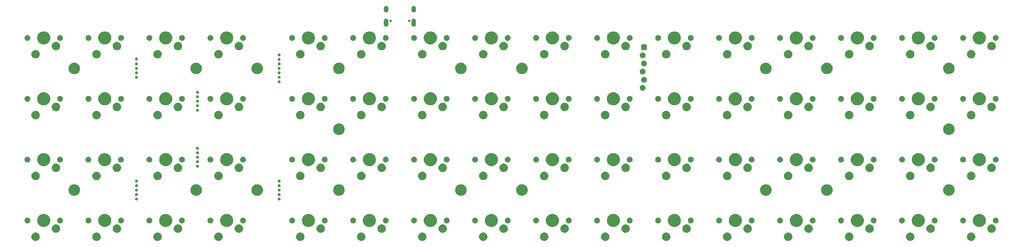
<source format=gts>
G04 #@! TF.GenerationSoftware,KiCad,Pcbnew,(5.1.2-1)-1*
G04 #@! TF.CreationDate,2020-06-06T07:16:32-05:00*
G04 #@! TF.ProjectId,therick48.16SP,74686572-6963-46b3-9438-2e313653502e,rev?*
G04 #@! TF.SameCoordinates,Original*
G04 #@! TF.FileFunction,Soldermask,Top*
G04 #@! TF.FilePolarity,Negative*
%FSLAX46Y46*%
G04 Gerber Fmt 4.6, Leading zero omitted, Abs format (unit mm)*
G04 Created by KiCad (PCBNEW (5.1.2-1)-1) date 2020-06-06 07:16:32*
%MOMM*%
%LPD*%
G04 APERTURE LIST*
%ADD10C,0.100000*%
G04 APERTURE END LIST*
D10*
G36*
X351497713Y-113224384D02*
G01*
X351625321Y-113249767D01*
X351766147Y-113308099D01*
X351865726Y-113349346D01*
X351865727Y-113349347D01*
X352082088Y-113493914D01*
X352266087Y-113677913D01*
X352362684Y-113822481D01*
X352410655Y-113894275D01*
X352451902Y-113993854D01*
X352510234Y-114134680D01*
X352510234Y-114134682D01*
X352560942Y-114389605D01*
X352560999Y-114389895D01*
X352560999Y-114650109D01*
X352510234Y-114905324D01*
X352451902Y-115046150D01*
X352410655Y-115145729D01*
X352410654Y-115145730D01*
X352266087Y-115362091D01*
X352082088Y-115546090D01*
X351937520Y-115642687D01*
X351865726Y-115690658D01*
X351766147Y-115731905D01*
X351625321Y-115790237D01*
X351497714Y-115815619D01*
X351370108Y-115841002D01*
X351109890Y-115841002D01*
X350982284Y-115815619D01*
X350854677Y-115790237D01*
X350713851Y-115731905D01*
X350614272Y-115690658D01*
X350542478Y-115642687D01*
X350397910Y-115546090D01*
X350213911Y-115362091D01*
X350069344Y-115145730D01*
X350069343Y-115145729D01*
X350028096Y-115046150D01*
X349969764Y-114905324D01*
X349918999Y-114650109D01*
X349918999Y-114389895D01*
X349919057Y-114389605D01*
X349969764Y-114134682D01*
X349969764Y-114134680D01*
X350028096Y-113993854D01*
X350069343Y-113894275D01*
X350117314Y-113822481D01*
X350213911Y-113677913D01*
X350397910Y-113493914D01*
X350614271Y-113349347D01*
X350614272Y-113349346D01*
X350713851Y-113308099D01*
X350854677Y-113249767D01*
X350982285Y-113224384D01*
X351109890Y-113199002D01*
X351370108Y-113199002D01*
X351497713Y-113224384D01*
X351497713Y-113224384D01*
G37*
G36*
X218497713Y-113224384D02*
G01*
X218625321Y-113249767D01*
X218766147Y-113308099D01*
X218865726Y-113349346D01*
X218865727Y-113349347D01*
X219082088Y-113493914D01*
X219266087Y-113677913D01*
X219362684Y-113822481D01*
X219410655Y-113894275D01*
X219451902Y-113993854D01*
X219510234Y-114134680D01*
X219510234Y-114134682D01*
X219560942Y-114389605D01*
X219560999Y-114389895D01*
X219560999Y-114650109D01*
X219510234Y-114905324D01*
X219451902Y-115046150D01*
X219410655Y-115145729D01*
X219410654Y-115145730D01*
X219266087Y-115362091D01*
X219082088Y-115546090D01*
X218937520Y-115642687D01*
X218865726Y-115690658D01*
X218766147Y-115731905D01*
X218625321Y-115790237D01*
X218497714Y-115815619D01*
X218370108Y-115841002D01*
X218109890Y-115841002D01*
X217982284Y-115815619D01*
X217854677Y-115790237D01*
X217713851Y-115731905D01*
X217614272Y-115690658D01*
X217542478Y-115642687D01*
X217397910Y-115546090D01*
X217213911Y-115362091D01*
X217069344Y-115145730D01*
X217069343Y-115145729D01*
X217028096Y-115046150D01*
X216969764Y-114905324D01*
X216918999Y-114650109D01*
X216918999Y-114389895D01*
X216919057Y-114389605D01*
X216969764Y-114134682D01*
X216969764Y-114134680D01*
X217028096Y-113993854D01*
X217069343Y-113894275D01*
X217117314Y-113822481D01*
X217213911Y-113677913D01*
X217397910Y-113493914D01*
X217614271Y-113349347D01*
X217614272Y-113349346D01*
X217713851Y-113308099D01*
X217854677Y-113249767D01*
X217982285Y-113224384D01*
X218109890Y-113199002D01*
X218370108Y-113199002D01*
X218497713Y-113224384D01*
X218497713Y-113224384D01*
G37*
G36*
X180497713Y-113224384D02*
G01*
X180625321Y-113249767D01*
X180766147Y-113308099D01*
X180865726Y-113349346D01*
X180865727Y-113349347D01*
X181082088Y-113493914D01*
X181266087Y-113677913D01*
X181362684Y-113822481D01*
X181410655Y-113894275D01*
X181451902Y-113993854D01*
X181510234Y-114134680D01*
X181510234Y-114134682D01*
X181560942Y-114389605D01*
X181560999Y-114389895D01*
X181560999Y-114650109D01*
X181510234Y-114905324D01*
X181451902Y-115046150D01*
X181410655Y-115145729D01*
X181410654Y-115145730D01*
X181266087Y-115362091D01*
X181082088Y-115546090D01*
X180937520Y-115642687D01*
X180865726Y-115690658D01*
X180766147Y-115731905D01*
X180625321Y-115790237D01*
X180497714Y-115815619D01*
X180370108Y-115841002D01*
X180109890Y-115841002D01*
X179982284Y-115815619D01*
X179854677Y-115790237D01*
X179713851Y-115731905D01*
X179614272Y-115690658D01*
X179542478Y-115642687D01*
X179397910Y-115546090D01*
X179213911Y-115362091D01*
X179069344Y-115145730D01*
X179069343Y-115145729D01*
X179028096Y-115046150D01*
X178969764Y-114905324D01*
X178918999Y-114650109D01*
X178918999Y-114389895D01*
X178919057Y-114389605D01*
X178969764Y-114134682D01*
X178969764Y-114134680D01*
X179028096Y-113993854D01*
X179069343Y-113894275D01*
X179117314Y-113822481D01*
X179213911Y-113677913D01*
X179397910Y-113493914D01*
X179614271Y-113349347D01*
X179614272Y-113349346D01*
X179713851Y-113308099D01*
X179854677Y-113249767D01*
X179982285Y-113224384D01*
X180109890Y-113199002D01*
X180370108Y-113199002D01*
X180497713Y-113224384D01*
X180497713Y-113224384D01*
G37*
G36*
X161497713Y-113224384D02*
G01*
X161625321Y-113249767D01*
X161766147Y-113308099D01*
X161865726Y-113349346D01*
X161865727Y-113349347D01*
X162082088Y-113493914D01*
X162266087Y-113677913D01*
X162362684Y-113822481D01*
X162410655Y-113894275D01*
X162451902Y-113993854D01*
X162510234Y-114134680D01*
X162510234Y-114134682D01*
X162560942Y-114389605D01*
X162560999Y-114389895D01*
X162560999Y-114650109D01*
X162510234Y-114905324D01*
X162451902Y-115046150D01*
X162410655Y-115145729D01*
X162410654Y-115145730D01*
X162266087Y-115362091D01*
X162082088Y-115546090D01*
X161937520Y-115642687D01*
X161865726Y-115690658D01*
X161766147Y-115731905D01*
X161625321Y-115790237D01*
X161497714Y-115815619D01*
X161370108Y-115841002D01*
X161109890Y-115841002D01*
X160982284Y-115815619D01*
X160854677Y-115790237D01*
X160713851Y-115731905D01*
X160614272Y-115690658D01*
X160542478Y-115642687D01*
X160397910Y-115546090D01*
X160213911Y-115362091D01*
X160069344Y-115145730D01*
X160069343Y-115145729D01*
X160028096Y-115046150D01*
X159969764Y-114905324D01*
X159918999Y-114650109D01*
X159918999Y-114389895D01*
X159919057Y-114389605D01*
X159969764Y-114134682D01*
X159969764Y-114134680D01*
X160028096Y-113993854D01*
X160069343Y-113894275D01*
X160117314Y-113822481D01*
X160213911Y-113677913D01*
X160397910Y-113493914D01*
X160614271Y-113349347D01*
X160614272Y-113349346D01*
X160713851Y-113308099D01*
X160854677Y-113249767D01*
X160982285Y-113224384D01*
X161109890Y-113199002D01*
X161370108Y-113199002D01*
X161497713Y-113224384D01*
X161497713Y-113224384D01*
G37*
G36*
X142497333Y-113224384D02*
G01*
X142624941Y-113249767D01*
X142765767Y-113308099D01*
X142865346Y-113349346D01*
X142865347Y-113349347D01*
X143081708Y-113493914D01*
X143265707Y-113677913D01*
X143362304Y-113822481D01*
X143410275Y-113894275D01*
X143451522Y-113993854D01*
X143509854Y-114134680D01*
X143509854Y-114134682D01*
X143560562Y-114389605D01*
X143560619Y-114389895D01*
X143560619Y-114650109D01*
X143509854Y-114905324D01*
X143451522Y-115046150D01*
X143410275Y-115145729D01*
X143410274Y-115145730D01*
X143265707Y-115362091D01*
X143081708Y-115546090D01*
X142937140Y-115642687D01*
X142865346Y-115690658D01*
X142765767Y-115731905D01*
X142624941Y-115790237D01*
X142497334Y-115815619D01*
X142369728Y-115841002D01*
X142109510Y-115841002D01*
X141981904Y-115815619D01*
X141854297Y-115790237D01*
X141713471Y-115731905D01*
X141613892Y-115690658D01*
X141542098Y-115642687D01*
X141397530Y-115546090D01*
X141213531Y-115362091D01*
X141068964Y-115145730D01*
X141068963Y-115145729D01*
X141027716Y-115046150D01*
X140969384Y-114905324D01*
X140918619Y-114650109D01*
X140918619Y-114389895D01*
X140918677Y-114389605D01*
X140969384Y-114134682D01*
X140969384Y-114134680D01*
X141027716Y-113993854D01*
X141068963Y-113894275D01*
X141116934Y-113822481D01*
X141213531Y-113677913D01*
X141397530Y-113493914D01*
X141613891Y-113349347D01*
X141613892Y-113349346D01*
X141713471Y-113308099D01*
X141854297Y-113249767D01*
X141981905Y-113224384D01*
X142109510Y-113199002D01*
X142369728Y-113199002D01*
X142497333Y-113224384D01*
X142497333Y-113224384D01*
G37*
G36*
X237497084Y-113224095D02*
G01*
X237624691Y-113249477D01*
X237765517Y-113307809D01*
X237865096Y-113349056D01*
X237936890Y-113397027D01*
X238081458Y-113493624D01*
X238265457Y-113677623D01*
X238265651Y-113677914D01*
X238410025Y-113893985D01*
X238410145Y-113894275D01*
X238509604Y-114134390D01*
X238509662Y-114134682D01*
X238560369Y-114389603D01*
X238560369Y-114649821D01*
X238560311Y-114650111D01*
X238509604Y-114905034D01*
X238451272Y-115045860D01*
X238410025Y-115145439D01*
X238362054Y-115217233D01*
X238265457Y-115361801D01*
X238081458Y-115545800D01*
X237936890Y-115642397D01*
X237865096Y-115690368D01*
X237765517Y-115731615D01*
X237624691Y-115789947D01*
X237497084Y-115815329D01*
X237369478Y-115840712D01*
X237109260Y-115840712D01*
X236981654Y-115815329D01*
X236854047Y-115789947D01*
X236713221Y-115731615D01*
X236613642Y-115690368D01*
X236541848Y-115642397D01*
X236397280Y-115545800D01*
X236213281Y-115361801D01*
X236116684Y-115217233D01*
X236068713Y-115145439D01*
X236027466Y-115045860D01*
X235969134Y-114905034D01*
X235918427Y-114650111D01*
X235918369Y-114649821D01*
X235918369Y-114389603D01*
X235969076Y-114134682D01*
X235969134Y-114134390D01*
X236068593Y-113894275D01*
X236068713Y-113893985D01*
X236213087Y-113677914D01*
X236213281Y-113677623D01*
X236397280Y-113493624D01*
X236541848Y-113397027D01*
X236613642Y-113349056D01*
X236713221Y-113307809D01*
X236854047Y-113249477D01*
X236981654Y-113224095D01*
X237109260Y-113198712D01*
X237369478Y-113198712D01*
X237497084Y-113224095D01*
X237497084Y-113224095D01*
G37*
G36*
X199497184Y-113224095D02*
G01*
X199624791Y-113249477D01*
X199765617Y-113307809D01*
X199865196Y-113349056D01*
X199936990Y-113397027D01*
X200081558Y-113493624D01*
X200265557Y-113677623D01*
X200265751Y-113677914D01*
X200410125Y-113893985D01*
X200410245Y-113894275D01*
X200509704Y-114134390D01*
X200509762Y-114134682D01*
X200560469Y-114389603D01*
X200560469Y-114649821D01*
X200560411Y-114650111D01*
X200509704Y-114905034D01*
X200451372Y-115045860D01*
X200410125Y-115145439D01*
X200362154Y-115217233D01*
X200265557Y-115361801D01*
X200081558Y-115545800D01*
X199936990Y-115642397D01*
X199865196Y-115690368D01*
X199765617Y-115731615D01*
X199624791Y-115789947D01*
X199497184Y-115815329D01*
X199369578Y-115840712D01*
X199109360Y-115840712D01*
X198981754Y-115815329D01*
X198854147Y-115789947D01*
X198713321Y-115731615D01*
X198613742Y-115690368D01*
X198541948Y-115642397D01*
X198397380Y-115545800D01*
X198213381Y-115361801D01*
X198116784Y-115217233D01*
X198068813Y-115145439D01*
X198027566Y-115045860D01*
X197969234Y-114905034D01*
X197918527Y-114650111D01*
X197918469Y-114649821D01*
X197918469Y-114389603D01*
X197969176Y-114134682D01*
X197969234Y-114134390D01*
X198068693Y-113894275D01*
X198068813Y-113893985D01*
X198213187Y-113677914D01*
X198213381Y-113677623D01*
X198397380Y-113493624D01*
X198541948Y-113397027D01*
X198613742Y-113349056D01*
X198713321Y-113307809D01*
X198854147Y-113249477D01*
X198981754Y-113224095D01*
X199109360Y-113198712D01*
X199369578Y-113198712D01*
X199497184Y-113224095D01*
X199497184Y-113224095D01*
G37*
G36*
X117037401Y-113224095D02*
G01*
X117165008Y-113249477D01*
X117305834Y-113307809D01*
X117405413Y-113349056D01*
X117477207Y-113397027D01*
X117621775Y-113493624D01*
X117805774Y-113677623D01*
X117805968Y-113677914D01*
X117950342Y-113893985D01*
X117950462Y-113894275D01*
X118049921Y-114134390D01*
X118049979Y-114134682D01*
X118100686Y-114389603D01*
X118100686Y-114649821D01*
X118100628Y-114650111D01*
X118049921Y-114905034D01*
X117991589Y-115045860D01*
X117950342Y-115145439D01*
X117902371Y-115217233D01*
X117805774Y-115361801D01*
X117621775Y-115545800D01*
X117477207Y-115642397D01*
X117405413Y-115690368D01*
X117305834Y-115731615D01*
X117165008Y-115789947D01*
X117037401Y-115815329D01*
X116909795Y-115840712D01*
X116649577Y-115840712D01*
X116521971Y-115815329D01*
X116394364Y-115789947D01*
X116253538Y-115731615D01*
X116153959Y-115690368D01*
X116082165Y-115642397D01*
X115937597Y-115545800D01*
X115753598Y-115361801D01*
X115657001Y-115217233D01*
X115609030Y-115145439D01*
X115567783Y-115045860D01*
X115509451Y-114905034D01*
X115458744Y-114650111D01*
X115458686Y-114649821D01*
X115458686Y-114389603D01*
X115509393Y-114134682D01*
X115509451Y-114134390D01*
X115608910Y-113894275D01*
X115609030Y-113893985D01*
X115753404Y-113677914D01*
X115753598Y-113677623D01*
X115937597Y-113493624D01*
X116082165Y-113397027D01*
X116153959Y-113349056D01*
X116253538Y-113307809D01*
X116394364Y-113249477D01*
X116521971Y-113224095D01*
X116649577Y-113198712D01*
X116909795Y-113198712D01*
X117037401Y-113224095D01*
X117037401Y-113224095D01*
G37*
G36*
X98037451Y-113224095D02*
G01*
X98165058Y-113249477D01*
X98305884Y-113307809D01*
X98405463Y-113349056D01*
X98477257Y-113397027D01*
X98621825Y-113493624D01*
X98805824Y-113677623D01*
X98806018Y-113677914D01*
X98950392Y-113893985D01*
X98950512Y-113894275D01*
X99049971Y-114134390D01*
X99050029Y-114134682D01*
X99100736Y-114389603D01*
X99100736Y-114649821D01*
X99100678Y-114650111D01*
X99049971Y-114905034D01*
X98991639Y-115045860D01*
X98950392Y-115145439D01*
X98902421Y-115217233D01*
X98805824Y-115361801D01*
X98621825Y-115545800D01*
X98477257Y-115642397D01*
X98405463Y-115690368D01*
X98305884Y-115731615D01*
X98165058Y-115789947D01*
X98037451Y-115815329D01*
X97909845Y-115840712D01*
X97649627Y-115840712D01*
X97522021Y-115815329D01*
X97394414Y-115789947D01*
X97253588Y-115731615D01*
X97154009Y-115690368D01*
X97082215Y-115642397D01*
X96937647Y-115545800D01*
X96753648Y-115361801D01*
X96657051Y-115217233D01*
X96609080Y-115145439D01*
X96567833Y-115045860D01*
X96509501Y-114905034D01*
X96458794Y-114650111D01*
X96458736Y-114649821D01*
X96458736Y-114389603D01*
X96509443Y-114134682D01*
X96509501Y-114134390D01*
X96608960Y-113894275D01*
X96609080Y-113893985D01*
X96753454Y-113677914D01*
X96753648Y-113677623D01*
X96937647Y-113493624D01*
X97082215Y-113397027D01*
X97154009Y-113349056D01*
X97253588Y-113307809D01*
X97394414Y-113249477D01*
X97522021Y-113224095D01*
X97649627Y-113198712D01*
X97909845Y-113198712D01*
X98037451Y-113224095D01*
X98037451Y-113224095D01*
G37*
G36*
X79037501Y-113224095D02*
G01*
X79165108Y-113249477D01*
X79305934Y-113307809D01*
X79405513Y-113349056D01*
X79477307Y-113397027D01*
X79621875Y-113493624D01*
X79805874Y-113677623D01*
X79806068Y-113677914D01*
X79950442Y-113893985D01*
X79950562Y-113894275D01*
X80050021Y-114134390D01*
X80050079Y-114134682D01*
X80100786Y-114389603D01*
X80100786Y-114649821D01*
X80100728Y-114650111D01*
X80050021Y-114905034D01*
X79991689Y-115045860D01*
X79950442Y-115145439D01*
X79902471Y-115217233D01*
X79805874Y-115361801D01*
X79621875Y-115545800D01*
X79477307Y-115642397D01*
X79405513Y-115690368D01*
X79305934Y-115731615D01*
X79165108Y-115789947D01*
X79037501Y-115815329D01*
X78909895Y-115840712D01*
X78649677Y-115840712D01*
X78522071Y-115815329D01*
X78394464Y-115789947D01*
X78253638Y-115731615D01*
X78154059Y-115690368D01*
X78082265Y-115642397D01*
X77937697Y-115545800D01*
X77753698Y-115361801D01*
X77657101Y-115217233D01*
X77609130Y-115145439D01*
X77567883Y-115045860D01*
X77509551Y-114905034D01*
X77458844Y-114650111D01*
X77458786Y-114649821D01*
X77458786Y-114389603D01*
X77509493Y-114134682D01*
X77509551Y-114134390D01*
X77609010Y-113894275D01*
X77609130Y-113893985D01*
X77753504Y-113677914D01*
X77753698Y-113677623D01*
X77937697Y-113493624D01*
X78082265Y-113397027D01*
X78154059Y-113349056D01*
X78253638Y-113307809D01*
X78394464Y-113249477D01*
X78522071Y-113224095D01*
X78649677Y-113198712D01*
X78909895Y-113198712D01*
X79037501Y-113224095D01*
X79037501Y-113224095D01*
G37*
G36*
X60037551Y-113224095D02*
G01*
X60165158Y-113249477D01*
X60305984Y-113307809D01*
X60405563Y-113349056D01*
X60477357Y-113397027D01*
X60621925Y-113493624D01*
X60805924Y-113677623D01*
X60806118Y-113677914D01*
X60950492Y-113893985D01*
X60950612Y-113894275D01*
X61050071Y-114134390D01*
X61050129Y-114134682D01*
X61100836Y-114389603D01*
X61100836Y-114649821D01*
X61100778Y-114650111D01*
X61050071Y-114905034D01*
X60991739Y-115045860D01*
X60950492Y-115145439D01*
X60902521Y-115217233D01*
X60805924Y-115361801D01*
X60621925Y-115545800D01*
X60477357Y-115642397D01*
X60405563Y-115690368D01*
X60305984Y-115731615D01*
X60165158Y-115789947D01*
X60037551Y-115815329D01*
X59909945Y-115840712D01*
X59649727Y-115840712D01*
X59522121Y-115815329D01*
X59394514Y-115789947D01*
X59253688Y-115731615D01*
X59154109Y-115690368D01*
X59082315Y-115642397D01*
X58937747Y-115545800D01*
X58753748Y-115361801D01*
X58657151Y-115217233D01*
X58609180Y-115145439D01*
X58567933Y-115045860D01*
X58509601Y-114905034D01*
X58458894Y-114650111D01*
X58458836Y-114649821D01*
X58458836Y-114389603D01*
X58509543Y-114134682D01*
X58509601Y-114134390D01*
X58609060Y-113894275D01*
X58609180Y-113893985D01*
X58753554Y-113677914D01*
X58753748Y-113677623D01*
X58937747Y-113493624D01*
X59082315Y-113397027D01*
X59154109Y-113349056D01*
X59253688Y-113307809D01*
X59394514Y-113249477D01*
X59522121Y-113224095D01*
X59649727Y-113198712D01*
X59909945Y-113198712D01*
X60037551Y-113224095D01*
X60037551Y-113224095D01*
G37*
G36*
X332496834Y-113224095D02*
G01*
X332624441Y-113249477D01*
X332765267Y-113307809D01*
X332864846Y-113349056D01*
X332936640Y-113397027D01*
X333081208Y-113493624D01*
X333265207Y-113677623D01*
X333265401Y-113677914D01*
X333409775Y-113893985D01*
X333409895Y-113894275D01*
X333509354Y-114134390D01*
X333509412Y-114134682D01*
X333560119Y-114389603D01*
X333560119Y-114649821D01*
X333560061Y-114650111D01*
X333509354Y-114905034D01*
X333451022Y-115045860D01*
X333409775Y-115145439D01*
X333361804Y-115217233D01*
X333265207Y-115361801D01*
X333081208Y-115545800D01*
X332936640Y-115642397D01*
X332864846Y-115690368D01*
X332765267Y-115731615D01*
X332624441Y-115789947D01*
X332496834Y-115815329D01*
X332369228Y-115840712D01*
X332109010Y-115840712D01*
X331981404Y-115815329D01*
X331853797Y-115789947D01*
X331712971Y-115731615D01*
X331613392Y-115690368D01*
X331541598Y-115642397D01*
X331397030Y-115545800D01*
X331213031Y-115361801D01*
X331116434Y-115217233D01*
X331068463Y-115145439D01*
X331027216Y-115045860D01*
X330968884Y-114905034D01*
X330918177Y-114650111D01*
X330918119Y-114649821D01*
X330918119Y-114389603D01*
X330968826Y-114134682D01*
X330968884Y-114134390D01*
X331068343Y-113894275D01*
X331068463Y-113893985D01*
X331212837Y-113677914D01*
X331213031Y-113677623D01*
X331397030Y-113493624D01*
X331541598Y-113397027D01*
X331613392Y-113349056D01*
X331712971Y-113307809D01*
X331853797Y-113249477D01*
X331981404Y-113224095D01*
X332109010Y-113198712D01*
X332369228Y-113198712D01*
X332496834Y-113224095D01*
X332496834Y-113224095D01*
G37*
G36*
X313496884Y-113224095D02*
G01*
X313624491Y-113249477D01*
X313765317Y-113307809D01*
X313864896Y-113349056D01*
X313936690Y-113397027D01*
X314081258Y-113493624D01*
X314265257Y-113677623D01*
X314265451Y-113677914D01*
X314409825Y-113893985D01*
X314409945Y-113894275D01*
X314509404Y-114134390D01*
X314509462Y-114134682D01*
X314560169Y-114389603D01*
X314560169Y-114649821D01*
X314560111Y-114650111D01*
X314509404Y-114905034D01*
X314451072Y-115045860D01*
X314409825Y-115145439D01*
X314361854Y-115217233D01*
X314265257Y-115361801D01*
X314081258Y-115545800D01*
X313936690Y-115642397D01*
X313864896Y-115690368D01*
X313765317Y-115731615D01*
X313624491Y-115789947D01*
X313496884Y-115815329D01*
X313369278Y-115840712D01*
X313109060Y-115840712D01*
X312981454Y-115815329D01*
X312853847Y-115789947D01*
X312713021Y-115731615D01*
X312613442Y-115690368D01*
X312541648Y-115642397D01*
X312397080Y-115545800D01*
X312213081Y-115361801D01*
X312116484Y-115217233D01*
X312068513Y-115145439D01*
X312027266Y-115045860D01*
X311968934Y-114905034D01*
X311918227Y-114650111D01*
X311918169Y-114649821D01*
X311918169Y-114389603D01*
X311968876Y-114134682D01*
X311968934Y-114134390D01*
X312068393Y-113894275D01*
X312068513Y-113893985D01*
X312212887Y-113677914D01*
X312213081Y-113677623D01*
X312397080Y-113493624D01*
X312541648Y-113397027D01*
X312613442Y-113349056D01*
X312713021Y-113307809D01*
X312853847Y-113249477D01*
X312981454Y-113224095D01*
X313109060Y-113198712D01*
X313369278Y-113198712D01*
X313496884Y-113224095D01*
X313496884Y-113224095D01*
G37*
G36*
X294496934Y-113224095D02*
G01*
X294624541Y-113249477D01*
X294765367Y-113307809D01*
X294864946Y-113349056D01*
X294936740Y-113397027D01*
X295081308Y-113493624D01*
X295265307Y-113677623D01*
X295265501Y-113677914D01*
X295409875Y-113893985D01*
X295409995Y-113894275D01*
X295509454Y-114134390D01*
X295509512Y-114134682D01*
X295560219Y-114389603D01*
X295560219Y-114649821D01*
X295560161Y-114650111D01*
X295509454Y-114905034D01*
X295451122Y-115045860D01*
X295409875Y-115145439D01*
X295361904Y-115217233D01*
X295265307Y-115361801D01*
X295081308Y-115545800D01*
X294936740Y-115642397D01*
X294864946Y-115690368D01*
X294765367Y-115731615D01*
X294624541Y-115789947D01*
X294496934Y-115815329D01*
X294369328Y-115840712D01*
X294109110Y-115840712D01*
X293981504Y-115815329D01*
X293853897Y-115789947D01*
X293713071Y-115731615D01*
X293613492Y-115690368D01*
X293541698Y-115642397D01*
X293397130Y-115545800D01*
X293213131Y-115361801D01*
X293116534Y-115217233D01*
X293068563Y-115145439D01*
X293027316Y-115045860D01*
X292968984Y-114905034D01*
X292918277Y-114650111D01*
X292918219Y-114649821D01*
X292918219Y-114389603D01*
X292968926Y-114134682D01*
X292968984Y-114134390D01*
X293068443Y-113894275D01*
X293068563Y-113893985D01*
X293212937Y-113677914D01*
X293213131Y-113677623D01*
X293397130Y-113493624D01*
X293541698Y-113397027D01*
X293613492Y-113349056D01*
X293713071Y-113307809D01*
X293853897Y-113249477D01*
X293981504Y-113224095D01*
X294109110Y-113198712D01*
X294369328Y-113198712D01*
X294496934Y-113224095D01*
X294496934Y-113224095D01*
G37*
G36*
X275496984Y-113224095D02*
G01*
X275624591Y-113249477D01*
X275765417Y-113307809D01*
X275864996Y-113349056D01*
X275936790Y-113397027D01*
X276081358Y-113493624D01*
X276265357Y-113677623D01*
X276265551Y-113677914D01*
X276409925Y-113893985D01*
X276410045Y-113894275D01*
X276509504Y-114134390D01*
X276509562Y-114134682D01*
X276560269Y-114389603D01*
X276560269Y-114649821D01*
X276560211Y-114650111D01*
X276509504Y-114905034D01*
X276451172Y-115045860D01*
X276409925Y-115145439D01*
X276361954Y-115217233D01*
X276265357Y-115361801D01*
X276081358Y-115545800D01*
X275936790Y-115642397D01*
X275864996Y-115690368D01*
X275765417Y-115731615D01*
X275624591Y-115789947D01*
X275496984Y-115815329D01*
X275369378Y-115840712D01*
X275109160Y-115840712D01*
X274981554Y-115815329D01*
X274853947Y-115789947D01*
X274713121Y-115731615D01*
X274613542Y-115690368D01*
X274541748Y-115642397D01*
X274397180Y-115545800D01*
X274213181Y-115361801D01*
X274116584Y-115217233D01*
X274068613Y-115145439D01*
X274027366Y-115045860D01*
X273969034Y-114905034D01*
X273918327Y-114650111D01*
X273918269Y-114649821D01*
X273918269Y-114389603D01*
X273968976Y-114134682D01*
X273969034Y-114134390D01*
X274068493Y-113894275D01*
X274068613Y-113893985D01*
X274212987Y-113677914D01*
X274213181Y-113677623D01*
X274397180Y-113493624D01*
X274541748Y-113397027D01*
X274613542Y-113349056D01*
X274713121Y-113307809D01*
X274853947Y-113249477D01*
X274981554Y-113224095D01*
X275109160Y-113198712D01*
X275369378Y-113198712D01*
X275496984Y-113224095D01*
X275496984Y-113224095D01*
G37*
G36*
X256497034Y-113224095D02*
G01*
X256624641Y-113249477D01*
X256765467Y-113307809D01*
X256865046Y-113349056D01*
X256936840Y-113397027D01*
X257081408Y-113493624D01*
X257265407Y-113677623D01*
X257265601Y-113677914D01*
X257409975Y-113893985D01*
X257410095Y-113894275D01*
X257509554Y-114134390D01*
X257509612Y-114134682D01*
X257560319Y-114389603D01*
X257560319Y-114649821D01*
X257560261Y-114650111D01*
X257509554Y-114905034D01*
X257451222Y-115045860D01*
X257409975Y-115145439D01*
X257362004Y-115217233D01*
X257265407Y-115361801D01*
X257081408Y-115545800D01*
X256936840Y-115642397D01*
X256865046Y-115690368D01*
X256765467Y-115731615D01*
X256624641Y-115789947D01*
X256497034Y-115815329D01*
X256369428Y-115840712D01*
X256109210Y-115840712D01*
X255981604Y-115815329D01*
X255853997Y-115789947D01*
X255713171Y-115731615D01*
X255613592Y-115690368D01*
X255541798Y-115642397D01*
X255397230Y-115545800D01*
X255213231Y-115361801D01*
X255116634Y-115217233D01*
X255068663Y-115145439D01*
X255027416Y-115045860D01*
X254969084Y-114905034D01*
X254918377Y-114650111D01*
X254918319Y-114649821D01*
X254918319Y-114389603D01*
X254969026Y-114134682D01*
X254969084Y-114134390D01*
X255068543Y-113894275D01*
X255068663Y-113893985D01*
X255213037Y-113677914D01*
X255213231Y-113677623D01*
X255397230Y-113493624D01*
X255541798Y-113397027D01*
X255613592Y-113349056D01*
X255713171Y-113307809D01*
X255853997Y-113249477D01*
X255981604Y-113224095D01*
X256109210Y-113198712D01*
X256369428Y-113198712D01*
X256497034Y-113224095D01*
X256497034Y-113224095D01*
G37*
G36*
X357847714Y-110684385D02*
G01*
X357975321Y-110709767D01*
X358116147Y-110768099D01*
X358215726Y-110809346D01*
X358215727Y-110809347D01*
X358432088Y-110953914D01*
X358616087Y-111137913D01*
X358692236Y-111251879D01*
X358760655Y-111354275D01*
X358801902Y-111453854D01*
X358860234Y-111594680D01*
X358860234Y-111594682D01*
X358910942Y-111849605D01*
X358910999Y-111849895D01*
X358910999Y-112110109D01*
X358860234Y-112365324D01*
X358801902Y-112506150D01*
X358760655Y-112605729D01*
X358760654Y-112605730D01*
X358616087Y-112822091D01*
X358432088Y-113006090D01*
X358287520Y-113102687D01*
X358215726Y-113150658D01*
X358116147Y-113191905D01*
X357975321Y-113250237D01*
X357847713Y-113275620D01*
X357720108Y-113301002D01*
X357459890Y-113301002D01*
X357332285Y-113275620D01*
X357204677Y-113250237D01*
X357063851Y-113191905D01*
X356964272Y-113150658D01*
X356892478Y-113102687D01*
X356747910Y-113006090D01*
X356563911Y-112822091D01*
X356419344Y-112605730D01*
X356419343Y-112605729D01*
X356378096Y-112506150D01*
X356319764Y-112365324D01*
X356268999Y-112110109D01*
X356268999Y-111849895D01*
X356269057Y-111849605D01*
X356319764Y-111594682D01*
X356319764Y-111594680D01*
X356378096Y-111453854D01*
X356419343Y-111354275D01*
X356487762Y-111251879D01*
X356563911Y-111137913D01*
X356747910Y-110953914D01*
X356964271Y-110809347D01*
X356964272Y-110809346D01*
X357063851Y-110768099D01*
X357204677Y-110709767D01*
X357332284Y-110684385D01*
X357459890Y-110659002D01*
X357720108Y-110659002D01*
X357847714Y-110684385D01*
X357847714Y-110684385D01*
G37*
G36*
X224847714Y-110684385D02*
G01*
X224975321Y-110709767D01*
X225116147Y-110768099D01*
X225215726Y-110809346D01*
X225215727Y-110809347D01*
X225432088Y-110953914D01*
X225616087Y-111137913D01*
X225692236Y-111251879D01*
X225760655Y-111354275D01*
X225801902Y-111453854D01*
X225860234Y-111594680D01*
X225860234Y-111594682D01*
X225910942Y-111849605D01*
X225910999Y-111849895D01*
X225910999Y-112110109D01*
X225860234Y-112365324D01*
X225801902Y-112506150D01*
X225760655Y-112605729D01*
X225760654Y-112605730D01*
X225616087Y-112822091D01*
X225432088Y-113006090D01*
X225287520Y-113102687D01*
X225215726Y-113150658D01*
X225116147Y-113191905D01*
X224975321Y-113250237D01*
X224847713Y-113275620D01*
X224720108Y-113301002D01*
X224459890Y-113301002D01*
X224332285Y-113275620D01*
X224204677Y-113250237D01*
X224063851Y-113191905D01*
X223964272Y-113150658D01*
X223892478Y-113102687D01*
X223747910Y-113006090D01*
X223563911Y-112822091D01*
X223419344Y-112605730D01*
X223419343Y-112605729D01*
X223378096Y-112506150D01*
X223319764Y-112365324D01*
X223268999Y-112110109D01*
X223268999Y-111849895D01*
X223269057Y-111849605D01*
X223319764Y-111594682D01*
X223319764Y-111594680D01*
X223378096Y-111453854D01*
X223419343Y-111354275D01*
X223487762Y-111251879D01*
X223563911Y-111137913D01*
X223747910Y-110953914D01*
X223964271Y-110809347D01*
X223964272Y-110809346D01*
X224063851Y-110768099D01*
X224204677Y-110709767D01*
X224332284Y-110684385D01*
X224459890Y-110659002D01*
X224720108Y-110659002D01*
X224847714Y-110684385D01*
X224847714Y-110684385D01*
G37*
G36*
X186847714Y-110684385D02*
G01*
X186975321Y-110709767D01*
X187116147Y-110768099D01*
X187215726Y-110809346D01*
X187215727Y-110809347D01*
X187432088Y-110953914D01*
X187616087Y-111137913D01*
X187692236Y-111251879D01*
X187760655Y-111354275D01*
X187801902Y-111453854D01*
X187860234Y-111594680D01*
X187860234Y-111594682D01*
X187910942Y-111849605D01*
X187910999Y-111849895D01*
X187910999Y-112110109D01*
X187860234Y-112365324D01*
X187801902Y-112506150D01*
X187760655Y-112605729D01*
X187760654Y-112605730D01*
X187616087Y-112822091D01*
X187432088Y-113006090D01*
X187287520Y-113102687D01*
X187215726Y-113150658D01*
X187116147Y-113191905D01*
X186975321Y-113250237D01*
X186847713Y-113275620D01*
X186720108Y-113301002D01*
X186459890Y-113301002D01*
X186332285Y-113275620D01*
X186204677Y-113250237D01*
X186063851Y-113191905D01*
X185964272Y-113150658D01*
X185892478Y-113102687D01*
X185747910Y-113006090D01*
X185563911Y-112822091D01*
X185419344Y-112605730D01*
X185419343Y-112605729D01*
X185378096Y-112506150D01*
X185319764Y-112365324D01*
X185268999Y-112110109D01*
X185268999Y-111849895D01*
X185269057Y-111849605D01*
X185319764Y-111594682D01*
X185319764Y-111594680D01*
X185378096Y-111453854D01*
X185419343Y-111354275D01*
X185487762Y-111251879D01*
X185563911Y-111137913D01*
X185747910Y-110953914D01*
X185964271Y-110809347D01*
X185964272Y-110809346D01*
X186063851Y-110768099D01*
X186204677Y-110709767D01*
X186332284Y-110684385D01*
X186459890Y-110659002D01*
X186720108Y-110659002D01*
X186847714Y-110684385D01*
X186847714Y-110684385D01*
G37*
G36*
X148847334Y-110684385D02*
G01*
X148974941Y-110709767D01*
X149115767Y-110768099D01*
X149215346Y-110809346D01*
X149215347Y-110809347D01*
X149431708Y-110953914D01*
X149615707Y-111137913D01*
X149691856Y-111251879D01*
X149760275Y-111354275D01*
X149801522Y-111453854D01*
X149859854Y-111594680D01*
X149859854Y-111594682D01*
X149910562Y-111849605D01*
X149910619Y-111849895D01*
X149910619Y-112110109D01*
X149859854Y-112365324D01*
X149801522Y-112506150D01*
X149760275Y-112605729D01*
X149760274Y-112605730D01*
X149615707Y-112822091D01*
X149431708Y-113006090D01*
X149287140Y-113102687D01*
X149215346Y-113150658D01*
X149115767Y-113191905D01*
X148974941Y-113250237D01*
X148847333Y-113275620D01*
X148719728Y-113301002D01*
X148459510Y-113301002D01*
X148331905Y-113275620D01*
X148204297Y-113250237D01*
X148063471Y-113191905D01*
X147963892Y-113150658D01*
X147892098Y-113102687D01*
X147747530Y-113006090D01*
X147563531Y-112822091D01*
X147418964Y-112605730D01*
X147418963Y-112605729D01*
X147377716Y-112506150D01*
X147319384Y-112365324D01*
X147268619Y-112110109D01*
X147268619Y-111849895D01*
X147268677Y-111849605D01*
X147319384Y-111594682D01*
X147319384Y-111594680D01*
X147377716Y-111453854D01*
X147418963Y-111354275D01*
X147487382Y-111251879D01*
X147563531Y-111137913D01*
X147747530Y-110953914D01*
X147963891Y-110809347D01*
X147963892Y-110809346D01*
X148063471Y-110768099D01*
X148204297Y-110709767D01*
X148331904Y-110684385D01*
X148459510Y-110659002D01*
X148719728Y-110659002D01*
X148847334Y-110684385D01*
X148847334Y-110684385D01*
G37*
G36*
X167847714Y-110684385D02*
G01*
X167975321Y-110709767D01*
X168116147Y-110768099D01*
X168215726Y-110809346D01*
X168215727Y-110809347D01*
X168432088Y-110953914D01*
X168616087Y-111137913D01*
X168692236Y-111251879D01*
X168760655Y-111354275D01*
X168801902Y-111453854D01*
X168860234Y-111594680D01*
X168860234Y-111594682D01*
X168910942Y-111849605D01*
X168910999Y-111849895D01*
X168910999Y-112110109D01*
X168860234Y-112365324D01*
X168801902Y-112506150D01*
X168760655Y-112605729D01*
X168760654Y-112605730D01*
X168616087Y-112822091D01*
X168432088Y-113006090D01*
X168287520Y-113102687D01*
X168215726Y-113150658D01*
X168116147Y-113191905D01*
X167975321Y-113250237D01*
X167847713Y-113275620D01*
X167720108Y-113301002D01*
X167459890Y-113301002D01*
X167332285Y-113275620D01*
X167204677Y-113250237D01*
X167063851Y-113191905D01*
X166964272Y-113150658D01*
X166892478Y-113102687D01*
X166747910Y-113006090D01*
X166563911Y-112822091D01*
X166419344Y-112605730D01*
X166419343Y-112605729D01*
X166378096Y-112506150D01*
X166319764Y-112365324D01*
X166268999Y-112110109D01*
X166268999Y-111849895D01*
X166269057Y-111849605D01*
X166319764Y-111594682D01*
X166319764Y-111594680D01*
X166378096Y-111453854D01*
X166419343Y-111354275D01*
X166487762Y-111251879D01*
X166563911Y-111137913D01*
X166747910Y-110953914D01*
X166964271Y-110809347D01*
X166964272Y-110809346D01*
X167063851Y-110768099D01*
X167204677Y-110709767D01*
X167332284Y-110684385D01*
X167459890Y-110659002D01*
X167720108Y-110659002D01*
X167847714Y-110684385D01*
X167847714Y-110684385D01*
G37*
G36*
X262847034Y-110684095D02*
G01*
X262974641Y-110709477D01*
X263115467Y-110767809D01*
X263215046Y-110809056D01*
X263286840Y-110857027D01*
X263431408Y-110953624D01*
X263615407Y-111137623D01*
X263615601Y-111137914D01*
X263759975Y-111353985D01*
X263781651Y-111406317D01*
X263859554Y-111594390D01*
X263859612Y-111594682D01*
X263910319Y-111849603D01*
X263910319Y-112109821D01*
X263910261Y-112110111D01*
X263859554Y-112365034D01*
X263801222Y-112505860D01*
X263759975Y-112605439D01*
X263712004Y-112677233D01*
X263615407Y-112821801D01*
X263431408Y-113005800D01*
X263286840Y-113102397D01*
X263215046Y-113150368D01*
X263115467Y-113191615D01*
X262974641Y-113249947D01*
X262847034Y-113275329D01*
X262719428Y-113300712D01*
X262459210Y-113300712D01*
X262331604Y-113275329D01*
X262203997Y-113249947D01*
X262063171Y-113191615D01*
X261963592Y-113150368D01*
X261891798Y-113102397D01*
X261747230Y-113005800D01*
X261563231Y-112821801D01*
X261466634Y-112677233D01*
X261418663Y-112605439D01*
X261377416Y-112505860D01*
X261319084Y-112365034D01*
X261268377Y-112110111D01*
X261268319Y-112109821D01*
X261268319Y-111849603D01*
X261319026Y-111594682D01*
X261319084Y-111594390D01*
X261396987Y-111406317D01*
X261418663Y-111353985D01*
X261563037Y-111137914D01*
X261563231Y-111137623D01*
X261747230Y-110953624D01*
X261891798Y-110857027D01*
X261963592Y-110809056D01*
X262063171Y-110767809D01*
X262203997Y-110709477D01*
X262331604Y-110684095D01*
X262459210Y-110658712D01*
X262719428Y-110658712D01*
X262847034Y-110684095D01*
X262847034Y-110684095D01*
G37*
G36*
X281846984Y-110684095D02*
G01*
X281974591Y-110709477D01*
X282115417Y-110767809D01*
X282214996Y-110809056D01*
X282286790Y-110857027D01*
X282431358Y-110953624D01*
X282615357Y-111137623D01*
X282615551Y-111137914D01*
X282759925Y-111353985D01*
X282781601Y-111406317D01*
X282859504Y-111594390D01*
X282859562Y-111594682D01*
X282910269Y-111849603D01*
X282910269Y-112109821D01*
X282910211Y-112110111D01*
X282859504Y-112365034D01*
X282801172Y-112505860D01*
X282759925Y-112605439D01*
X282711954Y-112677233D01*
X282615357Y-112821801D01*
X282431358Y-113005800D01*
X282286790Y-113102397D01*
X282214996Y-113150368D01*
X282115417Y-113191615D01*
X281974591Y-113249947D01*
X281846984Y-113275329D01*
X281719378Y-113300712D01*
X281459160Y-113300712D01*
X281331554Y-113275329D01*
X281203947Y-113249947D01*
X281063121Y-113191615D01*
X280963542Y-113150368D01*
X280891748Y-113102397D01*
X280747180Y-113005800D01*
X280563181Y-112821801D01*
X280466584Y-112677233D01*
X280418613Y-112605439D01*
X280377366Y-112505860D01*
X280319034Y-112365034D01*
X280268327Y-112110111D01*
X280268269Y-112109821D01*
X280268269Y-111849603D01*
X280318976Y-111594682D01*
X280319034Y-111594390D01*
X280396937Y-111406317D01*
X280418613Y-111353985D01*
X280562987Y-111137914D01*
X280563181Y-111137623D01*
X280747180Y-110953624D01*
X280891748Y-110857027D01*
X280963542Y-110809056D01*
X281063121Y-110767809D01*
X281203947Y-110709477D01*
X281331554Y-110684095D01*
X281459160Y-110658712D01*
X281719378Y-110658712D01*
X281846984Y-110684095D01*
X281846984Y-110684095D01*
G37*
G36*
X243847084Y-110684095D02*
G01*
X243974691Y-110709477D01*
X244115517Y-110767809D01*
X244215096Y-110809056D01*
X244286890Y-110857027D01*
X244431458Y-110953624D01*
X244615457Y-111137623D01*
X244615651Y-111137914D01*
X244760025Y-111353985D01*
X244781701Y-111406317D01*
X244859604Y-111594390D01*
X244859662Y-111594682D01*
X244910369Y-111849603D01*
X244910369Y-112109821D01*
X244910311Y-112110111D01*
X244859604Y-112365034D01*
X244801272Y-112505860D01*
X244760025Y-112605439D01*
X244712054Y-112677233D01*
X244615457Y-112821801D01*
X244431458Y-113005800D01*
X244286890Y-113102397D01*
X244215096Y-113150368D01*
X244115517Y-113191615D01*
X243974691Y-113249947D01*
X243847084Y-113275329D01*
X243719478Y-113300712D01*
X243459260Y-113300712D01*
X243331654Y-113275329D01*
X243204047Y-113249947D01*
X243063221Y-113191615D01*
X242963642Y-113150368D01*
X242891848Y-113102397D01*
X242747280Y-113005800D01*
X242563281Y-112821801D01*
X242466684Y-112677233D01*
X242418713Y-112605439D01*
X242377466Y-112505860D01*
X242319134Y-112365034D01*
X242268427Y-112110111D01*
X242268369Y-112109821D01*
X242268369Y-111849603D01*
X242319076Y-111594682D01*
X242319134Y-111594390D01*
X242397037Y-111406317D01*
X242418713Y-111353985D01*
X242563087Y-111137914D01*
X242563281Y-111137623D01*
X242747280Y-110953624D01*
X242891848Y-110857027D01*
X242963642Y-110809056D01*
X243063221Y-110767809D01*
X243204047Y-110709477D01*
X243331654Y-110684095D01*
X243459260Y-110658712D01*
X243719478Y-110658712D01*
X243847084Y-110684095D01*
X243847084Y-110684095D01*
G37*
G36*
X300846934Y-110684095D02*
G01*
X300974541Y-110709477D01*
X301115367Y-110767809D01*
X301214946Y-110809056D01*
X301286740Y-110857027D01*
X301431308Y-110953624D01*
X301615307Y-111137623D01*
X301615501Y-111137914D01*
X301759875Y-111353985D01*
X301781551Y-111406317D01*
X301859454Y-111594390D01*
X301859512Y-111594682D01*
X301910219Y-111849603D01*
X301910219Y-112109821D01*
X301910161Y-112110111D01*
X301859454Y-112365034D01*
X301801122Y-112505860D01*
X301759875Y-112605439D01*
X301711904Y-112677233D01*
X301615307Y-112821801D01*
X301431308Y-113005800D01*
X301286740Y-113102397D01*
X301214946Y-113150368D01*
X301115367Y-113191615D01*
X300974541Y-113249947D01*
X300846934Y-113275329D01*
X300719328Y-113300712D01*
X300459110Y-113300712D01*
X300331504Y-113275329D01*
X300203897Y-113249947D01*
X300063071Y-113191615D01*
X299963492Y-113150368D01*
X299891698Y-113102397D01*
X299747130Y-113005800D01*
X299563131Y-112821801D01*
X299466534Y-112677233D01*
X299418563Y-112605439D01*
X299377316Y-112505860D01*
X299318984Y-112365034D01*
X299268277Y-112110111D01*
X299268219Y-112109821D01*
X299268219Y-111849603D01*
X299318926Y-111594682D01*
X299318984Y-111594390D01*
X299396887Y-111406317D01*
X299418563Y-111353985D01*
X299562937Y-111137914D01*
X299563131Y-111137623D01*
X299747130Y-110953624D01*
X299891698Y-110857027D01*
X299963492Y-110809056D01*
X300063071Y-110767809D01*
X300203897Y-110709477D01*
X300331504Y-110684095D01*
X300459110Y-110658712D01*
X300719328Y-110658712D01*
X300846934Y-110684095D01*
X300846934Y-110684095D01*
G37*
G36*
X319846884Y-110684095D02*
G01*
X319974491Y-110709477D01*
X320115317Y-110767809D01*
X320214896Y-110809056D01*
X320286690Y-110857027D01*
X320431258Y-110953624D01*
X320615257Y-111137623D01*
X320615451Y-111137914D01*
X320759825Y-111353985D01*
X320781501Y-111406317D01*
X320859404Y-111594390D01*
X320859462Y-111594682D01*
X320910169Y-111849603D01*
X320910169Y-112109821D01*
X320910111Y-112110111D01*
X320859404Y-112365034D01*
X320801072Y-112505860D01*
X320759825Y-112605439D01*
X320711854Y-112677233D01*
X320615257Y-112821801D01*
X320431258Y-113005800D01*
X320286690Y-113102397D01*
X320214896Y-113150368D01*
X320115317Y-113191615D01*
X319974491Y-113249947D01*
X319846884Y-113275329D01*
X319719278Y-113300712D01*
X319459060Y-113300712D01*
X319331454Y-113275329D01*
X319203847Y-113249947D01*
X319063021Y-113191615D01*
X318963442Y-113150368D01*
X318891648Y-113102397D01*
X318747080Y-113005800D01*
X318563081Y-112821801D01*
X318466484Y-112677233D01*
X318418513Y-112605439D01*
X318377266Y-112505860D01*
X318318934Y-112365034D01*
X318268227Y-112110111D01*
X318268169Y-112109821D01*
X318268169Y-111849603D01*
X318318876Y-111594682D01*
X318318934Y-111594390D01*
X318396837Y-111406317D01*
X318418513Y-111353985D01*
X318562887Y-111137914D01*
X318563081Y-111137623D01*
X318747080Y-110953624D01*
X318891648Y-110857027D01*
X318963442Y-110809056D01*
X319063021Y-110767809D01*
X319203847Y-110709477D01*
X319331454Y-110684095D01*
X319459060Y-110658712D01*
X319719278Y-110658712D01*
X319846884Y-110684095D01*
X319846884Y-110684095D01*
G37*
G36*
X205847184Y-110684095D02*
G01*
X205974791Y-110709477D01*
X206115617Y-110767809D01*
X206215196Y-110809056D01*
X206286990Y-110857027D01*
X206431558Y-110953624D01*
X206615557Y-111137623D01*
X206615751Y-111137914D01*
X206760125Y-111353985D01*
X206781801Y-111406317D01*
X206859704Y-111594390D01*
X206859762Y-111594682D01*
X206910469Y-111849603D01*
X206910469Y-112109821D01*
X206910411Y-112110111D01*
X206859704Y-112365034D01*
X206801372Y-112505860D01*
X206760125Y-112605439D01*
X206712154Y-112677233D01*
X206615557Y-112821801D01*
X206431558Y-113005800D01*
X206286990Y-113102397D01*
X206215196Y-113150368D01*
X206115617Y-113191615D01*
X205974791Y-113249947D01*
X205847184Y-113275329D01*
X205719578Y-113300712D01*
X205459360Y-113300712D01*
X205331754Y-113275329D01*
X205204147Y-113249947D01*
X205063321Y-113191615D01*
X204963742Y-113150368D01*
X204891948Y-113102397D01*
X204747380Y-113005800D01*
X204563381Y-112821801D01*
X204466784Y-112677233D01*
X204418813Y-112605439D01*
X204377566Y-112505860D01*
X204319234Y-112365034D01*
X204268527Y-112110111D01*
X204268469Y-112109821D01*
X204268469Y-111849603D01*
X204319176Y-111594682D01*
X204319234Y-111594390D01*
X204397137Y-111406317D01*
X204418813Y-111353985D01*
X204563187Y-111137914D01*
X204563381Y-111137623D01*
X204747380Y-110953624D01*
X204891948Y-110857027D01*
X204963742Y-110809056D01*
X205063321Y-110767809D01*
X205204147Y-110709477D01*
X205331754Y-110684095D01*
X205459360Y-110658712D01*
X205719578Y-110658712D01*
X205847184Y-110684095D01*
X205847184Y-110684095D01*
G37*
G36*
X338846834Y-110684095D02*
G01*
X338974441Y-110709477D01*
X339115267Y-110767809D01*
X339214846Y-110809056D01*
X339286640Y-110857027D01*
X339431208Y-110953624D01*
X339615207Y-111137623D01*
X339615401Y-111137914D01*
X339759775Y-111353985D01*
X339781451Y-111406317D01*
X339859354Y-111594390D01*
X339859412Y-111594682D01*
X339910119Y-111849603D01*
X339910119Y-112109821D01*
X339910061Y-112110111D01*
X339859354Y-112365034D01*
X339801022Y-112505860D01*
X339759775Y-112605439D01*
X339711804Y-112677233D01*
X339615207Y-112821801D01*
X339431208Y-113005800D01*
X339286640Y-113102397D01*
X339214846Y-113150368D01*
X339115267Y-113191615D01*
X338974441Y-113249947D01*
X338846834Y-113275329D01*
X338719228Y-113300712D01*
X338459010Y-113300712D01*
X338331404Y-113275329D01*
X338203797Y-113249947D01*
X338062971Y-113191615D01*
X337963392Y-113150368D01*
X337891598Y-113102397D01*
X337747030Y-113005800D01*
X337563031Y-112821801D01*
X337466434Y-112677233D01*
X337418463Y-112605439D01*
X337377216Y-112505860D01*
X337318884Y-112365034D01*
X337268177Y-112110111D01*
X337268119Y-112109821D01*
X337268119Y-111849603D01*
X337318826Y-111594682D01*
X337318884Y-111594390D01*
X337396787Y-111406317D01*
X337418463Y-111353985D01*
X337562837Y-111137914D01*
X337563031Y-111137623D01*
X337747030Y-110953624D01*
X337891598Y-110857027D01*
X337963392Y-110809056D01*
X338062971Y-110767809D01*
X338203797Y-110709477D01*
X338331404Y-110684095D01*
X338459010Y-110658712D01*
X338719228Y-110658712D01*
X338846834Y-110684095D01*
X338846834Y-110684095D01*
G37*
G36*
X123387401Y-110684095D02*
G01*
X123515008Y-110709477D01*
X123655834Y-110767809D01*
X123755413Y-110809056D01*
X123827207Y-110857027D01*
X123971775Y-110953624D01*
X124155774Y-111137623D01*
X124155968Y-111137914D01*
X124300342Y-111353985D01*
X124322018Y-111406317D01*
X124399921Y-111594390D01*
X124399979Y-111594682D01*
X124450686Y-111849603D01*
X124450686Y-112109821D01*
X124450628Y-112110111D01*
X124399921Y-112365034D01*
X124341589Y-112505860D01*
X124300342Y-112605439D01*
X124252371Y-112677233D01*
X124155774Y-112821801D01*
X123971775Y-113005800D01*
X123827207Y-113102397D01*
X123755413Y-113150368D01*
X123655834Y-113191615D01*
X123515008Y-113249947D01*
X123387401Y-113275329D01*
X123259795Y-113300712D01*
X122999577Y-113300712D01*
X122871971Y-113275329D01*
X122744364Y-113249947D01*
X122603538Y-113191615D01*
X122503959Y-113150368D01*
X122432165Y-113102397D01*
X122287597Y-113005800D01*
X122103598Y-112821801D01*
X122007001Y-112677233D01*
X121959030Y-112605439D01*
X121917783Y-112505860D01*
X121859451Y-112365034D01*
X121808744Y-112110111D01*
X121808686Y-112109821D01*
X121808686Y-111849603D01*
X121859393Y-111594682D01*
X121859451Y-111594390D01*
X121937354Y-111406317D01*
X121959030Y-111353985D01*
X122103404Y-111137914D01*
X122103598Y-111137623D01*
X122287597Y-110953624D01*
X122432165Y-110857027D01*
X122503959Y-110809056D01*
X122603538Y-110767809D01*
X122744364Y-110709477D01*
X122871971Y-110684095D01*
X122999577Y-110658712D01*
X123259795Y-110658712D01*
X123387401Y-110684095D01*
X123387401Y-110684095D01*
G37*
G36*
X104387451Y-110684095D02*
G01*
X104515058Y-110709477D01*
X104655884Y-110767809D01*
X104755463Y-110809056D01*
X104827257Y-110857027D01*
X104971825Y-110953624D01*
X105155824Y-111137623D01*
X105156018Y-111137914D01*
X105300392Y-111353985D01*
X105322068Y-111406317D01*
X105399971Y-111594390D01*
X105400029Y-111594682D01*
X105450736Y-111849603D01*
X105450736Y-112109821D01*
X105450678Y-112110111D01*
X105399971Y-112365034D01*
X105341639Y-112505860D01*
X105300392Y-112605439D01*
X105252421Y-112677233D01*
X105155824Y-112821801D01*
X104971825Y-113005800D01*
X104827257Y-113102397D01*
X104755463Y-113150368D01*
X104655884Y-113191615D01*
X104515058Y-113249947D01*
X104387451Y-113275329D01*
X104259845Y-113300712D01*
X103999627Y-113300712D01*
X103872021Y-113275329D01*
X103744414Y-113249947D01*
X103603588Y-113191615D01*
X103504009Y-113150368D01*
X103432215Y-113102397D01*
X103287647Y-113005800D01*
X103103648Y-112821801D01*
X103007051Y-112677233D01*
X102959080Y-112605439D01*
X102917833Y-112505860D01*
X102859501Y-112365034D01*
X102808794Y-112110111D01*
X102808736Y-112109821D01*
X102808736Y-111849603D01*
X102859443Y-111594682D01*
X102859501Y-111594390D01*
X102937404Y-111406317D01*
X102959080Y-111353985D01*
X103103454Y-111137914D01*
X103103648Y-111137623D01*
X103287647Y-110953624D01*
X103432215Y-110857027D01*
X103504009Y-110809056D01*
X103603588Y-110767809D01*
X103744414Y-110709477D01*
X103872021Y-110684095D01*
X103999627Y-110658712D01*
X104259845Y-110658712D01*
X104387451Y-110684095D01*
X104387451Y-110684095D01*
G37*
G36*
X66387551Y-110684095D02*
G01*
X66515158Y-110709477D01*
X66655984Y-110767809D01*
X66755563Y-110809056D01*
X66827357Y-110857027D01*
X66971925Y-110953624D01*
X67155924Y-111137623D01*
X67156118Y-111137914D01*
X67300492Y-111353985D01*
X67322168Y-111406317D01*
X67400071Y-111594390D01*
X67400129Y-111594682D01*
X67450836Y-111849603D01*
X67450836Y-112109821D01*
X67450778Y-112110111D01*
X67400071Y-112365034D01*
X67341739Y-112505860D01*
X67300492Y-112605439D01*
X67252521Y-112677233D01*
X67155924Y-112821801D01*
X66971925Y-113005800D01*
X66827357Y-113102397D01*
X66755563Y-113150368D01*
X66655984Y-113191615D01*
X66515158Y-113249947D01*
X66387551Y-113275329D01*
X66259945Y-113300712D01*
X65999727Y-113300712D01*
X65872121Y-113275329D01*
X65744514Y-113249947D01*
X65603688Y-113191615D01*
X65504109Y-113150368D01*
X65432315Y-113102397D01*
X65287747Y-113005800D01*
X65103748Y-112821801D01*
X65007151Y-112677233D01*
X64959180Y-112605439D01*
X64917933Y-112505860D01*
X64859601Y-112365034D01*
X64808894Y-112110111D01*
X64808836Y-112109821D01*
X64808836Y-111849603D01*
X64859543Y-111594682D01*
X64859601Y-111594390D01*
X64937504Y-111406317D01*
X64959180Y-111353985D01*
X65103554Y-111137914D01*
X65103748Y-111137623D01*
X65287747Y-110953624D01*
X65432315Y-110857027D01*
X65504109Y-110809056D01*
X65603688Y-110767809D01*
X65744514Y-110709477D01*
X65872121Y-110684095D01*
X65999727Y-110658712D01*
X66259945Y-110658712D01*
X66387551Y-110684095D01*
X66387551Y-110684095D01*
G37*
G36*
X85387501Y-110684095D02*
G01*
X85515108Y-110709477D01*
X85655934Y-110767809D01*
X85755513Y-110809056D01*
X85827307Y-110857027D01*
X85971875Y-110953624D01*
X86155874Y-111137623D01*
X86156068Y-111137914D01*
X86300442Y-111353985D01*
X86322118Y-111406317D01*
X86400021Y-111594390D01*
X86400079Y-111594682D01*
X86450786Y-111849603D01*
X86450786Y-112109821D01*
X86450728Y-112110111D01*
X86400021Y-112365034D01*
X86341689Y-112505860D01*
X86300442Y-112605439D01*
X86252471Y-112677233D01*
X86155874Y-112821801D01*
X85971875Y-113005800D01*
X85827307Y-113102397D01*
X85755513Y-113150368D01*
X85655934Y-113191615D01*
X85515108Y-113249947D01*
X85387501Y-113275329D01*
X85259895Y-113300712D01*
X84999677Y-113300712D01*
X84872071Y-113275329D01*
X84744464Y-113249947D01*
X84603638Y-113191615D01*
X84504059Y-113150368D01*
X84432265Y-113102397D01*
X84287697Y-113005800D01*
X84103698Y-112821801D01*
X84007101Y-112677233D01*
X83959130Y-112605439D01*
X83917883Y-112505860D01*
X83859551Y-112365034D01*
X83808844Y-112110111D01*
X83808786Y-112109821D01*
X83808786Y-111849603D01*
X83859493Y-111594682D01*
X83859551Y-111594390D01*
X83937454Y-111406317D01*
X83959130Y-111353985D01*
X84103504Y-111137914D01*
X84103698Y-111137623D01*
X84287697Y-110953624D01*
X84432265Y-110857027D01*
X84504059Y-110809056D01*
X84603638Y-110767809D01*
X84744464Y-110709477D01*
X84872071Y-110684095D01*
X84999677Y-110658712D01*
X85259895Y-110658712D01*
X85387501Y-110684095D01*
X85387501Y-110684095D01*
G37*
G36*
X354376473Y-107473686D02*
G01*
X354594473Y-107563985D01*
X354748622Y-107627835D01*
X355083547Y-107851625D01*
X355368376Y-108136454D01*
X355592166Y-108471379D01*
X355656016Y-108625528D01*
X355746315Y-108843528D01*
X355824899Y-109238596D01*
X355824899Y-109641408D01*
X355746315Y-110036476D01*
X355662441Y-110238965D01*
X355592166Y-110408625D01*
X355368376Y-110743550D01*
X355083547Y-111028379D01*
X354748622Y-111252169D01*
X354594473Y-111316019D01*
X354376473Y-111406318D01*
X353981405Y-111484902D01*
X353578593Y-111484902D01*
X353183525Y-111406318D01*
X352965525Y-111316019D01*
X352811376Y-111252169D01*
X352476451Y-111028379D01*
X352191622Y-110743550D01*
X351967832Y-110408625D01*
X351897557Y-110238965D01*
X351813683Y-110036476D01*
X351735099Y-109641408D01*
X351735099Y-109238596D01*
X351813683Y-108843528D01*
X351903982Y-108625528D01*
X351967832Y-108471379D01*
X352191622Y-108136454D01*
X352476451Y-107851625D01*
X352811376Y-107627835D01*
X352965525Y-107563985D01*
X353183525Y-107473686D01*
X353578593Y-107395102D01*
X353981405Y-107395102D01*
X354376473Y-107473686D01*
X354376473Y-107473686D01*
G37*
G36*
X145376093Y-107473686D02*
G01*
X145594093Y-107563985D01*
X145748242Y-107627835D01*
X146083167Y-107851625D01*
X146367996Y-108136454D01*
X146591786Y-108471379D01*
X146655636Y-108625528D01*
X146745935Y-108843528D01*
X146824519Y-109238596D01*
X146824519Y-109641408D01*
X146745935Y-110036476D01*
X146662061Y-110238965D01*
X146591786Y-110408625D01*
X146367996Y-110743550D01*
X146083167Y-111028379D01*
X145748242Y-111252169D01*
X145594093Y-111316019D01*
X145376093Y-111406318D01*
X144981025Y-111484902D01*
X144578213Y-111484902D01*
X144183145Y-111406318D01*
X143965145Y-111316019D01*
X143810996Y-111252169D01*
X143476071Y-111028379D01*
X143191242Y-110743550D01*
X142967452Y-110408625D01*
X142897177Y-110238965D01*
X142813303Y-110036476D01*
X142734719Y-109641408D01*
X142734719Y-109238596D01*
X142813303Y-108843528D01*
X142903602Y-108625528D01*
X142967452Y-108471379D01*
X143191242Y-108136454D01*
X143476071Y-107851625D01*
X143810996Y-107627835D01*
X143965145Y-107563985D01*
X144183145Y-107473686D01*
X144578213Y-107395102D01*
X144981025Y-107395102D01*
X145376093Y-107473686D01*
X145376093Y-107473686D01*
G37*
G36*
X221376473Y-107473686D02*
G01*
X221594473Y-107563985D01*
X221748622Y-107627835D01*
X222083547Y-107851625D01*
X222368376Y-108136454D01*
X222592166Y-108471379D01*
X222656016Y-108625528D01*
X222746315Y-108843528D01*
X222824899Y-109238596D01*
X222824899Y-109641408D01*
X222746315Y-110036476D01*
X222662441Y-110238965D01*
X222592166Y-110408625D01*
X222368376Y-110743550D01*
X222083547Y-111028379D01*
X221748622Y-111252169D01*
X221594473Y-111316019D01*
X221376473Y-111406318D01*
X220981405Y-111484902D01*
X220578593Y-111484902D01*
X220183525Y-111406318D01*
X219965525Y-111316019D01*
X219811376Y-111252169D01*
X219476451Y-111028379D01*
X219191622Y-110743550D01*
X218967832Y-110408625D01*
X218897557Y-110238965D01*
X218813683Y-110036476D01*
X218735099Y-109641408D01*
X218735099Y-109238596D01*
X218813683Y-108843528D01*
X218903982Y-108625528D01*
X218967832Y-108471379D01*
X219191622Y-108136454D01*
X219476451Y-107851625D01*
X219811376Y-107627835D01*
X219965525Y-107563985D01*
X220183525Y-107473686D01*
X220578593Y-107395102D01*
X220981405Y-107395102D01*
X221376473Y-107473686D01*
X221376473Y-107473686D01*
G37*
G36*
X164376473Y-107473686D02*
G01*
X164594473Y-107563985D01*
X164748622Y-107627835D01*
X165083547Y-107851625D01*
X165368376Y-108136454D01*
X165592166Y-108471379D01*
X165656016Y-108625528D01*
X165746315Y-108843528D01*
X165824899Y-109238596D01*
X165824899Y-109641408D01*
X165746315Y-110036476D01*
X165662441Y-110238965D01*
X165592166Y-110408625D01*
X165368376Y-110743550D01*
X165083547Y-111028379D01*
X164748622Y-111252169D01*
X164594473Y-111316019D01*
X164376473Y-111406318D01*
X163981405Y-111484902D01*
X163578593Y-111484902D01*
X163183525Y-111406318D01*
X162965525Y-111316019D01*
X162811376Y-111252169D01*
X162476451Y-111028379D01*
X162191622Y-110743550D01*
X161967832Y-110408625D01*
X161897557Y-110238965D01*
X161813683Y-110036476D01*
X161735099Y-109641408D01*
X161735099Y-109238596D01*
X161813683Y-108843528D01*
X161903982Y-108625528D01*
X161967832Y-108471379D01*
X162191622Y-108136454D01*
X162476451Y-107851625D01*
X162811376Y-107627835D01*
X162965525Y-107563985D01*
X163183525Y-107473686D01*
X163578593Y-107395102D01*
X163981405Y-107395102D01*
X164376473Y-107473686D01*
X164376473Y-107473686D01*
G37*
G36*
X183376473Y-107473686D02*
G01*
X183594473Y-107563985D01*
X183748622Y-107627835D01*
X184083547Y-107851625D01*
X184368376Y-108136454D01*
X184592166Y-108471379D01*
X184656016Y-108625528D01*
X184746315Y-108843528D01*
X184824899Y-109238596D01*
X184824899Y-109641408D01*
X184746315Y-110036476D01*
X184662441Y-110238965D01*
X184592166Y-110408625D01*
X184368376Y-110743550D01*
X184083547Y-111028379D01*
X183748622Y-111252169D01*
X183594473Y-111316019D01*
X183376473Y-111406318D01*
X182981405Y-111484902D01*
X182578593Y-111484902D01*
X182183525Y-111406318D01*
X181965525Y-111316019D01*
X181811376Y-111252169D01*
X181476451Y-111028379D01*
X181191622Y-110743550D01*
X180967832Y-110408625D01*
X180897557Y-110238965D01*
X180813683Y-110036476D01*
X180735099Y-109641408D01*
X180735099Y-109238596D01*
X180813683Y-108843528D01*
X180903982Y-108625528D01*
X180967832Y-108471379D01*
X181191622Y-108136454D01*
X181476451Y-107851625D01*
X181811376Y-107627835D01*
X181965525Y-107563985D01*
X182183525Y-107473686D01*
X182578593Y-107395102D01*
X182981405Y-107395102D01*
X183376473Y-107473686D01*
X183376473Y-107473686D01*
G37*
G36*
X316375643Y-107473396D02*
G01*
X316593643Y-107563695D01*
X316747792Y-107627545D01*
X317082717Y-107851335D01*
X317367546Y-108136164D01*
X317591336Y-108471089D01*
X317633450Y-108572761D01*
X317745485Y-108843238D01*
X317824069Y-109238306D01*
X317824069Y-109641118D01*
X317745485Y-110036186D01*
X317702254Y-110140554D01*
X317591336Y-110408335D01*
X317367546Y-110743260D01*
X317082717Y-111028089D01*
X316747792Y-111251879D01*
X316593643Y-111315729D01*
X316375643Y-111406028D01*
X315980575Y-111484612D01*
X315577763Y-111484612D01*
X315182695Y-111406028D01*
X314964695Y-111315729D01*
X314810546Y-111251879D01*
X314475621Y-111028089D01*
X314190792Y-110743260D01*
X313967002Y-110408335D01*
X313856084Y-110140554D01*
X313812853Y-110036186D01*
X313734269Y-109641118D01*
X313734269Y-109238306D01*
X313812853Y-108843238D01*
X313924888Y-108572761D01*
X313967002Y-108471089D01*
X314190792Y-108136164D01*
X314475621Y-107851335D01*
X314810546Y-107627545D01*
X314964695Y-107563695D01*
X315182695Y-107473396D01*
X315577763Y-107394812D01*
X315980575Y-107394812D01*
X316375643Y-107473396D01*
X316375643Y-107473396D01*
G37*
G36*
X297375693Y-107473396D02*
G01*
X297593693Y-107563695D01*
X297747842Y-107627545D01*
X298082767Y-107851335D01*
X298367596Y-108136164D01*
X298591386Y-108471089D01*
X298633500Y-108572761D01*
X298745535Y-108843238D01*
X298824119Y-109238306D01*
X298824119Y-109641118D01*
X298745535Y-110036186D01*
X298702304Y-110140554D01*
X298591386Y-110408335D01*
X298367596Y-110743260D01*
X298082767Y-111028089D01*
X297747842Y-111251879D01*
X297593693Y-111315729D01*
X297375693Y-111406028D01*
X296980625Y-111484612D01*
X296577813Y-111484612D01*
X296182745Y-111406028D01*
X295964745Y-111315729D01*
X295810596Y-111251879D01*
X295475671Y-111028089D01*
X295190842Y-110743260D01*
X294967052Y-110408335D01*
X294856134Y-110140554D01*
X294812903Y-110036186D01*
X294734319Y-109641118D01*
X294734319Y-109238306D01*
X294812903Y-108843238D01*
X294924938Y-108572761D01*
X294967052Y-108471089D01*
X295190842Y-108136164D01*
X295475671Y-107851335D01*
X295810596Y-107627545D01*
X295964745Y-107563695D01*
X296182745Y-107473396D01*
X296577813Y-107394812D01*
X296980625Y-107394812D01*
X297375693Y-107473396D01*
X297375693Y-107473396D01*
G37*
G36*
X278375743Y-107473396D02*
G01*
X278593743Y-107563695D01*
X278747892Y-107627545D01*
X279082817Y-107851335D01*
X279367646Y-108136164D01*
X279591436Y-108471089D01*
X279633550Y-108572761D01*
X279745585Y-108843238D01*
X279824169Y-109238306D01*
X279824169Y-109641118D01*
X279745585Y-110036186D01*
X279702354Y-110140554D01*
X279591436Y-110408335D01*
X279367646Y-110743260D01*
X279082817Y-111028089D01*
X278747892Y-111251879D01*
X278593743Y-111315729D01*
X278375743Y-111406028D01*
X277980675Y-111484612D01*
X277577863Y-111484612D01*
X277182795Y-111406028D01*
X276964795Y-111315729D01*
X276810646Y-111251879D01*
X276475721Y-111028089D01*
X276190892Y-110743260D01*
X275967102Y-110408335D01*
X275856184Y-110140554D01*
X275812953Y-110036186D01*
X275734369Y-109641118D01*
X275734369Y-109238306D01*
X275812953Y-108843238D01*
X275924988Y-108572761D01*
X275967102Y-108471089D01*
X276190892Y-108136164D01*
X276475721Y-107851335D01*
X276810646Y-107627545D01*
X276964795Y-107563695D01*
X277182795Y-107473396D01*
X277577863Y-107394812D01*
X277980675Y-107394812D01*
X278375743Y-107473396D01*
X278375743Y-107473396D01*
G37*
G36*
X259375793Y-107473396D02*
G01*
X259593793Y-107563695D01*
X259747942Y-107627545D01*
X260082867Y-107851335D01*
X260367696Y-108136164D01*
X260591486Y-108471089D01*
X260633600Y-108572761D01*
X260745635Y-108843238D01*
X260824219Y-109238306D01*
X260824219Y-109641118D01*
X260745635Y-110036186D01*
X260702404Y-110140554D01*
X260591486Y-110408335D01*
X260367696Y-110743260D01*
X260082867Y-111028089D01*
X259747942Y-111251879D01*
X259593793Y-111315729D01*
X259375793Y-111406028D01*
X258980725Y-111484612D01*
X258577913Y-111484612D01*
X258182845Y-111406028D01*
X257964845Y-111315729D01*
X257810696Y-111251879D01*
X257475771Y-111028089D01*
X257190942Y-110743260D01*
X256967152Y-110408335D01*
X256856234Y-110140554D01*
X256813003Y-110036186D01*
X256734419Y-109641118D01*
X256734419Y-109238306D01*
X256813003Y-108843238D01*
X256925038Y-108572761D01*
X256967152Y-108471089D01*
X257190942Y-108136164D01*
X257475771Y-107851335D01*
X257810696Y-107627545D01*
X257964845Y-107563695D01*
X258182845Y-107473396D01*
X258577913Y-107394812D01*
X258980725Y-107394812D01*
X259375793Y-107473396D01*
X259375793Y-107473396D01*
G37*
G36*
X240375843Y-107473396D02*
G01*
X240593843Y-107563695D01*
X240747992Y-107627545D01*
X241082917Y-107851335D01*
X241367746Y-108136164D01*
X241591536Y-108471089D01*
X241633650Y-108572761D01*
X241745685Y-108843238D01*
X241824269Y-109238306D01*
X241824269Y-109641118D01*
X241745685Y-110036186D01*
X241702454Y-110140554D01*
X241591536Y-110408335D01*
X241367746Y-110743260D01*
X241082917Y-111028089D01*
X240747992Y-111251879D01*
X240593843Y-111315729D01*
X240375843Y-111406028D01*
X239980775Y-111484612D01*
X239577963Y-111484612D01*
X239182895Y-111406028D01*
X238964895Y-111315729D01*
X238810746Y-111251879D01*
X238475821Y-111028089D01*
X238190992Y-110743260D01*
X237967202Y-110408335D01*
X237856284Y-110140554D01*
X237813053Y-110036186D01*
X237734469Y-109641118D01*
X237734469Y-109238306D01*
X237813053Y-108843238D01*
X237925088Y-108572761D01*
X237967202Y-108471089D01*
X238190992Y-108136164D01*
X238475821Y-107851335D01*
X238810746Y-107627545D01*
X238964895Y-107563695D01*
X239182895Y-107473396D01*
X239577963Y-107394812D01*
X239980775Y-107394812D01*
X240375843Y-107473396D01*
X240375843Y-107473396D01*
G37*
G36*
X202375943Y-107473396D02*
G01*
X202593943Y-107563695D01*
X202748092Y-107627545D01*
X203083017Y-107851335D01*
X203367846Y-108136164D01*
X203591636Y-108471089D01*
X203633750Y-108572761D01*
X203745785Y-108843238D01*
X203824369Y-109238306D01*
X203824369Y-109641118D01*
X203745785Y-110036186D01*
X203702554Y-110140554D01*
X203591636Y-110408335D01*
X203367846Y-110743260D01*
X203083017Y-111028089D01*
X202748092Y-111251879D01*
X202593943Y-111315729D01*
X202375943Y-111406028D01*
X201980875Y-111484612D01*
X201578063Y-111484612D01*
X201182995Y-111406028D01*
X200964995Y-111315729D01*
X200810846Y-111251879D01*
X200475921Y-111028089D01*
X200191092Y-110743260D01*
X199967302Y-110408335D01*
X199856384Y-110140554D01*
X199813153Y-110036186D01*
X199734569Y-109641118D01*
X199734569Y-109238306D01*
X199813153Y-108843238D01*
X199925188Y-108572761D01*
X199967302Y-108471089D01*
X200191092Y-108136164D01*
X200475921Y-107851335D01*
X200810846Y-107627545D01*
X200964995Y-107563695D01*
X201182995Y-107473396D01*
X201578063Y-107394812D01*
X201980875Y-107394812D01*
X202375943Y-107473396D01*
X202375943Y-107473396D01*
G37*
G36*
X119916160Y-107473396D02*
G01*
X120134160Y-107563695D01*
X120288309Y-107627545D01*
X120623234Y-107851335D01*
X120908063Y-108136164D01*
X121131853Y-108471089D01*
X121173967Y-108572761D01*
X121286002Y-108843238D01*
X121364586Y-109238306D01*
X121364586Y-109641118D01*
X121286002Y-110036186D01*
X121242771Y-110140554D01*
X121131853Y-110408335D01*
X120908063Y-110743260D01*
X120623234Y-111028089D01*
X120288309Y-111251879D01*
X120134160Y-111315729D01*
X119916160Y-111406028D01*
X119521092Y-111484612D01*
X119118280Y-111484612D01*
X118723212Y-111406028D01*
X118505212Y-111315729D01*
X118351063Y-111251879D01*
X118016138Y-111028089D01*
X117731309Y-110743260D01*
X117507519Y-110408335D01*
X117396601Y-110140554D01*
X117353370Y-110036186D01*
X117274786Y-109641118D01*
X117274786Y-109238306D01*
X117353370Y-108843238D01*
X117465405Y-108572761D01*
X117507519Y-108471089D01*
X117731309Y-108136164D01*
X118016138Y-107851335D01*
X118351063Y-107627545D01*
X118505212Y-107563695D01*
X118723212Y-107473396D01*
X119118280Y-107394812D01*
X119521092Y-107394812D01*
X119916160Y-107473396D01*
X119916160Y-107473396D01*
G37*
G36*
X100916210Y-107473396D02*
G01*
X101134210Y-107563695D01*
X101288359Y-107627545D01*
X101623284Y-107851335D01*
X101908113Y-108136164D01*
X102131903Y-108471089D01*
X102174017Y-108572761D01*
X102286052Y-108843238D01*
X102364636Y-109238306D01*
X102364636Y-109641118D01*
X102286052Y-110036186D01*
X102242821Y-110140554D01*
X102131903Y-110408335D01*
X101908113Y-110743260D01*
X101623284Y-111028089D01*
X101288359Y-111251879D01*
X101134210Y-111315729D01*
X100916210Y-111406028D01*
X100521142Y-111484612D01*
X100118330Y-111484612D01*
X99723262Y-111406028D01*
X99505262Y-111315729D01*
X99351113Y-111251879D01*
X99016188Y-111028089D01*
X98731359Y-110743260D01*
X98507569Y-110408335D01*
X98396651Y-110140554D01*
X98353420Y-110036186D01*
X98274836Y-109641118D01*
X98274836Y-109238306D01*
X98353420Y-108843238D01*
X98465455Y-108572761D01*
X98507569Y-108471089D01*
X98731359Y-108136164D01*
X99016188Y-107851335D01*
X99351113Y-107627545D01*
X99505262Y-107563695D01*
X99723262Y-107473396D01*
X100118330Y-107394812D01*
X100521142Y-107394812D01*
X100916210Y-107473396D01*
X100916210Y-107473396D01*
G37*
G36*
X335375593Y-107473396D02*
G01*
X335593593Y-107563695D01*
X335747742Y-107627545D01*
X336082667Y-107851335D01*
X336367496Y-108136164D01*
X336591286Y-108471089D01*
X336633400Y-108572761D01*
X336745435Y-108843238D01*
X336824019Y-109238306D01*
X336824019Y-109641118D01*
X336745435Y-110036186D01*
X336702204Y-110140554D01*
X336591286Y-110408335D01*
X336367496Y-110743260D01*
X336082667Y-111028089D01*
X335747742Y-111251879D01*
X335593593Y-111315729D01*
X335375593Y-111406028D01*
X334980525Y-111484612D01*
X334577713Y-111484612D01*
X334182645Y-111406028D01*
X333964645Y-111315729D01*
X333810496Y-111251879D01*
X333475571Y-111028089D01*
X333190742Y-110743260D01*
X332966952Y-110408335D01*
X332856034Y-110140554D01*
X332812803Y-110036186D01*
X332734219Y-109641118D01*
X332734219Y-109238306D01*
X332812803Y-108843238D01*
X332924838Y-108572761D01*
X332966952Y-108471089D01*
X333190742Y-108136164D01*
X333475571Y-107851335D01*
X333810496Y-107627545D01*
X333964645Y-107563695D01*
X334182645Y-107473396D01*
X334577713Y-107394812D01*
X334980525Y-107394812D01*
X335375593Y-107473396D01*
X335375593Y-107473396D01*
G37*
G36*
X81916260Y-107473396D02*
G01*
X82134260Y-107563695D01*
X82288409Y-107627545D01*
X82623334Y-107851335D01*
X82908163Y-108136164D01*
X83131953Y-108471089D01*
X83174067Y-108572761D01*
X83286102Y-108843238D01*
X83364686Y-109238306D01*
X83364686Y-109641118D01*
X83286102Y-110036186D01*
X83242871Y-110140554D01*
X83131953Y-110408335D01*
X82908163Y-110743260D01*
X82623334Y-111028089D01*
X82288409Y-111251879D01*
X82134260Y-111315729D01*
X81916260Y-111406028D01*
X81521192Y-111484612D01*
X81118380Y-111484612D01*
X80723312Y-111406028D01*
X80505312Y-111315729D01*
X80351163Y-111251879D01*
X80016238Y-111028089D01*
X79731409Y-110743260D01*
X79507619Y-110408335D01*
X79396701Y-110140554D01*
X79353470Y-110036186D01*
X79274886Y-109641118D01*
X79274886Y-109238306D01*
X79353470Y-108843238D01*
X79465505Y-108572761D01*
X79507619Y-108471089D01*
X79731409Y-108136164D01*
X80016238Y-107851335D01*
X80351163Y-107627545D01*
X80505312Y-107563695D01*
X80723312Y-107473396D01*
X81118380Y-107394812D01*
X81521192Y-107394812D01*
X81916260Y-107473396D01*
X81916260Y-107473396D01*
G37*
G36*
X62916310Y-107473396D02*
G01*
X63134310Y-107563695D01*
X63288459Y-107627545D01*
X63623384Y-107851335D01*
X63908213Y-108136164D01*
X64132003Y-108471089D01*
X64174117Y-108572761D01*
X64286152Y-108843238D01*
X64364736Y-109238306D01*
X64364736Y-109641118D01*
X64286152Y-110036186D01*
X64242921Y-110140554D01*
X64132003Y-110408335D01*
X63908213Y-110743260D01*
X63623384Y-111028089D01*
X63288459Y-111251879D01*
X63134310Y-111315729D01*
X62916310Y-111406028D01*
X62521242Y-111484612D01*
X62118430Y-111484612D01*
X61723362Y-111406028D01*
X61505362Y-111315729D01*
X61351213Y-111251879D01*
X61016288Y-111028089D01*
X60731459Y-110743260D01*
X60507669Y-110408335D01*
X60396751Y-110140554D01*
X60353520Y-110036186D01*
X60274936Y-109641118D01*
X60274936Y-109238306D01*
X60353520Y-108843238D01*
X60465555Y-108572761D01*
X60507669Y-108471089D01*
X60731459Y-108136164D01*
X61016288Y-107851335D01*
X61351213Y-107627545D01*
X61505362Y-107563695D01*
X61723362Y-107473396D01*
X62118430Y-107394812D01*
X62521242Y-107394812D01*
X62916310Y-107473396D01*
X62916310Y-107473396D01*
G37*
G36*
X169035951Y-108555432D02*
G01*
X169123074Y-108572761D01*
X169232497Y-108618086D01*
X169287210Y-108640749D01*
X169433932Y-108738785D01*
X169434927Y-108739450D01*
X169560551Y-108865074D01*
X169560553Y-108865077D01*
X169659252Y-109012791D01*
X169659252Y-109012792D01*
X169727240Y-109176927D01*
X169727240Y-109176929D01*
X169761842Y-109350883D01*
X169761899Y-109351173D01*
X169761899Y-109528831D01*
X169727240Y-109703077D01*
X169681915Y-109812500D01*
X169659252Y-109867213D01*
X169561216Y-110013935D01*
X169560551Y-110014930D01*
X169434927Y-110140554D01*
X169434924Y-110140556D01*
X169287210Y-110239255D01*
X169232497Y-110261918D01*
X169123074Y-110307243D01*
X169035951Y-110324572D01*
X168948830Y-110341902D01*
X168771168Y-110341902D01*
X168684047Y-110324572D01*
X168596924Y-110307243D01*
X168487501Y-110261918D01*
X168432788Y-110239255D01*
X168285074Y-110140556D01*
X168285071Y-110140554D01*
X168159447Y-110014930D01*
X168158782Y-110013935D01*
X168060746Y-109867213D01*
X168038083Y-109812500D01*
X167992758Y-109703077D01*
X167958099Y-109528831D01*
X167958099Y-109351173D01*
X167958157Y-109350883D01*
X167992758Y-109176929D01*
X167992758Y-109176927D01*
X168060746Y-109012792D01*
X168060746Y-109012791D01*
X168159445Y-108865077D01*
X168159447Y-108865074D01*
X168285071Y-108739450D01*
X168286066Y-108738785D01*
X168432788Y-108640749D01*
X168487501Y-108618086D01*
X168596924Y-108572761D01*
X168684047Y-108555432D01*
X168771168Y-108538102D01*
X168948830Y-108538102D01*
X169035951Y-108555432D01*
X169035951Y-108555432D01*
G37*
G36*
X359035951Y-108555432D02*
G01*
X359123074Y-108572761D01*
X359232497Y-108618086D01*
X359287210Y-108640749D01*
X359433932Y-108738785D01*
X359434927Y-108739450D01*
X359560551Y-108865074D01*
X359560553Y-108865077D01*
X359659252Y-109012791D01*
X359659252Y-109012792D01*
X359727240Y-109176927D01*
X359727240Y-109176929D01*
X359761842Y-109350883D01*
X359761899Y-109351173D01*
X359761899Y-109528831D01*
X359727240Y-109703077D01*
X359681915Y-109812500D01*
X359659252Y-109867213D01*
X359561216Y-110013935D01*
X359560551Y-110014930D01*
X359434927Y-110140554D01*
X359434924Y-110140556D01*
X359287210Y-110239255D01*
X359232497Y-110261918D01*
X359123074Y-110307243D01*
X359035951Y-110324572D01*
X358948830Y-110341902D01*
X358771168Y-110341902D01*
X358684047Y-110324572D01*
X358596924Y-110307243D01*
X358487501Y-110261918D01*
X358432788Y-110239255D01*
X358285074Y-110140556D01*
X358285071Y-110140554D01*
X358159447Y-110014930D01*
X358158782Y-110013935D01*
X358060746Y-109867213D01*
X358038083Y-109812500D01*
X357992758Y-109703077D01*
X357958099Y-109528831D01*
X357958099Y-109351173D01*
X357958157Y-109350883D01*
X357992758Y-109176929D01*
X357992758Y-109176927D01*
X358060746Y-109012792D01*
X358060746Y-109012791D01*
X358159445Y-108865077D01*
X358159447Y-108865074D01*
X358285071Y-108739450D01*
X358286066Y-108738785D01*
X358432788Y-108640749D01*
X358487501Y-108618086D01*
X358596924Y-108572761D01*
X358684047Y-108555432D01*
X358771168Y-108538102D01*
X358948830Y-108538102D01*
X359035951Y-108555432D01*
X359035951Y-108555432D01*
G37*
G36*
X348875951Y-108555432D02*
G01*
X348963074Y-108572761D01*
X349072497Y-108618086D01*
X349127210Y-108640749D01*
X349273932Y-108738785D01*
X349274927Y-108739450D01*
X349400551Y-108865074D01*
X349400553Y-108865077D01*
X349499252Y-109012791D01*
X349499252Y-109012792D01*
X349567240Y-109176927D01*
X349567240Y-109176929D01*
X349601842Y-109350883D01*
X349601899Y-109351173D01*
X349601899Y-109528831D01*
X349567240Y-109703077D01*
X349521915Y-109812500D01*
X349499252Y-109867213D01*
X349401216Y-110013935D01*
X349400551Y-110014930D01*
X349274927Y-110140554D01*
X349274924Y-110140556D01*
X349127210Y-110239255D01*
X349072497Y-110261918D01*
X348963074Y-110307243D01*
X348875951Y-110324572D01*
X348788830Y-110341902D01*
X348611168Y-110341902D01*
X348524047Y-110324572D01*
X348436924Y-110307243D01*
X348327501Y-110261918D01*
X348272788Y-110239255D01*
X348125074Y-110140556D01*
X348125071Y-110140554D01*
X347999447Y-110014930D01*
X347998782Y-110013935D01*
X347900746Y-109867213D01*
X347878083Y-109812500D01*
X347832758Y-109703077D01*
X347798099Y-109528831D01*
X347798099Y-109351173D01*
X347798157Y-109350883D01*
X347832758Y-109176929D01*
X347832758Y-109176927D01*
X347900746Y-109012792D01*
X347900746Y-109012791D01*
X347999445Y-108865077D01*
X347999447Y-108865074D01*
X348125071Y-108739450D01*
X348126066Y-108738785D01*
X348272788Y-108640749D01*
X348327501Y-108618086D01*
X348436924Y-108572761D01*
X348524047Y-108555432D01*
X348611168Y-108538102D01*
X348788830Y-108538102D01*
X348875951Y-108555432D01*
X348875951Y-108555432D01*
G37*
G36*
X226035951Y-108555432D02*
G01*
X226123074Y-108572761D01*
X226232497Y-108618086D01*
X226287210Y-108640749D01*
X226433932Y-108738785D01*
X226434927Y-108739450D01*
X226560551Y-108865074D01*
X226560553Y-108865077D01*
X226659252Y-109012791D01*
X226659252Y-109012792D01*
X226727240Y-109176927D01*
X226727240Y-109176929D01*
X226761842Y-109350883D01*
X226761899Y-109351173D01*
X226761899Y-109528831D01*
X226727240Y-109703077D01*
X226681915Y-109812500D01*
X226659252Y-109867213D01*
X226561216Y-110013935D01*
X226560551Y-110014930D01*
X226434927Y-110140554D01*
X226434924Y-110140556D01*
X226287210Y-110239255D01*
X226232497Y-110261918D01*
X226123074Y-110307243D01*
X226035951Y-110324572D01*
X225948830Y-110341902D01*
X225771168Y-110341902D01*
X225684047Y-110324572D01*
X225596924Y-110307243D01*
X225487501Y-110261918D01*
X225432788Y-110239255D01*
X225285074Y-110140556D01*
X225285071Y-110140554D01*
X225159447Y-110014930D01*
X225158782Y-110013935D01*
X225060746Y-109867213D01*
X225038083Y-109812500D01*
X224992758Y-109703077D01*
X224958099Y-109528831D01*
X224958099Y-109351173D01*
X224958157Y-109350883D01*
X224992758Y-109176929D01*
X224992758Y-109176927D01*
X225060746Y-109012792D01*
X225060746Y-109012791D01*
X225159445Y-108865077D01*
X225159447Y-108865074D01*
X225285071Y-108739450D01*
X225286066Y-108738785D01*
X225432788Y-108640749D01*
X225487501Y-108618086D01*
X225596924Y-108572761D01*
X225684047Y-108555432D01*
X225771168Y-108538102D01*
X225948830Y-108538102D01*
X226035951Y-108555432D01*
X226035951Y-108555432D01*
G37*
G36*
X215875951Y-108555432D02*
G01*
X215963074Y-108572761D01*
X216072497Y-108618086D01*
X216127210Y-108640749D01*
X216273932Y-108738785D01*
X216274927Y-108739450D01*
X216400551Y-108865074D01*
X216400553Y-108865077D01*
X216499252Y-109012791D01*
X216499252Y-109012792D01*
X216567240Y-109176927D01*
X216567240Y-109176929D01*
X216601842Y-109350883D01*
X216601899Y-109351173D01*
X216601899Y-109528831D01*
X216567240Y-109703077D01*
X216521915Y-109812500D01*
X216499252Y-109867213D01*
X216401216Y-110013935D01*
X216400551Y-110014930D01*
X216274927Y-110140554D01*
X216274924Y-110140556D01*
X216127210Y-110239255D01*
X216072497Y-110261918D01*
X215963074Y-110307243D01*
X215875951Y-110324572D01*
X215788830Y-110341902D01*
X215611168Y-110341902D01*
X215524047Y-110324572D01*
X215436924Y-110307243D01*
X215327501Y-110261918D01*
X215272788Y-110239255D01*
X215125074Y-110140556D01*
X215125071Y-110140554D01*
X214999447Y-110014930D01*
X214998782Y-110013935D01*
X214900746Y-109867213D01*
X214878083Y-109812500D01*
X214832758Y-109703077D01*
X214798099Y-109528831D01*
X214798099Y-109351173D01*
X214798157Y-109350883D01*
X214832758Y-109176929D01*
X214832758Y-109176927D01*
X214900746Y-109012792D01*
X214900746Y-109012791D01*
X214999445Y-108865077D01*
X214999447Y-108865074D01*
X215125071Y-108739450D01*
X215126066Y-108738785D01*
X215272788Y-108640749D01*
X215327501Y-108618086D01*
X215436924Y-108572761D01*
X215524047Y-108555432D01*
X215611168Y-108538102D01*
X215788830Y-108538102D01*
X215875951Y-108555432D01*
X215875951Y-108555432D01*
G37*
G36*
X188035951Y-108555432D02*
G01*
X188123074Y-108572761D01*
X188232497Y-108618086D01*
X188287210Y-108640749D01*
X188433932Y-108738785D01*
X188434927Y-108739450D01*
X188560551Y-108865074D01*
X188560553Y-108865077D01*
X188659252Y-109012791D01*
X188659252Y-109012792D01*
X188727240Y-109176927D01*
X188727240Y-109176929D01*
X188761842Y-109350883D01*
X188761899Y-109351173D01*
X188761899Y-109528831D01*
X188727240Y-109703077D01*
X188681915Y-109812500D01*
X188659252Y-109867213D01*
X188561216Y-110013935D01*
X188560551Y-110014930D01*
X188434927Y-110140554D01*
X188434924Y-110140556D01*
X188287210Y-110239255D01*
X188232497Y-110261918D01*
X188123074Y-110307243D01*
X188035951Y-110324572D01*
X187948830Y-110341902D01*
X187771168Y-110341902D01*
X187684047Y-110324572D01*
X187596924Y-110307243D01*
X187487501Y-110261918D01*
X187432788Y-110239255D01*
X187285074Y-110140556D01*
X187285071Y-110140554D01*
X187159447Y-110014930D01*
X187158782Y-110013935D01*
X187060746Y-109867213D01*
X187038083Y-109812500D01*
X186992758Y-109703077D01*
X186958099Y-109528831D01*
X186958099Y-109351173D01*
X186958157Y-109350883D01*
X186992758Y-109176929D01*
X186992758Y-109176927D01*
X187060746Y-109012792D01*
X187060746Y-109012791D01*
X187159445Y-108865077D01*
X187159447Y-108865074D01*
X187285071Y-108739450D01*
X187286066Y-108738785D01*
X187432788Y-108640749D01*
X187487501Y-108618086D01*
X187596924Y-108572761D01*
X187684047Y-108555432D01*
X187771168Y-108538102D01*
X187948830Y-108538102D01*
X188035951Y-108555432D01*
X188035951Y-108555432D01*
G37*
G36*
X177875951Y-108555432D02*
G01*
X177963074Y-108572761D01*
X178072497Y-108618086D01*
X178127210Y-108640749D01*
X178273932Y-108738785D01*
X178274927Y-108739450D01*
X178400551Y-108865074D01*
X178400553Y-108865077D01*
X178499252Y-109012791D01*
X178499252Y-109012792D01*
X178567240Y-109176927D01*
X178567240Y-109176929D01*
X178601842Y-109350883D01*
X178601899Y-109351173D01*
X178601899Y-109528831D01*
X178567240Y-109703077D01*
X178521915Y-109812500D01*
X178499252Y-109867213D01*
X178401216Y-110013935D01*
X178400551Y-110014930D01*
X178274927Y-110140554D01*
X178274924Y-110140556D01*
X178127210Y-110239255D01*
X178072497Y-110261918D01*
X177963074Y-110307243D01*
X177875951Y-110324572D01*
X177788830Y-110341902D01*
X177611168Y-110341902D01*
X177524047Y-110324572D01*
X177436924Y-110307243D01*
X177327501Y-110261918D01*
X177272788Y-110239255D01*
X177125074Y-110140556D01*
X177125071Y-110140554D01*
X176999447Y-110014930D01*
X176998782Y-110013935D01*
X176900746Y-109867213D01*
X176878083Y-109812500D01*
X176832758Y-109703077D01*
X176798099Y-109528831D01*
X176798099Y-109351173D01*
X176798157Y-109350883D01*
X176832758Y-109176929D01*
X176832758Y-109176927D01*
X176900746Y-109012792D01*
X176900746Y-109012791D01*
X176999445Y-108865077D01*
X176999447Y-108865074D01*
X177125071Y-108739450D01*
X177126066Y-108738785D01*
X177272788Y-108640749D01*
X177327501Y-108618086D01*
X177436924Y-108572761D01*
X177524047Y-108555432D01*
X177611168Y-108538102D01*
X177788830Y-108538102D01*
X177875951Y-108555432D01*
X177875951Y-108555432D01*
G37*
G36*
X139875571Y-108555432D02*
G01*
X139962694Y-108572761D01*
X140072117Y-108618086D01*
X140126830Y-108640749D01*
X140273552Y-108738785D01*
X140274547Y-108739450D01*
X140400171Y-108865074D01*
X140400173Y-108865077D01*
X140498872Y-109012791D01*
X140498872Y-109012792D01*
X140566860Y-109176927D01*
X140566860Y-109176929D01*
X140601462Y-109350883D01*
X140601519Y-109351173D01*
X140601519Y-109528831D01*
X140566860Y-109703077D01*
X140521535Y-109812500D01*
X140498872Y-109867213D01*
X140400836Y-110013935D01*
X140400171Y-110014930D01*
X140274547Y-110140554D01*
X140274544Y-110140556D01*
X140126830Y-110239255D01*
X140072117Y-110261918D01*
X139962694Y-110307243D01*
X139875571Y-110324572D01*
X139788450Y-110341902D01*
X139610788Y-110341902D01*
X139523667Y-110324572D01*
X139436544Y-110307243D01*
X139327121Y-110261918D01*
X139272408Y-110239255D01*
X139124694Y-110140556D01*
X139124691Y-110140554D01*
X138999067Y-110014930D01*
X138998402Y-110013935D01*
X138900366Y-109867213D01*
X138877703Y-109812500D01*
X138832378Y-109703077D01*
X138797719Y-109528831D01*
X138797719Y-109351173D01*
X138797777Y-109350883D01*
X138832378Y-109176929D01*
X138832378Y-109176927D01*
X138900366Y-109012792D01*
X138900366Y-109012791D01*
X138999065Y-108865077D01*
X138999067Y-108865074D01*
X139124691Y-108739450D01*
X139125686Y-108738785D01*
X139272408Y-108640749D01*
X139327121Y-108618086D01*
X139436544Y-108572761D01*
X139523667Y-108555432D01*
X139610788Y-108538102D01*
X139788450Y-108538102D01*
X139875571Y-108555432D01*
X139875571Y-108555432D01*
G37*
G36*
X150035571Y-108555432D02*
G01*
X150122694Y-108572761D01*
X150232117Y-108618086D01*
X150286830Y-108640749D01*
X150433552Y-108738785D01*
X150434547Y-108739450D01*
X150560171Y-108865074D01*
X150560173Y-108865077D01*
X150658872Y-109012791D01*
X150658872Y-109012792D01*
X150726860Y-109176927D01*
X150726860Y-109176929D01*
X150761462Y-109350883D01*
X150761519Y-109351173D01*
X150761519Y-109528831D01*
X150726860Y-109703077D01*
X150681535Y-109812500D01*
X150658872Y-109867213D01*
X150560836Y-110013935D01*
X150560171Y-110014930D01*
X150434547Y-110140554D01*
X150434544Y-110140556D01*
X150286830Y-110239255D01*
X150232117Y-110261918D01*
X150122694Y-110307243D01*
X150035571Y-110324572D01*
X149948450Y-110341902D01*
X149770788Y-110341902D01*
X149683667Y-110324572D01*
X149596544Y-110307243D01*
X149487121Y-110261918D01*
X149432408Y-110239255D01*
X149284694Y-110140556D01*
X149284691Y-110140554D01*
X149159067Y-110014930D01*
X149158402Y-110013935D01*
X149060366Y-109867213D01*
X149037703Y-109812500D01*
X148992378Y-109703077D01*
X148957719Y-109528831D01*
X148957719Y-109351173D01*
X148957777Y-109350883D01*
X148992378Y-109176929D01*
X148992378Y-109176927D01*
X149060366Y-109012792D01*
X149060366Y-109012791D01*
X149159065Y-108865077D01*
X149159067Y-108865074D01*
X149284691Y-108739450D01*
X149285686Y-108738785D01*
X149432408Y-108640749D01*
X149487121Y-108618086D01*
X149596544Y-108572761D01*
X149683667Y-108555432D01*
X149770788Y-108538102D01*
X149948450Y-108538102D01*
X150035571Y-108555432D01*
X150035571Y-108555432D01*
G37*
G36*
X158875951Y-108555432D02*
G01*
X158963074Y-108572761D01*
X159072497Y-108618086D01*
X159127210Y-108640749D01*
X159273932Y-108738785D01*
X159274927Y-108739450D01*
X159400551Y-108865074D01*
X159400553Y-108865077D01*
X159499252Y-109012791D01*
X159499252Y-109012792D01*
X159567240Y-109176927D01*
X159567240Y-109176929D01*
X159601842Y-109350883D01*
X159601899Y-109351173D01*
X159601899Y-109528831D01*
X159567240Y-109703077D01*
X159521915Y-109812500D01*
X159499252Y-109867213D01*
X159401216Y-110013935D01*
X159400551Y-110014930D01*
X159274927Y-110140554D01*
X159274924Y-110140556D01*
X159127210Y-110239255D01*
X159072497Y-110261918D01*
X158963074Y-110307243D01*
X158875951Y-110324572D01*
X158788830Y-110341902D01*
X158611168Y-110341902D01*
X158524047Y-110324572D01*
X158436924Y-110307243D01*
X158327501Y-110261918D01*
X158272788Y-110239255D01*
X158125074Y-110140556D01*
X158125071Y-110140554D01*
X157999447Y-110014930D01*
X157998782Y-110013935D01*
X157900746Y-109867213D01*
X157878083Y-109812500D01*
X157832758Y-109703077D01*
X157798099Y-109528831D01*
X157798099Y-109351173D01*
X157798157Y-109350883D01*
X157832758Y-109176929D01*
X157832758Y-109176927D01*
X157900746Y-109012792D01*
X157900746Y-109012791D01*
X157999445Y-108865077D01*
X157999447Y-108865074D01*
X158125071Y-108739450D01*
X158126066Y-108738785D01*
X158272788Y-108640749D01*
X158327501Y-108618086D01*
X158436924Y-108572761D01*
X158524047Y-108555432D01*
X158611168Y-108538102D01*
X158788830Y-108538102D01*
X158875951Y-108555432D01*
X158875951Y-108555432D01*
G37*
G36*
X57415788Y-108555141D02*
G01*
X57502911Y-108572471D01*
X57612334Y-108617796D01*
X57667047Y-108640459D01*
X57813769Y-108738495D01*
X57814764Y-108739160D01*
X57940388Y-108864784D01*
X57940390Y-108864787D01*
X58039089Y-109012501D01*
X58061752Y-109067214D01*
X58107077Y-109176637D01*
X58107135Y-109176929D01*
X58141736Y-109350881D01*
X58141736Y-109528543D01*
X58141678Y-109528833D01*
X58107077Y-109702787D01*
X58061752Y-109812210D01*
X58039089Y-109866923D01*
X58038895Y-109867213D01*
X57940388Y-110014640D01*
X57814764Y-110140264D01*
X57814761Y-110140266D01*
X57667047Y-110238965D01*
X57612334Y-110261628D01*
X57502911Y-110306953D01*
X57415788Y-110324282D01*
X57328667Y-110341612D01*
X57151005Y-110341612D01*
X57063884Y-110324282D01*
X56976761Y-110306953D01*
X56867338Y-110261628D01*
X56812625Y-110238965D01*
X56664911Y-110140266D01*
X56664908Y-110140264D01*
X56539284Y-110014640D01*
X56440777Y-109867213D01*
X56440583Y-109866923D01*
X56417920Y-109812210D01*
X56372595Y-109702787D01*
X56337994Y-109528833D01*
X56337936Y-109528543D01*
X56337936Y-109350881D01*
X56372537Y-109176929D01*
X56372595Y-109176637D01*
X56417920Y-109067214D01*
X56440583Y-109012501D01*
X56539282Y-108864787D01*
X56539284Y-108864784D01*
X56664908Y-108739160D01*
X56665903Y-108738495D01*
X56812625Y-108640459D01*
X56867338Y-108617796D01*
X56976761Y-108572471D01*
X57063884Y-108555141D01*
X57151005Y-108537812D01*
X57328667Y-108537812D01*
X57415788Y-108555141D01*
X57415788Y-108555141D01*
G37*
G36*
X310875121Y-108555141D02*
G01*
X310962244Y-108572471D01*
X311071667Y-108617796D01*
X311126380Y-108640459D01*
X311273102Y-108738495D01*
X311274097Y-108739160D01*
X311399721Y-108864784D01*
X311399723Y-108864787D01*
X311498422Y-109012501D01*
X311521085Y-109067214D01*
X311566410Y-109176637D01*
X311566468Y-109176929D01*
X311601069Y-109350881D01*
X311601069Y-109528543D01*
X311601011Y-109528833D01*
X311566410Y-109702787D01*
X311521085Y-109812210D01*
X311498422Y-109866923D01*
X311498228Y-109867213D01*
X311399721Y-110014640D01*
X311274097Y-110140264D01*
X311274094Y-110140266D01*
X311126380Y-110238965D01*
X311071667Y-110261628D01*
X310962244Y-110306953D01*
X310875121Y-110324282D01*
X310788000Y-110341612D01*
X310610338Y-110341612D01*
X310523217Y-110324282D01*
X310436094Y-110306953D01*
X310326671Y-110261628D01*
X310271958Y-110238965D01*
X310124244Y-110140266D01*
X310124241Y-110140264D01*
X309998617Y-110014640D01*
X309900110Y-109867213D01*
X309899916Y-109866923D01*
X309877253Y-109812210D01*
X309831928Y-109702787D01*
X309797327Y-109528833D01*
X309797269Y-109528543D01*
X309797269Y-109350881D01*
X309831870Y-109176929D01*
X309831928Y-109176637D01*
X309877253Y-109067214D01*
X309899916Y-109012501D01*
X309998615Y-108864787D01*
X309998617Y-108864784D01*
X310124241Y-108739160D01*
X310125236Y-108738495D01*
X310271958Y-108640459D01*
X310326671Y-108617796D01*
X310436094Y-108572471D01*
X310523217Y-108555141D01*
X310610338Y-108537812D01*
X310788000Y-108537812D01*
X310875121Y-108555141D01*
X310875121Y-108555141D01*
G37*
G36*
X321035121Y-108555141D02*
G01*
X321122244Y-108572471D01*
X321231667Y-108617796D01*
X321286380Y-108640459D01*
X321433102Y-108738495D01*
X321434097Y-108739160D01*
X321559721Y-108864784D01*
X321559723Y-108864787D01*
X321658422Y-109012501D01*
X321681085Y-109067214D01*
X321726410Y-109176637D01*
X321726468Y-109176929D01*
X321761069Y-109350881D01*
X321761069Y-109528543D01*
X321761011Y-109528833D01*
X321726410Y-109702787D01*
X321681085Y-109812210D01*
X321658422Y-109866923D01*
X321658228Y-109867213D01*
X321559721Y-110014640D01*
X321434097Y-110140264D01*
X321434094Y-110140266D01*
X321286380Y-110238965D01*
X321231667Y-110261628D01*
X321122244Y-110306953D01*
X321035121Y-110324282D01*
X320948000Y-110341612D01*
X320770338Y-110341612D01*
X320683217Y-110324282D01*
X320596094Y-110306953D01*
X320486671Y-110261628D01*
X320431958Y-110238965D01*
X320284244Y-110140266D01*
X320284241Y-110140264D01*
X320158617Y-110014640D01*
X320060110Y-109867213D01*
X320059916Y-109866923D01*
X320037253Y-109812210D01*
X319991928Y-109702787D01*
X319957327Y-109528833D01*
X319957269Y-109528543D01*
X319957269Y-109350881D01*
X319991870Y-109176929D01*
X319991928Y-109176637D01*
X320037253Y-109067214D01*
X320059916Y-109012501D01*
X320158615Y-108864787D01*
X320158617Y-108864784D01*
X320284241Y-108739160D01*
X320285236Y-108738495D01*
X320431958Y-108640459D01*
X320486671Y-108617796D01*
X320596094Y-108572471D01*
X320683217Y-108555141D01*
X320770338Y-108537812D01*
X320948000Y-108537812D01*
X321035121Y-108555141D01*
X321035121Y-108555141D01*
G37*
G36*
X114415638Y-108555141D02*
G01*
X114502761Y-108572471D01*
X114612184Y-108617796D01*
X114666897Y-108640459D01*
X114813619Y-108738495D01*
X114814614Y-108739160D01*
X114940238Y-108864784D01*
X114940240Y-108864787D01*
X115038939Y-109012501D01*
X115061602Y-109067214D01*
X115106927Y-109176637D01*
X115106985Y-109176929D01*
X115141586Y-109350881D01*
X115141586Y-109528543D01*
X115141528Y-109528833D01*
X115106927Y-109702787D01*
X115061602Y-109812210D01*
X115038939Y-109866923D01*
X115038745Y-109867213D01*
X114940238Y-110014640D01*
X114814614Y-110140264D01*
X114814611Y-110140266D01*
X114666897Y-110238965D01*
X114612184Y-110261628D01*
X114502761Y-110306953D01*
X114415638Y-110324282D01*
X114328517Y-110341612D01*
X114150855Y-110341612D01*
X114063734Y-110324282D01*
X113976611Y-110306953D01*
X113867188Y-110261628D01*
X113812475Y-110238965D01*
X113664761Y-110140266D01*
X113664758Y-110140264D01*
X113539134Y-110014640D01*
X113440627Y-109867213D01*
X113440433Y-109866923D01*
X113417770Y-109812210D01*
X113372445Y-109702787D01*
X113337844Y-109528833D01*
X113337786Y-109528543D01*
X113337786Y-109350881D01*
X113372387Y-109176929D01*
X113372445Y-109176637D01*
X113417770Y-109067214D01*
X113440433Y-109012501D01*
X113539132Y-108864787D01*
X113539134Y-108864784D01*
X113664758Y-108739160D01*
X113665753Y-108738495D01*
X113812475Y-108640459D01*
X113867188Y-108617796D01*
X113976611Y-108572471D01*
X114063734Y-108555141D01*
X114150855Y-108537812D01*
X114328517Y-108537812D01*
X114415638Y-108555141D01*
X114415638Y-108555141D01*
G37*
G36*
X124575638Y-108555141D02*
G01*
X124662761Y-108572471D01*
X124772184Y-108617796D01*
X124826897Y-108640459D01*
X124973619Y-108738495D01*
X124974614Y-108739160D01*
X125100238Y-108864784D01*
X125100240Y-108864787D01*
X125198939Y-109012501D01*
X125221602Y-109067214D01*
X125266927Y-109176637D01*
X125266985Y-109176929D01*
X125301586Y-109350881D01*
X125301586Y-109528543D01*
X125301528Y-109528833D01*
X125266927Y-109702787D01*
X125221602Y-109812210D01*
X125198939Y-109866923D01*
X125198745Y-109867213D01*
X125100238Y-110014640D01*
X124974614Y-110140264D01*
X124974611Y-110140266D01*
X124826897Y-110238965D01*
X124772184Y-110261628D01*
X124662761Y-110306953D01*
X124575638Y-110324282D01*
X124488517Y-110341612D01*
X124310855Y-110341612D01*
X124223734Y-110324282D01*
X124136611Y-110306953D01*
X124027188Y-110261628D01*
X123972475Y-110238965D01*
X123824761Y-110140266D01*
X123824758Y-110140264D01*
X123699134Y-110014640D01*
X123600627Y-109867213D01*
X123600433Y-109866923D01*
X123577770Y-109812210D01*
X123532445Y-109702787D01*
X123497844Y-109528833D01*
X123497786Y-109528543D01*
X123497786Y-109350881D01*
X123532387Y-109176929D01*
X123532445Y-109176637D01*
X123577770Y-109067214D01*
X123600433Y-109012501D01*
X123699132Y-108864787D01*
X123699134Y-108864784D01*
X123824758Y-108739160D01*
X123825753Y-108738495D01*
X123972475Y-108640459D01*
X124027188Y-108617796D01*
X124136611Y-108572471D01*
X124223734Y-108555141D01*
X124310855Y-108537812D01*
X124488517Y-108537812D01*
X124575638Y-108555141D01*
X124575638Y-108555141D01*
G37*
G36*
X67575788Y-108555141D02*
G01*
X67662911Y-108572471D01*
X67772334Y-108617796D01*
X67827047Y-108640459D01*
X67973769Y-108738495D01*
X67974764Y-108739160D01*
X68100388Y-108864784D01*
X68100390Y-108864787D01*
X68199089Y-109012501D01*
X68221752Y-109067214D01*
X68267077Y-109176637D01*
X68267135Y-109176929D01*
X68301736Y-109350881D01*
X68301736Y-109528543D01*
X68301678Y-109528833D01*
X68267077Y-109702787D01*
X68221752Y-109812210D01*
X68199089Y-109866923D01*
X68198895Y-109867213D01*
X68100388Y-110014640D01*
X67974764Y-110140264D01*
X67974761Y-110140266D01*
X67827047Y-110238965D01*
X67772334Y-110261628D01*
X67662911Y-110306953D01*
X67575788Y-110324282D01*
X67488667Y-110341612D01*
X67311005Y-110341612D01*
X67223884Y-110324282D01*
X67136761Y-110306953D01*
X67027338Y-110261628D01*
X66972625Y-110238965D01*
X66824911Y-110140266D01*
X66824908Y-110140264D01*
X66699284Y-110014640D01*
X66600777Y-109867213D01*
X66600583Y-109866923D01*
X66577920Y-109812210D01*
X66532595Y-109702787D01*
X66497994Y-109528833D01*
X66497936Y-109528543D01*
X66497936Y-109350881D01*
X66532537Y-109176929D01*
X66532595Y-109176637D01*
X66577920Y-109067214D01*
X66600583Y-109012501D01*
X66699282Y-108864787D01*
X66699284Y-108864784D01*
X66824908Y-108739160D01*
X66825903Y-108738495D01*
X66972625Y-108640459D01*
X67027338Y-108617796D01*
X67136761Y-108572471D01*
X67223884Y-108555141D01*
X67311005Y-108537812D01*
X67488667Y-108537812D01*
X67575788Y-108555141D01*
X67575788Y-108555141D01*
G37*
G36*
X76415738Y-108555141D02*
G01*
X76502861Y-108572471D01*
X76612284Y-108617796D01*
X76666997Y-108640459D01*
X76813719Y-108738495D01*
X76814714Y-108739160D01*
X76940338Y-108864784D01*
X76940340Y-108864787D01*
X77039039Y-109012501D01*
X77061702Y-109067214D01*
X77107027Y-109176637D01*
X77107085Y-109176929D01*
X77141686Y-109350881D01*
X77141686Y-109528543D01*
X77141628Y-109528833D01*
X77107027Y-109702787D01*
X77061702Y-109812210D01*
X77039039Y-109866923D01*
X77038845Y-109867213D01*
X76940338Y-110014640D01*
X76814714Y-110140264D01*
X76814711Y-110140266D01*
X76666997Y-110238965D01*
X76612284Y-110261628D01*
X76502861Y-110306953D01*
X76415738Y-110324282D01*
X76328617Y-110341612D01*
X76150955Y-110341612D01*
X76063834Y-110324282D01*
X75976711Y-110306953D01*
X75867288Y-110261628D01*
X75812575Y-110238965D01*
X75664861Y-110140266D01*
X75664858Y-110140264D01*
X75539234Y-110014640D01*
X75440727Y-109867213D01*
X75440533Y-109866923D01*
X75417870Y-109812210D01*
X75372545Y-109702787D01*
X75337944Y-109528833D01*
X75337886Y-109528543D01*
X75337886Y-109350881D01*
X75372487Y-109176929D01*
X75372545Y-109176637D01*
X75417870Y-109067214D01*
X75440533Y-109012501D01*
X75539232Y-108864787D01*
X75539234Y-108864784D01*
X75664858Y-108739160D01*
X75665853Y-108738495D01*
X75812575Y-108640459D01*
X75867288Y-108617796D01*
X75976711Y-108572471D01*
X76063834Y-108555141D01*
X76150955Y-108537812D01*
X76328617Y-108537812D01*
X76415738Y-108555141D01*
X76415738Y-108555141D01*
G37*
G36*
X329875071Y-108555141D02*
G01*
X329962194Y-108572471D01*
X330071617Y-108617796D01*
X330126330Y-108640459D01*
X330273052Y-108738495D01*
X330274047Y-108739160D01*
X330399671Y-108864784D01*
X330399673Y-108864787D01*
X330498372Y-109012501D01*
X330521035Y-109067214D01*
X330566360Y-109176637D01*
X330566418Y-109176929D01*
X330601019Y-109350881D01*
X330601019Y-109528543D01*
X330600961Y-109528833D01*
X330566360Y-109702787D01*
X330521035Y-109812210D01*
X330498372Y-109866923D01*
X330498178Y-109867213D01*
X330399671Y-110014640D01*
X330274047Y-110140264D01*
X330274044Y-110140266D01*
X330126330Y-110238965D01*
X330071617Y-110261628D01*
X329962194Y-110306953D01*
X329875071Y-110324282D01*
X329787950Y-110341612D01*
X329610288Y-110341612D01*
X329523167Y-110324282D01*
X329436044Y-110306953D01*
X329326621Y-110261628D01*
X329271908Y-110238965D01*
X329124194Y-110140266D01*
X329124191Y-110140264D01*
X328998567Y-110014640D01*
X328900060Y-109867213D01*
X328899866Y-109866923D01*
X328877203Y-109812210D01*
X328831878Y-109702787D01*
X328797277Y-109528833D01*
X328797219Y-109528543D01*
X328797219Y-109350881D01*
X328831820Y-109176929D01*
X328831878Y-109176637D01*
X328877203Y-109067214D01*
X328899866Y-109012501D01*
X328998565Y-108864787D01*
X328998567Y-108864784D01*
X329124191Y-108739160D01*
X329125186Y-108738495D01*
X329271908Y-108640459D01*
X329326621Y-108617796D01*
X329436044Y-108572471D01*
X329523167Y-108555141D01*
X329610288Y-108537812D01*
X329787950Y-108537812D01*
X329875071Y-108555141D01*
X329875071Y-108555141D01*
G37*
G36*
X340035071Y-108555141D02*
G01*
X340122194Y-108572471D01*
X340231617Y-108617796D01*
X340286330Y-108640459D01*
X340433052Y-108738495D01*
X340434047Y-108739160D01*
X340559671Y-108864784D01*
X340559673Y-108864787D01*
X340658372Y-109012501D01*
X340681035Y-109067214D01*
X340726360Y-109176637D01*
X340726418Y-109176929D01*
X340761019Y-109350881D01*
X340761019Y-109528543D01*
X340760961Y-109528833D01*
X340726360Y-109702787D01*
X340681035Y-109812210D01*
X340658372Y-109866923D01*
X340658178Y-109867213D01*
X340559671Y-110014640D01*
X340434047Y-110140264D01*
X340434044Y-110140266D01*
X340286330Y-110238965D01*
X340231617Y-110261628D01*
X340122194Y-110306953D01*
X340035071Y-110324282D01*
X339947950Y-110341612D01*
X339770288Y-110341612D01*
X339683167Y-110324282D01*
X339596044Y-110306953D01*
X339486621Y-110261628D01*
X339431908Y-110238965D01*
X339284194Y-110140266D01*
X339284191Y-110140264D01*
X339158567Y-110014640D01*
X339060060Y-109867213D01*
X339059866Y-109866923D01*
X339037203Y-109812210D01*
X338991878Y-109702787D01*
X338957277Y-109528833D01*
X338957219Y-109528543D01*
X338957219Y-109350881D01*
X338991820Y-109176929D01*
X338991878Y-109176637D01*
X339037203Y-109067214D01*
X339059866Y-109012501D01*
X339158565Y-108864787D01*
X339158567Y-108864784D01*
X339284191Y-108739160D01*
X339285186Y-108738495D01*
X339431908Y-108640459D01*
X339486621Y-108617796D01*
X339596044Y-108572471D01*
X339683167Y-108555141D01*
X339770288Y-108537812D01*
X339947950Y-108537812D01*
X340035071Y-108555141D01*
X340035071Y-108555141D01*
G37*
G36*
X196875421Y-108555141D02*
G01*
X196962544Y-108572471D01*
X197071967Y-108617796D01*
X197126680Y-108640459D01*
X197273402Y-108738495D01*
X197274397Y-108739160D01*
X197400021Y-108864784D01*
X197400023Y-108864787D01*
X197498722Y-109012501D01*
X197521385Y-109067214D01*
X197566710Y-109176637D01*
X197566768Y-109176929D01*
X197601369Y-109350881D01*
X197601369Y-109528543D01*
X197601311Y-109528833D01*
X197566710Y-109702787D01*
X197521385Y-109812210D01*
X197498722Y-109866923D01*
X197498528Y-109867213D01*
X197400021Y-110014640D01*
X197274397Y-110140264D01*
X197274394Y-110140266D01*
X197126680Y-110238965D01*
X197071967Y-110261628D01*
X196962544Y-110306953D01*
X196875421Y-110324282D01*
X196788300Y-110341612D01*
X196610638Y-110341612D01*
X196523517Y-110324282D01*
X196436394Y-110306953D01*
X196326971Y-110261628D01*
X196272258Y-110238965D01*
X196124544Y-110140266D01*
X196124541Y-110140264D01*
X195998917Y-110014640D01*
X195900410Y-109867213D01*
X195900216Y-109866923D01*
X195877553Y-109812210D01*
X195832228Y-109702787D01*
X195797627Y-109528833D01*
X195797569Y-109528543D01*
X195797569Y-109350881D01*
X195832170Y-109176929D01*
X195832228Y-109176637D01*
X195877553Y-109067214D01*
X195900216Y-109012501D01*
X195998915Y-108864787D01*
X195998917Y-108864784D01*
X196124541Y-108739160D01*
X196125536Y-108738495D01*
X196272258Y-108640459D01*
X196326971Y-108617796D01*
X196436394Y-108572471D01*
X196523517Y-108555141D01*
X196610638Y-108537812D01*
X196788300Y-108537812D01*
X196875421Y-108555141D01*
X196875421Y-108555141D01*
G37*
G36*
X207035421Y-108555141D02*
G01*
X207122544Y-108572471D01*
X207231967Y-108617796D01*
X207286680Y-108640459D01*
X207433402Y-108738495D01*
X207434397Y-108739160D01*
X207560021Y-108864784D01*
X207560023Y-108864787D01*
X207658722Y-109012501D01*
X207681385Y-109067214D01*
X207726710Y-109176637D01*
X207726768Y-109176929D01*
X207761369Y-109350881D01*
X207761369Y-109528543D01*
X207761311Y-109528833D01*
X207726710Y-109702787D01*
X207681385Y-109812210D01*
X207658722Y-109866923D01*
X207658528Y-109867213D01*
X207560021Y-110014640D01*
X207434397Y-110140264D01*
X207434394Y-110140266D01*
X207286680Y-110238965D01*
X207231967Y-110261628D01*
X207122544Y-110306953D01*
X207035421Y-110324282D01*
X206948300Y-110341612D01*
X206770638Y-110341612D01*
X206683517Y-110324282D01*
X206596394Y-110306953D01*
X206486971Y-110261628D01*
X206432258Y-110238965D01*
X206284544Y-110140266D01*
X206284541Y-110140264D01*
X206158917Y-110014640D01*
X206060410Y-109867213D01*
X206060216Y-109866923D01*
X206037553Y-109812210D01*
X205992228Y-109702787D01*
X205957627Y-109528833D01*
X205957569Y-109528543D01*
X205957569Y-109350881D01*
X205992170Y-109176929D01*
X205992228Y-109176637D01*
X206037553Y-109067214D01*
X206060216Y-109012501D01*
X206158915Y-108864787D01*
X206158917Y-108864784D01*
X206284541Y-108739160D01*
X206285536Y-108738495D01*
X206432258Y-108640459D01*
X206486971Y-108617796D01*
X206596394Y-108572471D01*
X206683517Y-108555141D01*
X206770638Y-108537812D01*
X206948300Y-108537812D01*
X207035421Y-108555141D01*
X207035421Y-108555141D01*
G37*
G36*
X86575738Y-108555141D02*
G01*
X86662861Y-108572471D01*
X86772284Y-108617796D01*
X86826997Y-108640459D01*
X86973719Y-108738495D01*
X86974714Y-108739160D01*
X87100338Y-108864784D01*
X87100340Y-108864787D01*
X87199039Y-109012501D01*
X87221702Y-109067214D01*
X87267027Y-109176637D01*
X87267085Y-109176929D01*
X87301686Y-109350881D01*
X87301686Y-109528543D01*
X87301628Y-109528833D01*
X87267027Y-109702787D01*
X87221702Y-109812210D01*
X87199039Y-109866923D01*
X87198845Y-109867213D01*
X87100338Y-110014640D01*
X86974714Y-110140264D01*
X86974711Y-110140266D01*
X86826997Y-110238965D01*
X86772284Y-110261628D01*
X86662861Y-110306953D01*
X86575738Y-110324282D01*
X86488617Y-110341612D01*
X86310955Y-110341612D01*
X86223834Y-110324282D01*
X86136711Y-110306953D01*
X86027288Y-110261628D01*
X85972575Y-110238965D01*
X85824861Y-110140266D01*
X85824858Y-110140264D01*
X85699234Y-110014640D01*
X85600727Y-109867213D01*
X85600533Y-109866923D01*
X85577870Y-109812210D01*
X85532545Y-109702787D01*
X85497944Y-109528833D01*
X85497886Y-109528543D01*
X85497886Y-109350881D01*
X85532487Y-109176929D01*
X85532545Y-109176637D01*
X85577870Y-109067214D01*
X85600533Y-109012501D01*
X85699232Y-108864787D01*
X85699234Y-108864784D01*
X85824858Y-108739160D01*
X85825853Y-108738495D01*
X85972575Y-108640459D01*
X86027288Y-108617796D01*
X86136711Y-108572471D01*
X86223834Y-108555141D01*
X86310955Y-108537812D01*
X86488617Y-108537812D01*
X86575738Y-108555141D01*
X86575738Y-108555141D01*
G37*
G36*
X302035171Y-108555141D02*
G01*
X302122294Y-108572471D01*
X302231717Y-108617796D01*
X302286430Y-108640459D01*
X302433152Y-108738495D01*
X302434147Y-108739160D01*
X302559771Y-108864784D01*
X302559773Y-108864787D01*
X302658472Y-109012501D01*
X302681135Y-109067214D01*
X302726460Y-109176637D01*
X302726518Y-109176929D01*
X302761119Y-109350881D01*
X302761119Y-109528543D01*
X302761061Y-109528833D01*
X302726460Y-109702787D01*
X302681135Y-109812210D01*
X302658472Y-109866923D01*
X302658278Y-109867213D01*
X302559771Y-110014640D01*
X302434147Y-110140264D01*
X302434144Y-110140266D01*
X302286430Y-110238965D01*
X302231717Y-110261628D01*
X302122294Y-110306953D01*
X302035171Y-110324282D01*
X301948050Y-110341612D01*
X301770388Y-110341612D01*
X301683267Y-110324282D01*
X301596144Y-110306953D01*
X301486721Y-110261628D01*
X301432008Y-110238965D01*
X301284294Y-110140266D01*
X301284291Y-110140264D01*
X301158667Y-110014640D01*
X301060160Y-109867213D01*
X301059966Y-109866923D01*
X301037303Y-109812210D01*
X300991978Y-109702787D01*
X300957377Y-109528833D01*
X300957319Y-109528543D01*
X300957319Y-109350881D01*
X300991920Y-109176929D01*
X300991978Y-109176637D01*
X301037303Y-109067214D01*
X301059966Y-109012501D01*
X301158665Y-108864787D01*
X301158667Y-108864784D01*
X301284291Y-108739160D01*
X301285286Y-108738495D01*
X301432008Y-108640459D01*
X301486721Y-108617796D01*
X301596144Y-108572471D01*
X301683267Y-108555141D01*
X301770388Y-108537812D01*
X301948050Y-108537812D01*
X302035171Y-108555141D01*
X302035171Y-108555141D01*
G37*
G36*
X291875171Y-108555141D02*
G01*
X291962294Y-108572471D01*
X292071717Y-108617796D01*
X292126430Y-108640459D01*
X292273152Y-108738495D01*
X292274147Y-108739160D01*
X292399771Y-108864784D01*
X292399773Y-108864787D01*
X292498472Y-109012501D01*
X292521135Y-109067214D01*
X292566460Y-109176637D01*
X292566518Y-109176929D01*
X292601119Y-109350881D01*
X292601119Y-109528543D01*
X292601061Y-109528833D01*
X292566460Y-109702787D01*
X292521135Y-109812210D01*
X292498472Y-109866923D01*
X292498278Y-109867213D01*
X292399771Y-110014640D01*
X292274147Y-110140264D01*
X292274144Y-110140266D01*
X292126430Y-110238965D01*
X292071717Y-110261628D01*
X291962294Y-110306953D01*
X291875171Y-110324282D01*
X291788050Y-110341612D01*
X291610388Y-110341612D01*
X291523267Y-110324282D01*
X291436144Y-110306953D01*
X291326721Y-110261628D01*
X291272008Y-110238965D01*
X291124294Y-110140266D01*
X291124291Y-110140264D01*
X290998667Y-110014640D01*
X290900160Y-109867213D01*
X290899966Y-109866923D01*
X290877303Y-109812210D01*
X290831978Y-109702787D01*
X290797377Y-109528833D01*
X290797319Y-109528543D01*
X290797319Y-109350881D01*
X290831920Y-109176929D01*
X290831978Y-109176637D01*
X290877303Y-109067214D01*
X290899966Y-109012501D01*
X290998665Y-108864787D01*
X290998667Y-108864784D01*
X291124291Y-108739160D01*
X291125286Y-108738495D01*
X291272008Y-108640459D01*
X291326721Y-108617796D01*
X291436144Y-108572471D01*
X291523267Y-108555141D01*
X291610388Y-108537812D01*
X291788050Y-108537812D01*
X291875171Y-108555141D01*
X291875171Y-108555141D01*
G37*
G36*
X264035271Y-108555141D02*
G01*
X264122394Y-108572471D01*
X264231817Y-108617796D01*
X264286530Y-108640459D01*
X264433252Y-108738495D01*
X264434247Y-108739160D01*
X264559871Y-108864784D01*
X264559873Y-108864787D01*
X264658572Y-109012501D01*
X264681235Y-109067214D01*
X264726560Y-109176637D01*
X264726618Y-109176929D01*
X264761219Y-109350881D01*
X264761219Y-109528543D01*
X264761161Y-109528833D01*
X264726560Y-109702787D01*
X264681235Y-109812210D01*
X264658572Y-109866923D01*
X264658378Y-109867213D01*
X264559871Y-110014640D01*
X264434247Y-110140264D01*
X264434244Y-110140266D01*
X264286530Y-110238965D01*
X264231817Y-110261628D01*
X264122394Y-110306953D01*
X264035271Y-110324282D01*
X263948150Y-110341612D01*
X263770488Y-110341612D01*
X263683367Y-110324282D01*
X263596244Y-110306953D01*
X263486821Y-110261628D01*
X263432108Y-110238965D01*
X263284394Y-110140266D01*
X263284391Y-110140264D01*
X263158767Y-110014640D01*
X263060260Y-109867213D01*
X263060066Y-109866923D01*
X263037403Y-109812210D01*
X262992078Y-109702787D01*
X262957477Y-109528833D01*
X262957419Y-109528543D01*
X262957419Y-109350881D01*
X262992020Y-109176929D01*
X262992078Y-109176637D01*
X263037403Y-109067214D01*
X263060066Y-109012501D01*
X263158765Y-108864787D01*
X263158767Y-108864784D01*
X263284391Y-108739160D01*
X263285386Y-108738495D01*
X263432108Y-108640459D01*
X263486821Y-108617796D01*
X263596244Y-108572471D01*
X263683367Y-108555141D01*
X263770488Y-108537812D01*
X263948150Y-108537812D01*
X264035271Y-108555141D01*
X264035271Y-108555141D01*
G37*
G36*
X253875271Y-108555141D02*
G01*
X253962394Y-108572471D01*
X254071817Y-108617796D01*
X254126530Y-108640459D01*
X254273252Y-108738495D01*
X254274247Y-108739160D01*
X254399871Y-108864784D01*
X254399873Y-108864787D01*
X254498572Y-109012501D01*
X254521235Y-109067214D01*
X254566560Y-109176637D01*
X254566618Y-109176929D01*
X254601219Y-109350881D01*
X254601219Y-109528543D01*
X254601161Y-109528833D01*
X254566560Y-109702787D01*
X254521235Y-109812210D01*
X254498572Y-109866923D01*
X254498378Y-109867213D01*
X254399871Y-110014640D01*
X254274247Y-110140264D01*
X254274244Y-110140266D01*
X254126530Y-110238965D01*
X254071817Y-110261628D01*
X253962394Y-110306953D01*
X253875271Y-110324282D01*
X253788150Y-110341612D01*
X253610488Y-110341612D01*
X253523367Y-110324282D01*
X253436244Y-110306953D01*
X253326821Y-110261628D01*
X253272108Y-110238965D01*
X253124394Y-110140266D01*
X253124391Y-110140264D01*
X252998767Y-110014640D01*
X252900260Y-109867213D01*
X252900066Y-109866923D01*
X252877403Y-109812210D01*
X252832078Y-109702787D01*
X252797477Y-109528833D01*
X252797419Y-109528543D01*
X252797419Y-109350881D01*
X252832020Y-109176929D01*
X252832078Y-109176637D01*
X252877403Y-109067214D01*
X252900066Y-109012501D01*
X252998765Y-108864787D01*
X252998767Y-108864784D01*
X253124391Y-108739160D01*
X253125386Y-108738495D01*
X253272108Y-108640459D01*
X253326821Y-108617796D01*
X253436244Y-108572471D01*
X253523367Y-108555141D01*
X253610488Y-108537812D01*
X253788150Y-108537812D01*
X253875271Y-108555141D01*
X253875271Y-108555141D01*
G37*
G36*
X95415688Y-108555141D02*
G01*
X95502811Y-108572471D01*
X95612234Y-108617796D01*
X95666947Y-108640459D01*
X95813669Y-108738495D01*
X95814664Y-108739160D01*
X95940288Y-108864784D01*
X95940290Y-108864787D01*
X96038989Y-109012501D01*
X96061652Y-109067214D01*
X96106977Y-109176637D01*
X96107035Y-109176929D01*
X96141636Y-109350881D01*
X96141636Y-109528543D01*
X96141578Y-109528833D01*
X96106977Y-109702787D01*
X96061652Y-109812210D01*
X96038989Y-109866923D01*
X96038795Y-109867213D01*
X95940288Y-110014640D01*
X95814664Y-110140264D01*
X95814661Y-110140266D01*
X95666947Y-110238965D01*
X95612234Y-110261628D01*
X95502811Y-110306953D01*
X95415688Y-110324282D01*
X95328567Y-110341612D01*
X95150905Y-110341612D01*
X95063784Y-110324282D01*
X94976661Y-110306953D01*
X94867238Y-110261628D01*
X94812525Y-110238965D01*
X94664811Y-110140266D01*
X94664808Y-110140264D01*
X94539184Y-110014640D01*
X94440677Y-109867213D01*
X94440483Y-109866923D01*
X94417820Y-109812210D01*
X94372495Y-109702787D01*
X94337894Y-109528833D01*
X94337836Y-109528543D01*
X94337836Y-109350881D01*
X94372437Y-109176929D01*
X94372495Y-109176637D01*
X94417820Y-109067214D01*
X94440483Y-109012501D01*
X94539182Y-108864787D01*
X94539184Y-108864784D01*
X94664808Y-108739160D01*
X94665803Y-108738495D01*
X94812525Y-108640459D01*
X94867238Y-108617796D01*
X94976661Y-108572471D01*
X95063784Y-108555141D01*
X95150905Y-108537812D01*
X95328567Y-108537812D01*
X95415688Y-108555141D01*
X95415688Y-108555141D01*
G37*
G36*
X105575688Y-108555141D02*
G01*
X105662811Y-108572471D01*
X105772234Y-108617796D01*
X105826947Y-108640459D01*
X105973669Y-108738495D01*
X105974664Y-108739160D01*
X106100288Y-108864784D01*
X106100290Y-108864787D01*
X106198989Y-109012501D01*
X106221652Y-109067214D01*
X106266977Y-109176637D01*
X106267035Y-109176929D01*
X106301636Y-109350881D01*
X106301636Y-109528543D01*
X106301578Y-109528833D01*
X106266977Y-109702787D01*
X106221652Y-109812210D01*
X106198989Y-109866923D01*
X106198795Y-109867213D01*
X106100288Y-110014640D01*
X105974664Y-110140264D01*
X105974661Y-110140266D01*
X105826947Y-110238965D01*
X105772234Y-110261628D01*
X105662811Y-110306953D01*
X105575688Y-110324282D01*
X105488567Y-110341612D01*
X105310905Y-110341612D01*
X105223784Y-110324282D01*
X105136661Y-110306953D01*
X105027238Y-110261628D01*
X104972525Y-110238965D01*
X104824811Y-110140266D01*
X104824808Y-110140264D01*
X104699184Y-110014640D01*
X104600677Y-109867213D01*
X104600483Y-109866923D01*
X104577820Y-109812210D01*
X104532495Y-109702787D01*
X104497894Y-109528833D01*
X104497836Y-109528543D01*
X104497836Y-109350881D01*
X104532437Y-109176929D01*
X104532495Y-109176637D01*
X104577820Y-109067214D01*
X104600483Y-109012501D01*
X104699182Y-108864787D01*
X104699184Y-108864784D01*
X104824808Y-108739160D01*
X104825803Y-108738495D01*
X104972525Y-108640459D01*
X105027238Y-108617796D01*
X105136661Y-108572471D01*
X105223784Y-108555141D01*
X105310905Y-108537812D01*
X105488567Y-108537812D01*
X105575688Y-108555141D01*
X105575688Y-108555141D01*
G37*
G36*
X283035221Y-108555141D02*
G01*
X283122344Y-108572471D01*
X283231767Y-108617796D01*
X283286480Y-108640459D01*
X283433202Y-108738495D01*
X283434197Y-108739160D01*
X283559821Y-108864784D01*
X283559823Y-108864787D01*
X283658522Y-109012501D01*
X283681185Y-109067214D01*
X283726510Y-109176637D01*
X283726568Y-109176929D01*
X283761169Y-109350881D01*
X283761169Y-109528543D01*
X283761111Y-109528833D01*
X283726510Y-109702787D01*
X283681185Y-109812210D01*
X283658522Y-109866923D01*
X283658328Y-109867213D01*
X283559821Y-110014640D01*
X283434197Y-110140264D01*
X283434194Y-110140266D01*
X283286480Y-110238965D01*
X283231767Y-110261628D01*
X283122344Y-110306953D01*
X283035221Y-110324282D01*
X282948100Y-110341612D01*
X282770438Y-110341612D01*
X282683317Y-110324282D01*
X282596194Y-110306953D01*
X282486771Y-110261628D01*
X282432058Y-110238965D01*
X282284344Y-110140266D01*
X282284341Y-110140264D01*
X282158717Y-110014640D01*
X282060210Y-109867213D01*
X282060016Y-109866923D01*
X282037353Y-109812210D01*
X281992028Y-109702787D01*
X281957427Y-109528833D01*
X281957369Y-109528543D01*
X281957369Y-109350881D01*
X281991970Y-109176929D01*
X281992028Y-109176637D01*
X282037353Y-109067214D01*
X282060016Y-109012501D01*
X282158715Y-108864787D01*
X282158717Y-108864784D01*
X282284341Y-108739160D01*
X282285336Y-108738495D01*
X282432058Y-108640459D01*
X282486771Y-108617796D01*
X282596194Y-108572471D01*
X282683317Y-108555141D01*
X282770438Y-108537812D01*
X282948100Y-108537812D01*
X283035221Y-108555141D01*
X283035221Y-108555141D01*
G37*
G36*
X234875321Y-108555141D02*
G01*
X234962444Y-108572471D01*
X235071867Y-108617796D01*
X235126580Y-108640459D01*
X235273302Y-108738495D01*
X235274297Y-108739160D01*
X235399921Y-108864784D01*
X235399923Y-108864787D01*
X235498622Y-109012501D01*
X235521285Y-109067214D01*
X235566610Y-109176637D01*
X235566668Y-109176929D01*
X235601269Y-109350881D01*
X235601269Y-109528543D01*
X235601211Y-109528833D01*
X235566610Y-109702787D01*
X235521285Y-109812210D01*
X235498622Y-109866923D01*
X235498428Y-109867213D01*
X235399921Y-110014640D01*
X235274297Y-110140264D01*
X235274294Y-110140266D01*
X235126580Y-110238965D01*
X235071867Y-110261628D01*
X234962444Y-110306953D01*
X234875321Y-110324282D01*
X234788200Y-110341612D01*
X234610538Y-110341612D01*
X234523417Y-110324282D01*
X234436294Y-110306953D01*
X234326871Y-110261628D01*
X234272158Y-110238965D01*
X234124444Y-110140266D01*
X234124441Y-110140264D01*
X233998817Y-110014640D01*
X233900310Y-109867213D01*
X233900116Y-109866923D01*
X233877453Y-109812210D01*
X233832128Y-109702787D01*
X233797527Y-109528833D01*
X233797469Y-109528543D01*
X233797469Y-109350881D01*
X233832070Y-109176929D01*
X233832128Y-109176637D01*
X233877453Y-109067214D01*
X233900116Y-109012501D01*
X233998815Y-108864787D01*
X233998817Y-108864784D01*
X234124441Y-108739160D01*
X234125436Y-108738495D01*
X234272158Y-108640459D01*
X234326871Y-108617796D01*
X234436294Y-108572471D01*
X234523417Y-108555141D01*
X234610538Y-108537812D01*
X234788200Y-108537812D01*
X234875321Y-108555141D01*
X234875321Y-108555141D01*
G37*
G36*
X245035321Y-108555141D02*
G01*
X245122444Y-108572471D01*
X245231867Y-108617796D01*
X245286580Y-108640459D01*
X245433302Y-108738495D01*
X245434297Y-108739160D01*
X245559921Y-108864784D01*
X245559923Y-108864787D01*
X245658622Y-109012501D01*
X245681285Y-109067214D01*
X245726610Y-109176637D01*
X245726668Y-109176929D01*
X245761269Y-109350881D01*
X245761269Y-109528543D01*
X245761211Y-109528833D01*
X245726610Y-109702787D01*
X245681285Y-109812210D01*
X245658622Y-109866923D01*
X245658428Y-109867213D01*
X245559921Y-110014640D01*
X245434297Y-110140264D01*
X245434294Y-110140266D01*
X245286580Y-110238965D01*
X245231867Y-110261628D01*
X245122444Y-110306953D01*
X245035321Y-110324282D01*
X244948200Y-110341612D01*
X244770538Y-110341612D01*
X244683417Y-110324282D01*
X244596294Y-110306953D01*
X244486871Y-110261628D01*
X244432158Y-110238965D01*
X244284444Y-110140266D01*
X244284441Y-110140264D01*
X244158817Y-110014640D01*
X244060310Y-109867213D01*
X244060116Y-109866923D01*
X244037453Y-109812210D01*
X243992128Y-109702787D01*
X243957527Y-109528833D01*
X243957469Y-109528543D01*
X243957469Y-109350881D01*
X243992070Y-109176929D01*
X243992128Y-109176637D01*
X244037453Y-109067214D01*
X244060116Y-109012501D01*
X244158815Y-108864787D01*
X244158817Y-108864784D01*
X244284441Y-108739160D01*
X244285436Y-108738495D01*
X244432158Y-108640459D01*
X244486871Y-108617796D01*
X244596294Y-108572471D01*
X244683417Y-108555141D01*
X244770538Y-108537812D01*
X244948200Y-108537812D01*
X245035321Y-108555141D01*
X245035321Y-108555141D01*
G37*
G36*
X272875221Y-108555141D02*
G01*
X272962344Y-108572471D01*
X273071767Y-108617796D01*
X273126480Y-108640459D01*
X273273202Y-108738495D01*
X273274197Y-108739160D01*
X273399821Y-108864784D01*
X273399823Y-108864787D01*
X273498522Y-109012501D01*
X273521185Y-109067214D01*
X273566510Y-109176637D01*
X273566568Y-109176929D01*
X273601169Y-109350881D01*
X273601169Y-109528543D01*
X273601111Y-109528833D01*
X273566510Y-109702787D01*
X273521185Y-109812210D01*
X273498522Y-109866923D01*
X273498328Y-109867213D01*
X273399821Y-110014640D01*
X273274197Y-110140264D01*
X273274194Y-110140266D01*
X273126480Y-110238965D01*
X273071767Y-110261628D01*
X272962344Y-110306953D01*
X272875221Y-110324282D01*
X272788100Y-110341612D01*
X272610438Y-110341612D01*
X272523317Y-110324282D01*
X272436194Y-110306953D01*
X272326771Y-110261628D01*
X272272058Y-110238965D01*
X272124344Y-110140266D01*
X272124341Y-110140264D01*
X271998717Y-110014640D01*
X271900210Y-109867213D01*
X271900016Y-109866923D01*
X271877353Y-109812210D01*
X271832028Y-109702787D01*
X271797427Y-109528833D01*
X271797369Y-109528543D01*
X271797369Y-109350881D01*
X271831970Y-109176929D01*
X271832028Y-109176637D01*
X271877353Y-109067214D01*
X271900016Y-109012501D01*
X271998715Y-108864787D01*
X271998717Y-108864784D01*
X272124341Y-108739160D01*
X272125336Y-108738495D01*
X272272058Y-108640459D01*
X272326771Y-108617796D01*
X272436194Y-108572471D01*
X272523317Y-108555141D01*
X272610438Y-108537812D01*
X272788100Y-108537812D01*
X272875221Y-108555141D01*
X272875221Y-108555141D01*
G37*
G36*
X91331312Y-102300068D02*
G01*
X91413387Y-102334065D01*
X91413389Y-102334066D01*
X91450573Y-102358912D01*
X91487255Y-102383422D01*
X91550075Y-102446242D01*
X91599432Y-102520110D01*
X91633429Y-102602185D01*
X91650760Y-102689316D01*
X91650760Y-102778158D01*
X91633429Y-102865289D01*
X91599432Y-102947364D01*
X91599431Y-102947366D01*
X91550074Y-103021233D01*
X91487256Y-103084051D01*
X91413389Y-103133408D01*
X91413388Y-103133409D01*
X91413387Y-103133409D01*
X91331312Y-103167406D01*
X91244181Y-103184737D01*
X91155339Y-103184737D01*
X91068208Y-103167406D01*
X90986133Y-103133409D01*
X90986132Y-103133409D01*
X90986131Y-103133408D01*
X90912264Y-103084051D01*
X90849446Y-103021233D01*
X90800089Y-102947366D01*
X90800088Y-102947364D01*
X90766091Y-102865289D01*
X90748760Y-102778158D01*
X90748760Y-102689316D01*
X90766091Y-102602185D01*
X90800088Y-102520110D01*
X90849445Y-102446242D01*
X90912265Y-102383422D01*
X90948947Y-102358912D01*
X90986131Y-102334066D01*
X90986133Y-102334065D01*
X91068208Y-102300068D01*
X91155339Y-102282737D01*
X91244181Y-102282737D01*
X91331312Y-102300068D01*
X91331312Y-102300068D01*
G37*
G36*
X135791195Y-102300068D02*
G01*
X135873270Y-102334065D01*
X135873272Y-102334066D01*
X135910456Y-102358912D01*
X135947138Y-102383422D01*
X136009958Y-102446242D01*
X136059315Y-102520110D01*
X136093312Y-102602185D01*
X136110643Y-102689316D01*
X136110643Y-102778158D01*
X136093312Y-102865289D01*
X136059315Y-102947364D01*
X136059314Y-102947366D01*
X136009957Y-103021233D01*
X135947139Y-103084051D01*
X135873272Y-103133408D01*
X135873271Y-103133409D01*
X135873270Y-103133409D01*
X135791195Y-103167406D01*
X135704064Y-103184737D01*
X135615222Y-103184737D01*
X135528091Y-103167406D01*
X135446016Y-103133409D01*
X135446015Y-103133409D01*
X135446014Y-103133408D01*
X135372147Y-103084051D01*
X135309329Y-103021233D01*
X135259972Y-102947366D01*
X135259971Y-102947364D01*
X135225974Y-102865289D01*
X135208643Y-102778158D01*
X135208643Y-102689316D01*
X135225974Y-102602185D01*
X135259971Y-102520110D01*
X135309328Y-102446242D01*
X135372148Y-102383422D01*
X135408830Y-102358912D01*
X135446014Y-102334066D01*
X135446016Y-102334065D01*
X135528091Y-102300068D01*
X135615222Y-102282737D01*
X135704064Y-102282737D01*
X135791195Y-102300068D01*
X135791195Y-102300068D01*
G37*
G36*
X135791195Y-100903068D02*
G01*
X135873270Y-100937065D01*
X135873272Y-100937066D01*
X135910456Y-100961912D01*
X135947138Y-100986422D01*
X136009958Y-101049242D01*
X136059315Y-101123110D01*
X136093312Y-101205185D01*
X136110643Y-101292316D01*
X136110643Y-101381158D01*
X136093312Y-101468289D01*
X136065363Y-101535762D01*
X136059314Y-101550366D01*
X136009957Y-101624233D01*
X135947139Y-101687051D01*
X135873272Y-101736408D01*
X135873271Y-101736409D01*
X135873270Y-101736409D01*
X135791195Y-101770406D01*
X135704064Y-101787737D01*
X135615222Y-101787737D01*
X135528091Y-101770406D01*
X135446016Y-101736409D01*
X135446015Y-101736409D01*
X135446014Y-101736408D01*
X135372147Y-101687051D01*
X135309329Y-101624233D01*
X135259972Y-101550366D01*
X135253923Y-101535762D01*
X135225974Y-101468289D01*
X135208643Y-101381158D01*
X135208643Y-101292316D01*
X135225974Y-101205185D01*
X135259971Y-101123110D01*
X135309328Y-101049242D01*
X135372148Y-100986422D01*
X135408830Y-100961912D01*
X135446014Y-100937066D01*
X135446016Y-100937065D01*
X135528091Y-100903068D01*
X135615222Y-100885737D01*
X135704064Y-100885737D01*
X135791195Y-100903068D01*
X135791195Y-100903068D01*
G37*
G36*
X91331312Y-100903068D02*
G01*
X91413387Y-100937065D01*
X91413389Y-100937066D01*
X91450573Y-100961912D01*
X91487255Y-100986422D01*
X91550075Y-101049242D01*
X91599432Y-101123110D01*
X91633429Y-101205185D01*
X91650760Y-101292316D01*
X91650760Y-101381158D01*
X91633429Y-101468289D01*
X91605480Y-101535762D01*
X91599431Y-101550366D01*
X91550074Y-101624233D01*
X91487256Y-101687051D01*
X91413389Y-101736408D01*
X91413388Y-101736409D01*
X91413387Y-101736409D01*
X91331312Y-101770406D01*
X91244181Y-101787737D01*
X91155339Y-101787737D01*
X91068208Y-101770406D01*
X90986133Y-101736409D01*
X90986132Y-101736409D01*
X90986131Y-101736408D01*
X90912264Y-101687051D01*
X90849446Y-101624233D01*
X90800089Y-101550366D01*
X90794040Y-101535762D01*
X90766091Y-101468289D01*
X90748760Y-101381158D01*
X90748760Y-101292316D01*
X90766091Y-101205185D01*
X90800088Y-101123110D01*
X90849445Y-101049242D01*
X90912265Y-100986422D01*
X90948947Y-100961912D01*
X90986131Y-100937066D01*
X90986133Y-100937065D01*
X91068208Y-100903068D01*
X91155339Y-100885737D01*
X91244181Y-100885737D01*
X91331312Y-100903068D01*
X91331312Y-100903068D01*
G37*
G36*
X344805331Y-98208211D02*
G01*
X345133092Y-98343974D01*
X345428070Y-98541072D01*
X345678928Y-98791930D01*
X345876026Y-99086908D01*
X346011789Y-99414669D01*
X346081000Y-99762616D01*
X346081000Y-100117384D01*
X346011789Y-100465331D01*
X345876026Y-100793092D01*
X345678928Y-101088070D01*
X345428070Y-101338928D01*
X345133092Y-101536026D01*
X344805331Y-101671789D01*
X344457384Y-101741000D01*
X344102616Y-101741000D01*
X343754669Y-101671789D01*
X343426908Y-101536026D01*
X343131930Y-101338928D01*
X342881072Y-101088070D01*
X342683974Y-100793092D01*
X342548211Y-100465331D01*
X342479000Y-100117384D01*
X342479000Y-99762616D01*
X342548211Y-99414669D01*
X342683974Y-99086908D01*
X342881072Y-98791930D01*
X343131930Y-98541072D01*
X343426908Y-98343974D01*
X343754669Y-98208211D01*
X344102616Y-98139000D01*
X344457384Y-98139000D01*
X344805331Y-98208211D01*
X344805331Y-98208211D01*
G37*
G36*
X306805331Y-98208211D02*
G01*
X307133092Y-98343974D01*
X307428070Y-98541072D01*
X307678928Y-98791930D01*
X307876026Y-99086908D01*
X308011789Y-99414669D01*
X308081000Y-99762616D01*
X308081000Y-100117384D01*
X308011789Y-100465331D01*
X307876026Y-100793092D01*
X307678928Y-101088070D01*
X307428070Y-101338928D01*
X307133092Y-101536026D01*
X306805331Y-101671789D01*
X306457384Y-101741000D01*
X306102616Y-101741000D01*
X305754669Y-101671789D01*
X305426908Y-101536026D01*
X305131930Y-101338928D01*
X304881072Y-101088070D01*
X304683974Y-100793092D01*
X304548211Y-100465331D01*
X304479000Y-100117384D01*
X304479000Y-99762616D01*
X304548211Y-99414669D01*
X304683974Y-99086908D01*
X304881072Y-98791930D01*
X305131930Y-98541072D01*
X305426908Y-98343974D01*
X305754669Y-98208211D01*
X306102616Y-98139000D01*
X306457384Y-98139000D01*
X306805331Y-98208211D01*
X306805331Y-98208211D01*
G37*
G36*
X287805331Y-98208211D02*
G01*
X288133092Y-98343974D01*
X288428070Y-98541072D01*
X288678928Y-98791930D01*
X288876026Y-99086908D01*
X289011789Y-99414669D01*
X289081000Y-99762616D01*
X289081000Y-100117384D01*
X289011789Y-100465331D01*
X288876026Y-100793092D01*
X288678928Y-101088070D01*
X288428070Y-101338928D01*
X288133092Y-101536026D01*
X287805331Y-101671789D01*
X287457384Y-101741000D01*
X287102616Y-101741000D01*
X286754669Y-101671789D01*
X286426908Y-101536026D01*
X286131930Y-101338928D01*
X285881072Y-101088070D01*
X285683974Y-100793092D01*
X285548211Y-100465331D01*
X285479000Y-100117384D01*
X285479000Y-99762616D01*
X285548211Y-99414669D01*
X285683974Y-99086908D01*
X285881072Y-98791930D01*
X286131930Y-98541072D01*
X286426908Y-98343974D01*
X286754669Y-98208211D01*
X287102616Y-98139000D01*
X287457384Y-98139000D01*
X287805331Y-98208211D01*
X287805331Y-98208211D01*
G37*
G36*
X211805331Y-98208211D02*
G01*
X212133092Y-98343974D01*
X212428070Y-98541072D01*
X212678928Y-98791930D01*
X212876026Y-99086908D01*
X213011789Y-99414669D01*
X213081000Y-99762616D01*
X213081000Y-100117384D01*
X213011789Y-100465331D01*
X212876026Y-100793092D01*
X212678928Y-101088070D01*
X212428070Y-101338928D01*
X212133092Y-101536026D01*
X211805331Y-101671789D01*
X211457384Y-101741000D01*
X211102616Y-101741000D01*
X210754669Y-101671789D01*
X210426908Y-101536026D01*
X210131930Y-101338928D01*
X209881072Y-101088070D01*
X209683974Y-100793092D01*
X209548211Y-100465331D01*
X209479000Y-100117384D01*
X209479000Y-99762616D01*
X209548211Y-99414669D01*
X209683974Y-99086908D01*
X209881072Y-98791930D01*
X210131930Y-98541072D01*
X210426908Y-98343974D01*
X210754669Y-98208211D01*
X211102616Y-98139000D01*
X211457384Y-98139000D01*
X211805331Y-98208211D01*
X211805331Y-98208211D01*
G37*
G36*
X192805331Y-98208211D02*
G01*
X193133092Y-98343974D01*
X193428070Y-98541072D01*
X193678928Y-98791930D01*
X193876026Y-99086908D01*
X194011789Y-99414669D01*
X194081000Y-99762616D01*
X194081000Y-100117384D01*
X194011789Y-100465331D01*
X193876026Y-100793092D01*
X193678928Y-101088070D01*
X193428070Y-101338928D01*
X193133092Y-101536026D01*
X192805331Y-101671789D01*
X192457384Y-101741000D01*
X192102616Y-101741000D01*
X191754669Y-101671789D01*
X191426908Y-101536026D01*
X191131930Y-101338928D01*
X190881072Y-101088070D01*
X190683974Y-100793092D01*
X190548211Y-100465331D01*
X190479000Y-100117384D01*
X190479000Y-99762616D01*
X190548211Y-99414669D01*
X190683974Y-99086908D01*
X190881072Y-98791930D01*
X191131930Y-98541072D01*
X191426908Y-98343974D01*
X191754669Y-98208211D01*
X192102616Y-98139000D01*
X192457384Y-98139000D01*
X192805331Y-98208211D01*
X192805331Y-98208211D01*
G37*
G36*
X154805331Y-98208211D02*
G01*
X155133092Y-98343974D01*
X155428070Y-98541072D01*
X155678928Y-98791930D01*
X155876026Y-99086908D01*
X156011789Y-99414669D01*
X156081000Y-99762616D01*
X156081000Y-100117384D01*
X156011789Y-100465331D01*
X155876026Y-100793092D01*
X155678928Y-101088070D01*
X155428070Y-101338928D01*
X155133092Y-101536026D01*
X154805331Y-101671789D01*
X154457384Y-101741000D01*
X154102616Y-101741000D01*
X153754669Y-101671789D01*
X153426908Y-101536026D01*
X153131930Y-101338928D01*
X152881072Y-101088070D01*
X152683974Y-100793092D01*
X152548211Y-100465331D01*
X152479000Y-100117384D01*
X152479000Y-99762616D01*
X152548211Y-99414669D01*
X152683974Y-99086908D01*
X152881072Y-98791930D01*
X153131930Y-98541072D01*
X153426908Y-98343974D01*
X153754669Y-98208211D01*
X154102616Y-98139000D01*
X154457384Y-98139000D01*
X154805331Y-98208211D01*
X154805331Y-98208211D01*
G37*
G36*
X72345322Y-98208211D02*
G01*
X72673083Y-98343974D01*
X72968061Y-98541072D01*
X73218919Y-98791930D01*
X73416017Y-99086908D01*
X73551780Y-99414669D01*
X73620991Y-99762616D01*
X73620991Y-100117384D01*
X73551780Y-100465331D01*
X73416017Y-100793092D01*
X73218919Y-101088070D01*
X72968061Y-101338928D01*
X72673083Y-101536026D01*
X72345322Y-101671789D01*
X71997375Y-101741000D01*
X71642607Y-101741000D01*
X71294660Y-101671789D01*
X70966899Y-101536026D01*
X70671921Y-101338928D01*
X70421063Y-101088070D01*
X70223965Y-100793092D01*
X70088202Y-100465331D01*
X70018991Y-100117384D01*
X70018991Y-99762616D01*
X70088202Y-99414669D01*
X70223965Y-99086908D01*
X70421063Y-98791930D01*
X70671921Y-98541072D01*
X70966899Y-98343974D01*
X71294660Y-98208211D01*
X71642607Y-98139000D01*
X71997375Y-98139000D01*
X72345322Y-98208211D01*
X72345322Y-98208211D01*
G37*
G36*
X129344992Y-98207948D02*
G01*
X129672753Y-98343711D01*
X129967731Y-98540809D01*
X130218589Y-98791667D01*
X130415687Y-99086645D01*
X130551450Y-99414406D01*
X130620661Y-99762353D01*
X130620661Y-100117121D01*
X130551450Y-100465068D01*
X130415687Y-100792829D01*
X130218589Y-101087807D01*
X129967731Y-101338665D01*
X129672753Y-101535763D01*
X129344992Y-101671526D01*
X128997045Y-101740737D01*
X128642277Y-101740737D01*
X128294330Y-101671526D01*
X127966569Y-101535763D01*
X127671591Y-101338665D01*
X127420733Y-101087807D01*
X127223635Y-100792829D01*
X127087872Y-100465068D01*
X127018661Y-100117121D01*
X127018661Y-99762353D01*
X127087872Y-99414406D01*
X127223635Y-99086645D01*
X127420733Y-98791667D01*
X127671591Y-98540809D01*
X127966569Y-98343711D01*
X128294330Y-98207948D01*
X128642277Y-98138737D01*
X128997045Y-98138737D01*
X129344992Y-98207948D01*
X129344992Y-98207948D01*
G37*
G36*
X110345042Y-98207948D02*
G01*
X110672803Y-98343711D01*
X110967781Y-98540809D01*
X111218639Y-98791667D01*
X111415737Y-99086645D01*
X111551500Y-99414406D01*
X111620711Y-99762353D01*
X111620711Y-100117121D01*
X111551500Y-100465068D01*
X111415737Y-100792829D01*
X111218639Y-101087807D01*
X110967781Y-101338665D01*
X110672803Y-101535763D01*
X110345042Y-101671526D01*
X109997095Y-101740737D01*
X109642327Y-101740737D01*
X109294380Y-101671526D01*
X108966619Y-101535763D01*
X108671641Y-101338665D01*
X108420783Y-101087807D01*
X108223685Y-100792829D01*
X108087922Y-100465068D01*
X108018711Y-100117121D01*
X108018711Y-99762353D01*
X108087922Y-99414406D01*
X108223685Y-99086645D01*
X108420783Y-98791667D01*
X108671641Y-98540809D01*
X108966619Y-98343711D01*
X109294380Y-98207948D01*
X109642327Y-98138737D01*
X109997095Y-98138737D01*
X110345042Y-98207948D01*
X110345042Y-98207948D01*
G37*
G36*
X91331312Y-99506068D02*
G01*
X91413387Y-99540065D01*
X91413389Y-99540066D01*
X91450573Y-99564912D01*
X91487255Y-99589422D01*
X91550075Y-99652242D01*
X91599432Y-99726110D01*
X91633429Y-99808185D01*
X91650760Y-99895316D01*
X91650760Y-99984158D01*
X91633429Y-100071289D01*
X91599432Y-100153364D01*
X91599431Y-100153366D01*
X91550074Y-100227233D01*
X91487256Y-100290051D01*
X91413389Y-100339408D01*
X91413388Y-100339409D01*
X91413387Y-100339409D01*
X91331312Y-100373406D01*
X91244181Y-100390737D01*
X91155339Y-100390737D01*
X91068208Y-100373406D01*
X90986133Y-100339409D01*
X90986132Y-100339409D01*
X90986131Y-100339408D01*
X90912264Y-100290051D01*
X90849446Y-100227233D01*
X90800089Y-100153366D01*
X90800088Y-100153364D01*
X90766091Y-100071289D01*
X90748760Y-99984158D01*
X90748760Y-99895316D01*
X90766091Y-99808185D01*
X90800088Y-99726110D01*
X90849445Y-99652242D01*
X90912265Y-99589422D01*
X90948947Y-99564912D01*
X90986131Y-99540066D01*
X90986133Y-99540065D01*
X91068208Y-99506068D01*
X91155339Y-99488737D01*
X91244181Y-99488737D01*
X91331312Y-99506068D01*
X91331312Y-99506068D01*
G37*
G36*
X135791195Y-99506068D02*
G01*
X135873270Y-99540065D01*
X135873272Y-99540066D01*
X135910456Y-99564912D01*
X135947138Y-99589422D01*
X136009958Y-99652242D01*
X136059315Y-99726110D01*
X136093312Y-99808185D01*
X136110643Y-99895316D01*
X136110643Y-99984158D01*
X136093312Y-100071289D01*
X136059315Y-100153364D01*
X136059314Y-100153366D01*
X136009957Y-100227233D01*
X135947139Y-100290051D01*
X135873272Y-100339408D01*
X135873271Y-100339409D01*
X135873270Y-100339409D01*
X135791195Y-100373406D01*
X135704064Y-100390737D01*
X135615222Y-100390737D01*
X135528091Y-100373406D01*
X135446016Y-100339409D01*
X135446015Y-100339409D01*
X135446014Y-100339408D01*
X135372147Y-100290051D01*
X135309329Y-100227233D01*
X135259972Y-100153366D01*
X135259971Y-100153364D01*
X135225974Y-100071289D01*
X135208643Y-99984158D01*
X135208643Y-99895316D01*
X135225974Y-99808185D01*
X135259971Y-99726110D01*
X135309328Y-99652242D01*
X135372148Y-99589422D01*
X135408830Y-99564912D01*
X135446014Y-99540066D01*
X135446016Y-99540065D01*
X135528091Y-99506068D01*
X135615222Y-99488737D01*
X135704064Y-99488737D01*
X135791195Y-99506068D01*
X135791195Y-99506068D01*
G37*
G36*
X91331312Y-98109068D02*
G01*
X91402938Y-98138737D01*
X91413389Y-98143066D01*
X91450573Y-98167912D01*
X91487255Y-98192422D01*
X91550075Y-98255242D01*
X91599432Y-98329110D01*
X91633429Y-98411185D01*
X91650760Y-98498316D01*
X91650760Y-98587158D01*
X91633429Y-98674289D01*
X91599432Y-98756364D01*
X91599431Y-98756366D01*
X91550074Y-98830233D01*
X91487256Y-98893051D01*
X91413389Y-98942408D01*
X91413388Y-98942409D01*
X91413387Y-98942409D01*
X91331312Y-98976406D01*
X91244181Y-98993737D01*
X91155339Y-98993737D01*
X91068208Y-98976406D01*
X90986133Y-98942409D01*
X90986132Y-98942409D01*
X90986131Y-98942408D01*
X90912264Y-98893051D01*
X90849446Y-98830233D01*
X90800089Y-98756366D01*
X90800088Y-98756364D01*
X90766091Y-98674289D01*
X90748760Y-98587158D01*
X90748760Y-98498316D01*
X90766091Y-98411185D01*
X90800088Y-98329110D01*
X90849445Y-98255242D01*
X90912265Y-98192422D01*
X90948947Y-98167912D01*
X90986131Y-98143066D01*
X90996582Y-98138737D01*
X91068208Y-98109068D01*
X91155339Y-98091737D01*
X91244181Y-98091737D01*
X91331312Y-98109068D01*
X91331312Y-98109068D01*
G37*
G36*
X135791195Y-98109068D02*
G01*
X135862821Y-98138737D01*
X135873272Y-98143066D01*
X135910456Y-98167912D01*
X135947138Y-98192422D01*
X136009958Y-98255242D01*
X136059315Y-98329110D01*
X136093312Y-98411185D01*
X136110643Y-98498316D01*
X136110643Y-98587158D01*
X136093312Y-98674289D01*
X136059315Y-98756364D01*
X136059314Y-98756366D01*
X136009957Y-98830233D01*
X135947139Y-98893051D01*
X135873272Y-98942408D01*
X135873271Y-98942409D01*
X135873270Y-98942409D01*
X135791195Y-98976406D01*
X135704064Y-98993737D01*
X135615222Y-98993737D01*
X135528091Y-98976406D01*
X135446016Y-98942409D01*
X135446015Y-98942409D01*
X135446014Y-98942408D01*
X135372147Y-98893051D01*
X135309329Y-98830233D01*
X135259972Y-98756366D01*
X135259971Y-98756364D01*
X135225974Y-98674289D01*
X135208643Y-98587158D01*
X135208643Y-98498316D01*
X135225974Y-98411185D01*
X135259971Y-98329110D01*
X135309328Y-98255242D01*
X135372148Y-98192422D01*
X135408830Y-98167912D01*
X135446014Y-98143066D01*
X135456465Y-98138737D01*
X135528091Y-98109068D01*
X135615222Y-98091737D01*
X135704064Y-98091737D01*
X135791195Y-98109068D01*
X135791195Y-98109068D01*
G37*
G36*
X135791195Y-96712068D02*
G01*
X135873270Y-96746065D01*
X135873272Y-96746066D01*
X135910456Y-96770912D01*
X135947138Y-96795422D01*
X136009958Y-96858242D01*
X136059315Y-96932110D01*
X136093312Y-97014185D01*
X136110643Y-97101316D01*
X136110643Y-97190158D01*
X136093312Y-97277289D01*
X136059315Y-97359364D01*
X136059314Y-97359366D01*
X136009957Y-97433233D01*
X135947139Y-97496051D01*
X135873272Y-97545408D01*
X135873271Y-97545409D01*
X135873270Y-97545409D01*
X135791195Y-97579406D01*
X135704064Y-97596737D01*
X135615222Y-97596737D01*
X135528091Y-97579406D01*
X135446016Y-97545409D01*
X135446015Y-97545409D01*
X135446014Y-97545408D01*
X135372147Y-97496051D01*
X135309329Y-97433233D01*
X135259972Y-97359366D01*
X135259971Y-97359364D01*
X135225974Y-97277289D01*
X135208643Y-97190158D01*
X135208643Y-97101316D01*
X135225974Y-97014185D01*
X135259971Y-96932110D01*
X135309328Y-96858242D01*
X135372148Y-96795422D01*
X135408830Y-96770912D01*
X135446014Y-96746066D01*
X135446016Y-96746065D01*
X135528091Y-96712068D01*
X135615222Y-96694737D01*
X135704064Y-96694737D01*
X135791195Y-96712068D01*
X135791195Y-96712068D01*
G37*
G36*
X91331312Y-96712068D02*
G01*
X91413387Y-96746065D01*
X91413389Y-96746066D01*
X91450573Y-96770912D01*
X91487255Y-96795422D01*
X91550075Y-96858242D01*
X91599432Y-96932110D01*
X91633429Y-97014185D01*
X91650760Y-97101316D01*
X91650760Y-97190158D01*
X91633429Y-97277289D01*
X91599432Y-97359364D01*
X91599431Y-97359366D01*
X91550074Y-97433233D01*
X91487256Y-97496051D01*
X91413389Y-97545408D01*
X91413388Y-97545409D01*
X91413387Y-97545409D01*
X91331312Y-97579406D01*
X91244181Y-97596737D01*
X91155339Y-97596737D01*
X91068208Y-97579406D01*
X90986133Y-97545409D01*
X90986132Y-97545409D01*
X90986131Y-97545408D01*
X90912264Y-97496051D01*
X90849446Y-97433233D01*
X90800089Y-97359366D01*
X90800088Y-97359364D01*
X90766091Y-97277289D01*
X90748760Y-97190158D01*
X90748760Y-97101316D01*
X90766091Y-97014185D01*
X90800088Y-96932110D01*
X90849445Y-96858242D01*
X90912265Y-96795422D01*
X90948947Y-96770912D01*
X90986131Y-96746066D01*
X90986133Y-96746065D01*
X91068208Y-96712068D01*
X91155339Y-96694737D01*
X91244181Y-96694737D01*
X91331312Y-96712068D01*
X91331312Y-96712068D01*
G37*
G36*
X79012100Y-94236844D02*
G01*
X79139708Y-94262227D01*
X79280534Y-94320559D01*
X79380113Y-94361806D01*
X79380114Y-94361807D01*
X79596475Y-94506374D01*
X79780474Y-94690373D01*
X79877071Y-94834941D01*
X79925042Y-94906735D01*
X79966289Y-95006314D01*
X80024621Y-95147140D01*
X80024621Y-95147142D01*
X80072908Y-95389893D01*
X80075386Y-95402355D01*
X80075386Y-95662569D01*
X80024621Y-95917784D01*
X79966289Y-96058610D01*
X79925042Y-96158189D01*
X79925041Y-96158190D01*
X79780474Y-96374551D01*
X79596475Y-96558550D01*
X79451907Y-96655147D01*
X79380113Y-96703118D01*
X79280534Y-96744365D01*
X79139708Y-96802697D01*
X79012100Y-96828080D01*
X78884495Y-96853462D01*
X78624277Y-96853462D01*
X78496671Y-96828079D01*
X78369064Y-96802697D01*
X78228238Y-96744365D01*
X78128659Y-96703118D01*
X78056865Y-96655147D01*
X77912297Y-96558550D01*
X77728298Y-96374551D01*
X77583731Y-96158190D01*
X77583730Y-96158189D01*
X77542483Y-96058610D01*
X77484151Y-95917784D01*
X77433386Y-95662569D01*
X77433386Y-95402355D01*
X77435865Y-95389893D01*
X77484151Y-95147142D01*
X77484151Y-95147140D01*
X77542483Y-95006314D01*
X77583730Y-94906735D01*
X77631701Y-94834941D01*
X77728298Y-94690373D01*
X77912297Y-94506374D01*
X78128658Y-94361807D01*
X78128659Y-94361806D01*
X78228238Y-94320559D01*
X78369064Y-94262227D01*
X78496672Y-94236844D01*
X78624277Y-94211462D01*
X78884495Y-94211462D01*
X79012100Y-94236844D01*
X79012100Y-94236844D01*
G37*
G36*
X275496983Y-94224384D02*
G01*
X275624591Y-94249767D01*
X275765417Y-94308099D01*
X275864996Y-94349346D01*
X275883645Y-94361807D01*
X276081358Y-94493914D01*
X276265357Y-94677913D01*
X276273682Y-94690373D01*
X276409925Y-94894275D01*
X276415086Y-94906735D01*
X276509504Y-95134680D01*
X276534887Y-95262288D01*
X276560269Y-95389893D01*
X276560269Y-95650111D01*
X276534886Y-95777717D01*
X276509504Y-95905324D01*
X276451172Y-96046150D01*
X276409925Y-96145729D01*
X276409924Y-96145730D01*
X276265357Y-96362091D01*
X276081358Y-96546090D01*
X275936790Y-96642687D01*
X275864996Y-96690658D01*
X275765417Y-96731905D01*
X275624591Y-96790237D01*
X275496983Y-96815620D01*
X275369378Y-96841002D01*
X275109160Y-96841002D01*
X274981555Y-96815620D01*
X274853947Y-96790237D01*
X274713121Y-96731905D01*
X274613542Y-96690658D01*
X274541748Y-96642687D01*
X274397180Y-96546090D01*
X274213181Y-96362091D01*
X274068614Y-96145730D01*
X274068613Y-96145729D01*
X274027366Y-96046150D01*
X273969034Y-95905324D01*
X273943651Y-95777716D01*
X273918269Y-95650111D01*
X273918269Y-95389893D01*
X273943651Y-95262288D01*
X273969034Y-95134680D01*
X274063452Y-94906735D01*
X274068613Y-94894275D01*
X274204856Y-94690373D01*
X274213181Y-94677913D01*
X274397180Y-94493914D01*
X274594893Y-94361807D01*
X274613542Y-94349346D01*
X274713121Y-94308099D01*
X274853947Y-94249767D01*
X274981555Y-94224384D01*
X275109160Y-94199002D01*
X275369378Y-94199002D01*
X275496983Y-94224384D01*
X275496983Y-94224384D01*
G37*
G36*
X142497713Y-94224384D02*
G01*
X142625321Y-94249767D01*
X142766147Y-94308099D01*
X142865726Y-94349346D01*
X142884375Y-94361807D01*
X143082088Y-94493914D01*
X143266087Y-94677913D01*
X143274412Y-94690373D01*
X143410655Y-94894275D01*
X143415816Y-94906735D01*
X143510234Y-95134680D01*
X143535617Y-95262288D01*
X143560999Y-95389893D01*
X143560999Y-95650111D01*
X143535617Y-95777716D01*
X143510234Y-95905324D01*
X143451902Y-96046150D01*
X143410655Y-96145729D01*
X143410654Y-96145730D01*
X143266087Y-96362091D01*
X143082088Y-96546090D01*
X142937520Y-96642687D01*
X142865726Y-96690658D01*
X142766147Y-96731905D01*
X142625321Y-96790237D01*
X142497713Y-96815620D01*
X142370108Y-96841002D01*
X142109890Y-96841002D01*
X141982285Y-96815620D01*
X141854677Y-96790237D01*
X141713851Y-96731905D01*
X141614272Y-96690658D01*
X141542478Y-96642687D01*
X141397910Y-96546090D01*
X141213911Y-96362091D01*
X141069344Y-96145730D01*
X141069343Y-96145729D01*
X141028096Y-96046150D01*
X140969764Y-95905324D01*
X140944381Y-95777716D01*
X140918999Y-95650111D01*
X140918999Y-95389893D01*
X140944381Y-95262288D01*
X140969764Y-95134680D01*
X141064182Y-94906735D01*
X141069343Y-94894275D01*
X141205586Y-94690373D01*
X141213911Y-94677913D01*
X141397910Y-94493914D01*
X141595623Y-94361807D01*
X141614272Y-94349346D01*
X141713851Y-94308099D01*
X141854677Y-94249767D01*
X141982285Y-94224384D01*
X142109890Y-94199002D01*
X142370108Y-94199002D01*
X142497713Y-94224384D01*
X142497713Y-94224384D01*
G37*
G36*
X161497713Y-94224384D02*
G01*
X161625321Y-94249767D01*
X161766147Y-94308099D01*
X161865726Y-94349346D01*
X161884375Y-94361807D01*
X162082088Y-94493914D01*
X162266087Y-94677913D01*
X162274412Y-94690373D01*
X162410655Y-94894275D01*
X162415816Y-94906735D01*
X162510234Y-95134680D01*
X162535617Y-95262288D01*
X162560999Y-95389893D01*
X162560999Y-95650111D01*
X162535617Y-95777716D01*
X162510234Y-95905324D01*
X162451902Y-96046150D01*
X162410655Y-96145729D01*
X162410654Y-96145730D01*
X162266087Y-96362091D01*
X162082088Y-96546090D01*
X161937520Y-96642687D01*
X161865726Y-96690658D01*
X161766147Y-96731905D01*
X161625321Y-96790237D01*
X161497713Y-96815620D01*
X161370108Y-96841002D01*
X161109890Y-96841002D01*
X160982285Y-96815620D01*
X160854677Y-96790237D01*
X160713851Y-96731905D01*
X160614272Y-96690658D01*
X160542478Y-96642687D01*
X160397910Y-96546090D01*
X160213911Y-96362091D01*
X160069344Y-96145730D01*
X160069343Y-96145729D01*
X160028096Y-96046150D01*
X159969764Y-95905324D01*
X159944381Y-95777716D01*
X159918999Y-95650111D01*
X159918999Y-95389893D01*
X159944381Y-95262288D01*
X159969764Y-95134680D01*
X160064182Y-94906735D01*
X160069343Y-94894275D01*
X160205586Y-94690373D01*
X160213911Y-94677913D01*
X160397910Y-94493914D01*
X160595623Y-94361807D01*
X160614272Y-94349346D01*
X160713851Y-94308099D01*
X160854677Y-94249767D01*
X160982285Y-94224384D01*
X161109890Y-94199002D01*
X161370108Y-94199002D01*
X161497713Y-94224384D01*
X161497713Y-94224384D01*
G37*
G36*
X180497713Y-94224384D02*
G01*
X180625321Y-94249767D01*
X180766147Y-94308099D01*
X180865726Y-94349346D01*
X180884375Y-94361807D01*
X181082088Y-94493914D01*
X181266087Y-94677913D01*
X181274412Y-94690373D01*
X181410655Y-94894275D01*
X181415816Y-94906735D01*
X181510234Y-95134680D01*
X181535617Y-95262288D01*
X181560999Y-95389893D01*
X181560999Y-95650111D01*
X181535617Y-95777716D01*
X181510234Y-95905324D01*
X181451902Y-96046150D01*
X181410655Y-96145729D01*
X181410654Y-96145730D01*
X181266087Y-96362091D01*
X181082088Y-96546090D01*
X180937520Y-96642687D01*
X180865726Y-96690658D01*
X180766147Y-96731905D01*
X180625321Y-96790237D01*
X180497713Y-96815620D01*
X180370108Y-96841002D01*
X180109890Y-96841002D01*
X179982285Y-96815620D01*
X179854677Y-96790237D01*
X179713851Y-96731905D01*
X179614272Y-96690658D01*
X179542478Y-96642687D01*
X179397910Y-96546090D01*
X179213911Y-96362091D01*
X179069344Y-96145730D01*
X179069343Y-96145729D01*
X179028096Y-96046150D01*
X178969764Y-95905324D01*
X178944381Y-95777716D01*
X178918999Y-95650111D01*
X178918999Y-95389893D01*
X178944381Y-95262288D01*
X178969764Y-95134680D01*
X179064182Y-94906735D01*
X179069343Y-94894275D01*
X179205586Y-94690373D01*
X179213911Y-94677913D01*
X179397910Y-94493914D01*
X179595623Y-94361807D01*
X179614272Y-94349346D01*
X179713851Y-94308099D01*
X179854677Y-94249767D01*
X179982285Y-94224384D01*
X180109890Y-94199002D01*
X180370108Y-94199002D01*
X180497713Y-94224384D01*
X180497713Y-94224384D01*
G37*
G36*
X294496933Y-94224144D02*
G01*
X294624541Y-94249527D01*
X294748812Y-94301002D01*
X294864946Y-94349106D01*
X294883953Y-94361806D01*
X295081308Y-94493674D01*
X295265307Y-94677673D01*
X295273793Y-94690374D01*
X295409875Y-94894035D01*
X295409974Y-94894275D01*
X295509454Y-95134440D01*
X295534837Y-95262048D01*
X295560219Y-95389653D01*
X295560219Y-95649871D01*
X295534837Y-95777476D01*
X295509454Y-95905084D01*
X295504194Y-95917782D01*
X295409875Y-96145489D01*
X295409714Y-96145730D01*
X295265307Y-96361851D01*
X295081308Y-96545850D01*
X294936740Y-96642447D01*
X294864946Y-96690418D01*
X294812675Y-96712069D01*
X294624541Y-96789997D01*
X294496934Y-96815379D01*
X294369328Y-96840762D01*
X294109110Y-96840762D01*
X293981504Y-96815379D01*
X293853897Y-96789997D01*
X293665763Y-96712069D01*
X293613492Y-96690418D01*
X293541698Y-96642447D01*
X293397130Y-96545850D01*
X293213131Y-96361851D01*
X293068724Y-96145730D01*
X293068563Y-96145489D01*
X292974244Y-95917782D01*
X292968984Y-95905084D01*
X292943601Y-95777476D01*
X292918219Y-95649871D01*
X292918219Y-95389653D01*
X292943601Y-95262048D01*
X292968984Y-95134440D01*
X293068464Y-94894275D01*
X293068563Y-94894035D01*
X293204645Y-94690374D01*
X293213131Y-94677673D01*
X293397130Y-94493674D01*
X293594485Y-94361806D01*
X293613492Y-94349106D01*
X293729626Y-94301002D01*
X293853897Y-94249527D01*
X293981505Y-94224144D01*
X294109110Y-94198762D01*
X294369328Y-94198762D01*
X294496933Y-94224144D01*
X294496933Y-94224144D01*
G37*
G36*
X237497083Y-94224144D02*
G01*
X237624691Y-94249527D01*
X237748962Y-94301002D01*
X237865096Y-94349106D01*
X237884103Y-94361806D01*
X238081458Y-94493674D01*
X238265457Y-94677673D01*
X238273943Y-94690374D01*
X238410025Y-94894035D01*
X238410124Y-94894275D01*
X238509604Y-95134440D01*
X238534986Y-95262047D01*
X238560369Y-95389653D01*
X238560369Y-95649871D01*
X238534986Y-95777477D01*
X238509604Y-95905084D01*
X238504344Y-95917782D01*
X238410025Y-96145489D01*
X238409864Y-96145730D01*
X238265457Y-96361851D01*
X238081458Y-96545850D01*
X237936890Y-96642447D01*
X237865096Y-96690418D01*
X237812825Y-96712069D01*
X237624691Y-96789997D01*
X237497084Y-96815379D01*
X237369478Y-96840762D01*
X237109260Y-96840762D01*
X236981654Y-96815379D01*
X236854047Y-96789997D01*
X236665913Y-96712069D01*
X236613642Y-96690418D01*
X236541848Y-96642447D01*
X236397280Y-96545850D01*
X236213281Y-96361851D01*
X236068874Y-96145730D01*
X236068713Y-96145489D01*
X235974394Y-95917782D01*
X235969134Y-95905084D01*
X235943752Y-95777477D01*
X235918369Y-95649871D01*
X235918369Y-95389653D01*
X235943752Y-95262047D01*
X235969134Y-95134440D01*
X236068614Y-94894275D01*
X236068713Y-94894035D01*
X236204795Y-94690374D01*
X236213281Y-94677673D01*
X236397280Y-94493674D01*
X236594635Y-94361806D01*
X236613642Y-94349106D01*
X236729776Y-94301002D01*
X236854047Y-94249527D01*
X236981655Y-94224144D01*
X237109260Y-94198762D01*
X237369478Y-94198762D01*
X237497083Y-94224144D01*
X237497083Y-94224144D01*
G37*
G36*
X351496783Y-94224144D02*
G01*
X351624391Y-94249527D01*
X351748662Y-94301002D01*
X351864796Y-94349106D01*
X351883803Y-94361806D01*
X352081158Y-94493674D01*
X352265157Y-94677673D01*
X352273643Y-94690374D01*
X352409725Y-94894035D01*
X352409824Y-94894275D01*
X352509304Y-95134440D01*
X352534687Y-95262048D01*
X352560069Y-95389653D01*
X352560069Y-95649871D01*
X352534687Y-95777476D01*
X352509304Y-95905084D01*
X352504044Y-95917782D01*
X352409725Y-96145489D01*
X352409564Y-96145730D01*
X352265157Y-96361851D01*
X352081158Y-96545850D01*
X351936590Y-96642447D01*
X351864796Y-96690418D01*
X351812525Y-96712069D01*
X351624391Y-96789997D01*
X351496784Y-96815379D01*
X351369178Y-96840762D01*
X351108960Y-96840762D01*
X350981354Y-96815379D01*
X350853747Y-96789997D01*
X350665613Y-96712069D01*
X350613342Y-96690418D01*
X350541548Y-96642447D01*
X350396980Y-96545850D01*
X350212981Y-96361851D01*
X350068574Y-96145730D01*
X350068413Y-96145489D01*
X349974094Y-95917782D01*
X349968834Y-95905084D01*
X349943451Y-95777476D01*
X349918069Y-95649871D01*
X349918069Y-95389653D01*
X349943451Y-95262048D01*
X349968834Y-95134440D01*
X350068314Y-94894275D01*
X350068413Y-94894035D01*
X350204495Y-94690374D01*
X350212981Y-94677673D01*
X350396980Y-94493674D01*
X350594335Y-94361806D01*
X350613342Y-94349106D01*
X350729476Y-94301002D01*
X350853747Y-94249527D01*
X350981355Y-94224144D01*
X351108960Y-94198762D01*
X351369178Y-94198762D01*
X351496783Y-94224144D01*
X351496783Y-94224144D01*
G37*
G36*
X117037400Y-94224144D02*
G01*
X117165008Y-94249527D01*
X117289279Y-94301002D01*
X117405413Y-94349106D01*
X117424420Y-94361806D01*
X117621775Y-94493674D01*
X117805774Y-94677673D01*
X117814260Y-94690374D01*
X117950342Y-94894035D01*
X117950441Y-94894275D01*
X118049921Y-95134440D01*
X118075304Y-95262048D01*
X118100686Y-95389653D01*
X118100686Y-95649871D01*
X118075303Y-95777477D01*
X118049921Y-95905084D01*
X118044661Y-95917782D01*
X117950342Y-96145489D01*
X117950181Y-96145730D01*
X117805774Y-96361851D01*
X117621775Y-96545850D01*
X117477207Y-96642447D01*
X117405413Y-96690418D01*
X117353142Y-96712069D01*
X117165008Y-96789997D01*
X117037401Y-96815379D01*
X116909795Y-96840762D01*
X116649577Y-96840762D01*
X116521971Y-96815379D01*
X116394364Y-96789997D01*
X116206230Y-96712069D01*
X116153959Y-96690418D01*
X116082165Y-96642447D01*
X115937597Y-96545850D01*
X115753598Y-96361851D01*
X115609191Y-96145730D01*
X115609030Y-96145489D01*
X115514711Y-95917782D01*
X115509451Y-95905084D01*
X115484069Y-95777477D01*
X115458686Y-95649871D01*
X115458686Y-95389653D01*
X115484069Y-95262047D01*
X115509451Y-95134440D01*
X115608931Y-94894275D01*
X115609030Y-94894035D01*
X115745112Y-94690374D01*
X115753598Y-94677673D01*
X115937597Y-94493674D01*
X116134952Y-94361806D01*
X116153959Y-94349106D01*
X116270093Y-94301002D01*
X116394364Y-94249527D01*
X116521972Y-94224144D01*
X116649577Y-94198762D01*
X116909795Y-94198762D01*
X117037400Y-94224144D01*
X117037400Y-94224144D01*
G37*
G36*
X98037450Y-94224144D02*
G01*
X98165058Y-94249527D01*
X98289329Y-94301002D01*
X98405463Y-94349106D01*
X98424470Y-94361806D01*
X98621825Y-94493674D01*
X98805824Y-94677673D01*
X98814310Y-94690374D01*
X98950392Y-94894035D01*
X98950491Y-94894275D01*
X99049971Y-95134440D01*
X99075354Y-95262048D01*
X99100736Y-95389653D01*
X99100736Y-95649871D01*
X99075353Y-95777477D01*
X99049971Y-95905084D01*
X99044711Y-95917782D01*
X98950392Y-96145489D01*
X98950231Y-96145730D01*
X98805824Y-96361851D01*
X98621825Y-96545850D01*
X98477257Y-96642447D01*
X98405463Y-96690418D01*
X98353192Y-96712069D01*
X98165058Y-96789997D01*
X98037451Y-96815379D01*
X97909845Y-96840762D01*
X97649627Y-96840762D01*
X97522021Y-96815379D01*
X97394414Y-96789997D01*
X97206280Y-96712069D01*
X97154009Y-96690418D01*
X97082215Y-96642447D01*
X96937647Y-96545850D01*
X96753648Y-96361851D01*
X96609241Y-96145730D01*
X96609080Y-96145489D01*
X96514761Y-95917782D01*
X96509501Y-95905084D01*
X96484119Y-95777477D01*
X96458736Y-95649871D01*
X96458736Y-95389653D01*
X96484118Y-95262048D01*
X96509501Y-95134440D01*
X96608981Y-94894275D01*
X96609080Y-94894035D01*
X96745162Y-94690374D01*
X96753648Y-94677673D01*
X96937647Y-94493674D01*
X97135002Y-94361806D01*
X97154009Y-94349106D01*
X97270143Y-94301002D01*
X97394414Y-94249527D01*
X97522022Y-94224144D01*
X97649627Y-94198762D01*
X97909845Y-94198762D01*
X98037450Y-94224144D01*
X98037450Y-94224144D01*
G37*
G36*
X199497183Y-94224144D02*
G01*
X199624791Y-94249527D01*
X199749062Y-94301002D01*
X199865196Y-94349106D01*
X199884203Y-94361806D01*
X200081558Y-94493674D01*
X200265557Y-94677673D01*
X200274043Y-94690374D01*
X200410125Y-94894035D01*
X200410224Y-94894275D01*
X200509704Y-95134440D01*
X200535086Y-95262047D01*
X200560469Y-95389653D01*
X200560469Y-95649871D01*
X200535086Y-95777477D01*
X200509704Y-95905084D01*
X200504444Y-95917782D01*
X200410125Y-96145489D01*
X200409964Y-96145730D01*
X200265557Y-96361851D01*
X200081558Y-96545850D01*
X199936990Y-96642447D01*
X199865196Y-96690418D01*
X199812925Y-96712069D01*
X199624791Y-96789997D01*
X199497184Y-96815379D01*
X199369578Y-96840762D01*
X199109360Y-96840762D01*
X198981754Y-96815379D01*
X198854147Y-96789997D01*
X198666013Y-96712069D01*
X198613742Y-96690418D01*
X198541948Y-96642447D01*
X198397380Y-96545850D01*
X198213381Y-96361851D01*
X198068974Y-96145730D01*
X198068813Y-96145489D01*
X197974494Y-95917782D01*
X197969234Y-95905084D01*
X197943852Y-95777477D01*
X197918469Y-95649871D01*
X197918469Y-95389653D01*
X197943852Y-95262047D01*
X197969234Y-95134440D01*
X198068714Y-94894275D01*
X198068813Y-94894035D01*
X198204895Y-94690374D01*
X198213381Y-94677673D01*
X198397380Y-94493674D01*
X198594735Y-94361806D01*
X198613742Y-94349106D01*
X198729876Y-94301002D01*
X198854147Y-94249527D01*
X198981755Y-94224144D01*
X199109360Y-94198762D01*
X199369578Y-94198762D01*
X199497183Y-94224144D01*
X199497183Y-94224144D01*
G37*
G36*
X313496883Y-94224144D02*
G01*
X313624491Y-94249527D01*
X313748762Y-94301002D01*
X313864896Y-94349106D01*
X313883903Y-94361806D01*
X314081258Y-94493674D01*
X314265257Y-94677673D01*
X314273743Y-94690374D01*
X314409825Y-94894035D01*
X314409924Y-94894275D01*
X314509404Y-95134440D01*
X314534787Y-95262048D01*
X314560169Y-95389653D01*
X314560169Y-95649871D01*
X314534787Y-95777476D01*
X314509404Y-95905084D01*
X314504144Y-95917782D01*
X314409825Y-96145489D01*
X314409664Y-96145730D01*
X314265257Y-96361851D01*
X314081258Y-96545850D01*
X313936690Y-96642447D01*
X313864896Y-96690418D01*
X313812625Y-96712069D01*
X313624491Y-96789997D01*
X313496884Y-96815379D01*
X313369278Y-96840762D01*
X313109060Y-96840762D01*
X312981454Y-96815379D01*
X312853847Y-96789997D01*
X312665713Y-96712069D01*
X312613442Y-96690418D01*
X312541648Y-96642447D01*
X312397080Y-96545850D01*
X312213081Y-96361851D01*
X312068674Y-96145730D01*
X312068513Y-96145489D01*
X311974194Y-95917782D01*
X311968934Y-95905084D01*
X311943551Y-95777476D01*
X311918169Y-95649871D01*
X311918169Y-95389653D01*
X311943551Y-95262048D01*
X311968934Y-95134440D01*
X312068414Y-94894275D01*
X312068513Y-94894035D01*
X312204595Y-94690374D01*
X312213081Y-94677673D01*
X312397080Y-94493674D01*
X312594435Y-94361806D01*
X312613442Y-94349106D01*
X312729576Y-94301002D01*
X312853847Y-94249527D01*
X312981455Y-94224144D01*
X313109060Y-94198762D01*
X313369278Y-94198762D01*
X313496883Y-94224144D01*
X313496883Y-94224144D01*
G37*
G36*
X332496833Y-94224144D02*
G01*
X332624441Y-94249527D01*
X332748712Y-94301002D01*
X332864846Y-94349106D01*
X332883853Y-94361806D01*
X333081208Y-94493674D01*
X333265207Y-94677673D01*
X333273693Y-94690374D01*
X333409775Y-94894035D01*
X333409874Y-94894275D01*
X333509354Y-95134440D01*
X333534737Y-95262048D01*
X333560119Y-95389653D01*
X333560119Y-95649871D01*
X333534737Y-95777476D01*
X333509354Y-95905084D01*
X333504094Y-95917782D01*
X333409775Y-96145489D01*
X333409614Y-96145730D01*
X333265207Y-96361851D01*
X333081208Y-96545850D01*
X332936640Y-96642447D01*
X332864846Y-96690418D01*
X332812575Y-96712069D01*
X332624441Y-96789997D01*
X332496834Y-96815379D01*
X332369228Y-96840762D01*
X332109010Y-96840762D01*
X331981404Y-96815379D01*
X331853797Y-96789997D01*
X331665663Y-96712069D01*
X331613392Y-96690418D01*
X331541598Y-96642447D01*
X331397030Y-96545850D01*
X331213031Y-96361851D01*
X331068624Y-96145730D01*
X331068463Y-96145489D01*
X330974144Y-95917782D01*
X330968884Y-95905084D01*
X330943501Y-95777476D01*
X330918119Y-95649871D01*
X330918119Y-95389653D01*
X330943501Y-95262048D01*
X330968884Y-95134440D01*
X331068364Y-94894275D01*
X331068463Y-94894035D01*
X331204545Y-94690374D01*
X331213031Y-94677673D01*
X331397030Y-94493674D01*
X331594385Y-94361806D01*
X331613392Y-94349106D01*
X331729526Y-94301002D01*
X331853797Y-94249527D01*
X331981405Y-94224144D01*
X332109010Y-94198762D01*
X332369228Y-94198762D01*
X332496833Y-94224144D01*
X332496833Y-94224144D01*
G37*
G36*
X256497033Y-94224144D02*
G01*
X256624641Y-94249527D01*
X256748912Y-94301002D01*
X256865046Y-94349106D01*
X256884053Y-94361806D01*
X257081408Y-94493674D01*
X257265407Y-94677673D01*
X257273893Y-94690374D01*
X257409975Y-94894035D01*
X257410074Y-94894275D01*
X257509554Y-95134440D01*
X257534936Y-95262047D01*
X257560319Y-95389653D01*
X257560319Y-95649871D01*
X257534937Y-95777476D01*
X257509554Y-95905084D01*
X257504294Y-95917782D01*
X257409975Y-96145489D01*
X257409814Y-96145730D01*
X257265407Y-96361851D01*
X257081408Y-96545850D01*
X256936840Y-96642447D01*
X256865046Y-96690418D01*
X256812775Y-96712069D01*
X256624641Y-96789997D01*
X256497034Y-96815379D01*
X256369428Y-96840762D01*
X256109210Y-96840762D01*
X255981604Y-96815379D01*
X255853997Y-96789997D01*
X255665863Y-96712069D01*
X255613592Y-96690418D01*
X255541798Y-96642447D01*
X255397230Y-96545850D01*
X255213231Y-96361851D01*
X255068824Y-96145730D01*
X255068663Y-96145489D01*
X254974344Y-95917782D01*
X254969084Y-95905084D01*
X254943702Y-95777477D01*
X254918319Y-95649871D01*
X254918319Y-95389653D01*
X254943701Y-95262048D01*
X254969084Y-95134440D01*
X255068564Y-94894275D01*
X255068663Y-94894035D01*
X255204745Y-94690374D01*
X255213231Y-94677673D01*
X255397230Y-94493674D01*
X255594585Y-94361806D01*
X255613592Y-94349106D01*
X255729726Y-94301002D01*
X255853997Y-94249527D01*
X255981605Y-94224144D01*
X256109210Y-94198762D01*
X256369428Y-94198762D01*
X256497033Y-94224144D01*
X256497033Y-94224144D01*
G37*
G36*
X60037550Y-94224144D02*
G01*
X60165158Y-94249527D01*
X60289429Y-94301002D01*
X60405563Y-94349106D01*
X60424570Y-94361806D01*
X60621925Y-94493674D01*
X60805924Y-94677673D01*
X60814410Y-94690374D01*
X60950492Y-94894035D01*
X60950591Y-94894275D01*
X61050071Y-95134440D01*
X61075454Y-95262048D01*
X61100836Y-95389653D01*
X61100836Y-95649871D01*
X61075453Y-95777477D01*
X61050071Y-95905084D01*
X61044811Y-95917782D01*
X60950492Y-96145489D01*
X60950331Y-96145730D01*
X60805924Y-96361851D01*
X60621925Y-96545850D01*
X60477357Y-96642447D01*
X60405563Y-96690418D01*
X60353292Y-96712069D01*
X60165158Y-96789997D01*
X60037551Y-96815379D01*
X59909945Y-96840762D01*
X59649727Y-96840762D01*
X59522121Y-96815379D01*
X59394514Y-96789997D01*
X59206380Y-96712069D01*
X59154109Y-96690418D01*
X59082315Y-96642447D01*
X58937747Y-96545850D01*
X58753748Y-96361851D01*
X58609341Y-96145730D01*
X58609180Y-96145489D01*
X58514861Y-95917782D01*
X58509601Y-95905084D01*
X58484219Y-95777477D01*
X58458836Y-95649871D01*
X58458836Y-95389653D01*
X58484218Y-95262048D01*
X58509601Y-95134440D01*
X58609081Y-94894275D01*
X58609180Y-94894035D01*
X58745262Y-94690374D01*
X58753748Y-94677673D01*
X58937747Y-94493674D01*
X59135102Y-94361806D01*
X59154109Y-94349106D01*
X59270243Y-94301002D01*
X59394514Y-94249527D01*
X59522122Y-94224144D01*
X59649727Y-94198762D01*
X59909945Y-94198762D01*
X60037550Y-94224144D01*
X60037550Y-94224144D01*
G37*
G36*
X218497133Y-94224144D02*
G01*
X218624741Y-94249527D01*
X218749012Y-94301002D01*
X218865146Y-94349106D01*
X218884153Y-94361806D01*
X219081508Y-94493674D01*
X219265507Y-94677673D01*
X219273993Y-94690374D01*
X219410075Y-94894035D01*
X219410174Y-94894275D01*
X219509654Y-95134440D01*
X219535036Y-95262047D01*
X219560419Y-95389653D01*
X219560419Y-95649871D01*
X219535036Y-95777477D01*
X219509654Y-95905084D01*
X219504394Y-95917782D01*
X219410075Y-96145489D01*
X219409914Y-96145730D01*
X219265507Y-96361851D01*
X219081508Y-96545850D01*
X218936940Y-96642447D01*
X218865146Y-96690418D01*
X218812875Y-96712069D01*
X218624741Y-96789997D01*
X218497134Y-96815379D01*
X218369528Y-96840762D01*
X218109310Y-96840762D01*
X217981704Y-96815379D01*
X217854097Y-96789997D01*
X217665963Y-96712069D01*
X217613692Y-96690418D01*
X217541898Y-96642447D01*
X217397330Y-96545850D01*
X217213331Y-96361851D01*
X217068924Y-96145730D01*
X217068763Y-96145489D01*
X216974444Y-95917782D01*
X216969184Y-95905084D01*
X216943802Y-95777477D01*
X216918419Y-95649871D01*
X216918419Y-95389653D01*
X216943802Y-95262047D01*
X216969184Y-95134440D01*
X217068664Y-94894275D01*
X217068763Y-94894035D01*
X217204845Y-94690374D01*
X217213331Y-94677673D01*
X217397330Y-94493674D01*
X217594685Y-94361806D01*
X217613692Y-94349106D01*
X217729826Y-94301002D01*
X217854097Y-94249527D01*
X217981705Y-94224144D01*
X218109310Y-94198762D01*
X218369528Y-94198762D01*
X218497133Y-94224144D01*
X218497133Y-94224144D01*
G37*
G36*
X85362100Y-91696844D02*
G01*
X85489708Y-91722227D01*
X85630534Y-91780559D01*
X85730113Y-91821806D01*
X85730114Y-91821807D01*
X85946475Y-91966374D01*
X86130474Y-92150373D01*
X86206817Y-92264629D01*
X86275042Y-92366735D01*
X86300975Y-92429343D01*
X86374621Y-92607140D01*
X86374621Y-92607142D01*
X86422908Y-92849893D01*
X86425386Y-92862355D01*
X86425386Y-93122569D01*
X86374621Y-93377784D01*
X86316289Y-93518610D01*
X86275042Y-93618189D01*
X86275041Y-93618190D01*
X86130474Y-93834551D01*
X85946475Y-94018550D01*
X85801907Y-94115147D01*
X85730113Y-94163118D01*
X85630534Y-94204365D01*
X85489708Y-94262697D01*
X85362101Y-94288079D01*
X85234495Y-94313462D01*
X84974277Y-94313462D01*
X84846671Y-94288079D01*
X84719064Y-94262697D01*
X84578238Y-94204365D01*
X84478659Y-94163118D01*
X84406865Y-94115147D01*
X84262297Y-94018550D01*
X84078298Y-93834551D01*
X83933731Y-93618190D01*
X83933730Y-93618189D01*
X83892483Y-93518610D01*
X83834151Y-93377784D01*
X83783386Y-93122569D01*
X83783386Y-92862355D01*
X83785865Y-92849893D01*
X83834151Y-92607142D01*
X83834151Y-92607140D01*
X83907797Y-92429343D01*
X83933730Y-92366735D01*
X84001955Y-92264629D01*
X84078298Y-92150373D01*
X84262297Y-91966374D01*
X84478658Y-91821807D01*
X84478659Y-91821806D01*
X84578238Y-91780559D01*
X84719064Y-91722227D01*
X84846672Y-91696844D01*
X84974277Y-91671462D01*
X85234495Y-91671462D01*
X85362100Y-91696844D01*
X85362100Y-91696844D01*
G37*
G36*
X148847714Y-91684385D02*
G01*
X148975321Y-91709767D01*
X149116147Y-91768099D01*
X149215726Y-91809346D01*
X149234375Y-91821807D01*
X149432088Y-91953914D01*
X149616087Y-92137913D01*
X149692430Y-92252169D01*
X149760655Y-92354275D01*
X149787372Y-92418777D01*
X149860234Y-92594680D01*
X149878675Y-92687391D01*
X149910999Y-92849893D01*
X149910999Y-93110111D01*
X149885617Y-93237716D01*
X149860234Y-93365324D01*
X149801902Y-93506150D01*
X149760655Y-93605729D01*
X149760654Y-93605730D01*
X149616087Y-93822091D01*
X149432088Y-94006090D01*
X149287520Y-94102687D01*
X149215726Y-94150658D01*
X149116147Y-94191905D01*
X148975321Y-94250237D01*
X148847714Y-94275619D01*
X148720108Y-94301002D01*
X148459890Y-94301002D01*
X148332284Y-94275619D01*
X148204677Y-94250237D01*
X148063851Y-94191905D01*
X147964272Y-94150658D01*
X147892478Y-94102687D01*
X147747910Y-94006090D01*
X147563911Y-93822091D01*
X147419344Y-93605730D01*
X147419343Y-93605729D01*
X147378096Y-93506150D01*
X147319764Y-93365324D01*
X147294382Y-93237717D01*
X147268999Y-93110111D01*
X147268999Y-92849893D01*
X147301323Y-92687391D01*
X147319764Y-92594680D01*
X147392626Y-92418777D01*
X147419343Y-92354275D01*
X147487568Y-92252169D01*
X147563911Y-92137913D01*
X147747910Y-91953914D01*
X147945623Y-91821807D01*
X147964272Y-91809346D01*
X148063851Y-91768099D01*
X148204677Y-91709767D01*
X148332284Y-91684385D01*
X148459890Y-91659002D01*
X148720108Y-91659002D01*
X148847714Y-91684385D01*
X148847714Y-91684385D01*
G37*
G36*
X167847714Y-91684385D02*
G01*
X167975321Y-91709767D01*
X168116147Y-91768099D01*
X168215726Y-91809346D01*
X168234375Y-91821807D01*
X168432088Y-91953914D01*
X168616087Y-92137913D01*
X168692430Y-92252169D01*
X168760655Y-92354275D01*
X168787372Y-92418777D01*
X168860234Y-92594680D01*
X168878675Y-92687391D01*
X168910999Y-92849893D01*
X168910999Y-93110111D01*
X168885617Y-93237716D01*
X168860234Y-93365324D01*
X168801902Y-93506150D01*
X168760655Y-93605729D01*
X168760654Y-93605730D01*
X168616087Y-93822091D01*
X168432088Y-94006090D01*
X168287520Y-94102687D01*
X168215726Y-94150658D01*
X168116147Y-94191905D01*
X167975321Y-94250237D01*
X167847714Y-94275619D01*
X167720108Y-94301002D01*
X167459890Y-94301002D01*
X167332284Y-94275619D01*
X167204677Y-94250237D01*
X167063851Y-94191905D01*
X166964272Y-94150658D01*
X166892478Y-94102687D01*
X166747910Y-94006090D01*
X166563911Y-93822091D01*
X166419344Y-93605730D01*
X166419343Y-93605729D01*
X166378096Y-93506150D01*
X166319764Y-93365324D01*
X166294381Y-93237716D01*
X166268999Y-93110111D01*
X166268999Y-92849893D01*
X166301323Y-92687391D01*
X166319764Y-92594680D01*
X166392626Y-92418777D01*
X166419343Y-92354275D01*
X166487568Y-92252169D01*
X166563911Y-92137913D01*
X166747910Y-91953914D01*
X166945623Y-91821807D01*
X166964272Y-91809346D01*
X167063851Y-91768099D01*
X167204677Y-91709767D01*
X167332284Y-91684385D01*
X167459890Y-91659002D01*
X167720108Y-91659002D01*
X167847714Y-91684385D01*
X167847714Y-91684385D01*
G37*
G36*
X281846984Y-91684385D02*
G01*
X281974591Y-91709767D01*
X282115417Y-91768099D01*
X282214996Y-91809346D01*
X282233645Y-91821807D01*
X282431358Y-91953914D01*
X282615357Y-92137913D01*
X282691700Y-92252169D01*
X282759925Y-92354275D01*
X282786642Y-92418777D01*
X282859504Y-92594680D01*
X282877945Y-92687391D01*
X282910269Y-92849893D01*
X282910269Y-93110111D01*
X282884887Y-93237716D01*
X282859504Y-93365324D01*
X282801172Y-93506150D01*
X282759925Y-93605729D01*
X282759924Y-93605730D01*
X282615357Y-93822091D01*
X282431358Y-94006090D01*
X282286790Y-94102687D01*
X282214996Y-94150658D01*
X282115417Y-94191905D01*
X281974591Y-94250237D01*
X281846984Y-94275619D01*
X281719378Y-94301002D01*
X281459160Y-94301002D01*
X281331554Y-94275619D01*
X281203947Y-94250237D01*
X281063121Y-94191905D01*
X280963542Y-94150658D01*
X280891748Y-94102687D01*
X280747180Y-94006090D01*
X280563181Y-93822091D01*
X280418614Y-93605730D01*
X280418613Y-93605729D01*
X280377366Y-93506150D01*
X280319034Y-93365324D01*
X280293651Y-93237716D01*
X280268269Y-93110111D01*
X280268269Y-92849893D01*
X280300593Y-92687391D01*
X280319034Y-92594680D01*
X280391896Y-92418777D01*
X280418613Y-92354275D01*
X280486838Y-92252169D01*
X280563181Y-92137913D01*
X280747180Y-91953914D01*
X280944893Y-91821807D01*
X280963542Y-91809346D01*
X281063121Y-91768099D01*
X281203947Y-91709767D01*
X281331554Y-91684385D01*
X281459160Y-91659002D01*
X281719378Y-91659002D01*
X281846984Y-91684385D01*
X281846984Y-91684385D01*
G37*
G36*
X186847714Y-91684385D02*
G01*
X186975321Y-91709767D01*
X187116147Y-91768099D01*
X187215726Y-91809346D01*
X187234375Y-91821807D01*
X187432088Y-91953914D01*
X187616087Y-92137913D01*
X187692430Y-92252169D01*
X187760655Y-92354275D01*
X187787372Y-92418777D01*
X187860234Y-92594680D01*
X187878675Y-92687391D01*
X187910999Y-92849893D01*
X187910999Y-93110111D01*
X187885617Y-93237716D01*
X187860234Y-93365324D01*
X187801902Y-93506150D01*
X187760655Y-93605729D01*
X187760654Y-93605730D01*
X187616087Y-93822091D01*
X187432088Y-94006090D01*
X187287520Y-94102687D01*
X187215726Y-94150658D01*
X187116147Y-94191905D01*
X186975321Y-94250237D01*
X186847714Y-94275619D01*
X186720108Y-94301002D01*
X186459890Y-94301002D01*
X186332284Y-94275619D01*
X186204677Y-94250237D01*
X186063851Y-94191905D01*
X185964272Y-94150658D01*
X185892478Y-94102687D01*
X185747910Y-94006090D01*
X185563911Y-93822091D01*
X185419344Y-93605730D01*
X185419343Y-93605729D01*
X185378096Y-93506150D01*
X185319764Y-93365324D01*
X185294381Y-93237716D01*
X185268999Y-93110111D01*
X185268999Y-92849893D01*
X185301323Y-92687391D01*
X185319764Y-92594680D01*
X185392626Y-92418777D01*
X185419343Y-92354275D01*
X185487568Y-92252169D01*
X185563911Y-92137913D01*
X185747910Y-91953914D01*
X185945623Y-91821807D01*
X185964272Y-91809346D01*
X186063851Y-91768099D01*
X186204677Y-91709767D01*
X186332284Y-91684385D01*
X186459890Y-91659002D01*
X186720108Y-91659002D01*
X186847714Y-91684385D01*
X186847714Y-91684385D01*
G37*
G36*
X357846783Y-91684144D02*
G01*
X357974391Y-91709527D01*
X358086610Y-91756010D01*
X358214796Y-91809106D01*
X358233803Y-91821806D01*
X358431158Y-91953674D01*
X358615157Y-92137673D01*
X358691500Y-92251929D01*
X358759725Y-92354035D01*
X358781381Y-92406318D01*
X358859304Y-92594440D01*
X358877793Y-92687391D01*
X358910069Y-92849653D01*
X358910069Y-93109871D01*
X358884687Y-93237476D01*
X358859304Y-93365084D01*
X358854044Y-93377782D01*
X358759725Y-93605489D01*
X358759564Y-93605730D01*
X358615157Y-93821851D01*
X358431158Y-94005850D01*
X358286590Y-94102447D01*
X358214796Y-94150418D01*
X358115217Y-94191665D01*
X357974391Y-94249997D01*
X357846783Y-94275380D01*
X357719178Y-94300762D01*
X357458960Y-94300762D01*
X357331355Y-94275380D01*
X357203747Y-94249997D01*
X357062921Y-94191665D01*
X356963342Y-94150418D01*
X356891548Y-94102447D01*
X356746980Y-94005850D01*
X356562981Y-93821851D01*
X356418574Y-93605730D01*
X356418413Y-93605489D01*
X356324094Y-93377782D01*
X356318834Y-93365084D01*
X356293451Y-93237476D01*
X356268069Y-93109871D01*
X356268069Y-92849653D01*
X356300345Y-92687391D01*
X356318834Y-92594440D01*
X356396757Y-92406318D01*
X356418413Y-92354035D01*
X356486638Y-92251929D01*
X356562981Y-92137673D01*
X356746980Y-91953674D01*
X356944335Y-91821806D01*
X356963342Y-91809106D01*
X357091528Y-91756010D01*
X357203747Y-91709527D01*
X357331354Y-91684145D01*
X357458960Y-91658762D01*
X357719178Y-91658762D01*
X357846783Y-91684144D01*
X357846783Y-91684144D01*
G37*
G36*
X243847083Y-91684144D02*
G01*
X243974691Y-91709527D01*
X244086910Y-91756010D01*
X244215096Y-91809106D01*
X244234103Y-91821806D01*
X244431458Y-91953674D01*
X244615457Y-92137673D01*
X244691800Y-92251929D01*
X244760025Y-92354035D01*
X244781681Y-92406318D01*
X244859604Y-92594440D01*
X244878093Y-92687391D01*
X244910369Y-92849653D01*
X244910369Y-93109871D01*
X244884987Y-93237476D01*
X244859604Y-93365084D01*
X244854344Y-93377782D01*
X244760025Y-93605489D01*
X244759864Y-93605730D01*
X244615457Y-93821851D01*
X244431458Y-94005850D01*
X244286890Y-94102447D01*
X244215096Y-94150418D01*
X244115517Y-94191665D01*
X243974691Y-94249997D01*
X243847083Y-94275380D01*
X243719478Y-94300762D01*
X243459260Y-94300762D01*
X243331655Y-94275380D01*
X243204047Y-94249997D01*
X243063221Y-94191665D01*
X242963642Y-94150418D01*
X242891848Y-94102447D01*
X242747280Y-94005850D01*
X242563281Y-93821851D01*
X242418874Y-93605730D01*
X242418713Y-93605489D01*
X242324394Y-93377782D01*
X242319134Y-93365084D01*
X242293751Y-93237476D01*
X242268369Y-93109871D01*
X242268369Y-92849653D01*
X242300645Y-92687391D01*
X242319134Y-92594440D01*
X242397057Y-92406318D01*
X242418713Y-92354035D01*
X242486938Y-92251929D01*
X242563281Y-92137673D01*
X242747280Y-91953674D01*
X242944635Y-91821806D01*
X242963642Y-91809106D01*
X243091828Y-91756010D01*
X243204047Y-91709527D01*
X243331654Y-91684145D01*
X243459260Y-91658762D01*
X243719478Y-91658762D01*
X243847083Y-91684144D01*
X243847083Y-91684144D01*
G37*
G36*
X123387400Y-91684144D02*
G01*
X123515008Y-91709527D01*
X123627227Y-91756010D01*
X123755413Y-91809106D01*
X123774420Y-91821806D01*
X123971775Y-91953674D01*
X124155774Y-92137673D01*
X124232117Y-92251929D01*
X124300342Y-92354035D01*
X124321998Y-92406318D01*
X124399921Y-92594440D01*
X124418410Y-92687391D01*
X124450686Y-92849653D01*
X124450686Y-93109871D01*
X124425304Y-93237476D01*
X124399921Y-93365084D01*
X124394661Y-93377782D01*
X124300342Y-93605489D01*
X124300181Y-93605730D01*
X124155774Y-93821851D01*
X123971775Y-94005850D01*
X123827207Y-94102447D01*
X123755413Y-94150418D01*
X123655834Y-94191665D01*
X123515008Y-94249997D01*
X123387400Y-94275380D01*
X123259795Y-94300762D01*
X122999577Y-94300762D01*
X122871972Y-94275380D01*
X122744364Y-94249997D01*
X122603538Y-94191665D01*
X122503959Y-94150418D01*
X122432165Y-94102447D01*
X122287597Y-94005850D01*
X122103598Y-93821851D01*
X121959191Y-93605730D01*
X121959030Y-93605489D01*
X121864711Y-93377782D01*
X121859451Y-93365084D01*
X121834068Y-93237476D01*
X121808686Y-93109871D01*
X121808686Y-92849653D01*
X121840962Y-92687391D01*
X121859451Y-92594440D01*
X121937374Y-92406318D01*
X121959030Y-92354035D01*
X122027255Y-92251929D01*
X122103598Y-92137673D01*
X122287597Y-91953674D01*
X122484952Y-91821806D01*
X122503959Y-91809106D01*
X122632145Y-91756010D01*
X122744364Y-91709527D01*
X122871971Y-91684145D01*
X122999577Y-91658762D01*
X123259795Y-91658762D01*
X123387400Y-91684144D01*
X123387400Y-91684144D01*
G37*
G36*
X104387450Y-91684144D02*
G01*
X104515058Y-91709527D01*
X104627277Y-91756010D01*
X104755463Y-91809106D01*
X104774470Y-91821806D01*
X104971825Y-91953674D01*
X105155824Y-92137673D01*
X105232167Y-92251929D01*
X105300392Y-92354035D01*
X105322048Y-92406318D01*
X105399971Y-92594440D01*
X105418460Y-92687391D01*
X105450736Y-92849653D01*
X105450736Y-93109871D01*
X105425354Y-93237476D01*
X105399971Y-93365084D01*
X105394711Y-93377782D01*
X105300392Y-93605489D01*
X105300231Y-93605730D01*
X105155824Y-93821851D01*
X104971825Y-94005850D01*
X104827257Y-94102447D01*
X104755463Y-94150418D01*
X104655884Y-94191665D01*
X104515058Y-94249997D01*
X104387450Y-94275380D01*
X104259845Y-94300762D01*
X103999627Y-94300762D01*
X103872022Y-94275380D01*
X103744414Y-94249997D01*
X103603588Y-94191665D01*
X103504009Y-94150418D01*
X103432215Y-94102447D01*
X103287647Y-94005850D01*
X103103648Y-93821851D01*
X102959241Y-93605730D01*
X102959080Y-93605489D01*
X102864761Y-93377782D01*
X102859501Y-93365084D01*
X102834118Y-93237476D01*
X102808736Y-93109871D01*
X102808736Y-92849653D01*
X102841012Y-92687391D01*
X102859501Y-92594440D01*
X102937424Y-92406318D01*
X102959080Y-92354035D01*
X103027305Y-92251929D01*
X103103648Y-92137673D01*
X103287647Y-91953674D01*
X103485002Y-91821806D01*
X103504009Y-91809106D01*
X103632195Y-91756010D01*
X103744414Y-91709527D01*
X103872021Y-91684145D01*
X103999627Y-91658762D01*
X104259845Y-91658762D01*
X104387450Y-91684144D01*
X104387450Y-91684144D01*
G37*
G36*
X300846933Y-91684144D02*
G01*
X300974541Y-91709527D01*
X301086760Y-91756010D01*
X301214946Y-91809106D01*
X301233953Y-91821806D01*
X301431308Y-91953674D01*
X301615307Y-92137673D01*
X301691650Y-92251929D01*
X301759875Y-92354035D01*
X301781531Y-92406318D01*
X301859454Y-92594440D01*
X301877943Y-92687391D01*
X301910219Y-92849653D01*
X301910219Y-93109871D01*
X301884837Y-93237476D01*
X301859454Y-93365084D01*
X301854194Y-93377782D01*
X301759875Y-93605489D01*
X301759714Y-93605730D01*
X301615307Y-93821851D01*
X301431308Y-94005850D01*
X301286740Y-94102447D01*
X301214946Y-94150418D01*
X301115367Y-94191665D01*
X300974541Y-94249997D01*
X300846933Y-94275380D01*
X300719328Y-94300762D01*
X300459110Y-94300762D01*
X300331505Y-94275380D01*
X300203897Y-94249997D01*
X300063071Y-94191665D01*
X299963492Y-94150418D01*
X299891698Y-94102447D01*
X299747130Y-94005850D01*
X299563131Y-93821851D01*
X299418724Y-93605730D01*
X299418563Y-93605489D01*
X299324244Y-93377782D01*
X299318984Y-93365084D01*
X299293601Y-93237476D01*
X299268219Y-93109871D01*
X299268219Y-92849653D01*
X299300495Y-92687391D01*
X299318984Y-92594440D01*
X299396907Y-92406318D01*
X299418563Y-92354035D01*
X299486788Y-92251929D01*
X299563131Y-92137673D01*
X299747130Y-91953674D01*
X299944485Y-91821806D01*
X299963492Y-91809106D01*
X300091678Y-91756010D01*
X300203897Y-91709527D01*
X300331504Y-91684145D01*
X300459110Y-91658762D01*
X300719328Y-91658762D01*
X300846933Y-91684144D01*
X300846933Y-91684144D01*
G37*
G36*
X319846883Y-91684144D02*
G01*
X319974491Y-91709527D01*
X320086710Y-91756010D01*
X320214896Y-91809106D01*
X320233903Y-91821806D01*
X320431258Y-91953674D01*
X320615257Y-92137673D01*
X320691600Y-92251929D01*
X320759825Y-92354035D01*
X320781481Y-92406318D01*
X320859404Y-92594440D01*
X320877893Y-92687391D01*
X320910169Y-92849653D01*
X320910169Y-93109871D01*
X320884787Y-93237476D01*
X320859404Y-93365084D01*
X320854144Y-93377782D01*
X320759825Y-93605489D01*
X320759664Y-93605730D01*
X320615257Y-93821851D01*
X320431258Y-94005850D01*
X320286690Y-94102447D01*
X320214896Y-94150418D01*
X320115317Y-94191665D01*
X319974491Y-94249997D01*
X319846883Y-94275380D01*
X319719278Y-94300762D01*
X319459060Y-94300762D01*
X319331455Y-94275380D01*
X319203847Y-94249997D01*
X319063021Y-94191665D01*
X318963442Y-94150418D01*
X318891648Y-94102447D01*
X318747080Y-94005850D01*
X318563081Y-93821851D01*
X318418674Y-93605730D01*
X318418513Y-93605489D01*
X318324194Y-93377782D01*
X318318934Y-93365084D01*
X318293551Y-93237476D01*
X318268169Y-93109871D01*
X318268169Y-92849653D01*
X318300445Y-92687391D01*
X318318934Y-92594440D01*
X318396857Y-92406318D01*
X318418513Y-92354035D01*
X318486738Y-92251929D01*
X318563081Y-92137673D01*
X318747080Y-91953674D01*
X318944435Y-91821806D01*
X318963442Y-91809106D01*
X319091628Y-91756010D01*
X319203847Y-91709527D01*
X319331454Y-91684145D01*
X319459060Y-91658762D01*
X319719278Y-91658762D01*
X319846883Y-91684144D01*
X319846883Y-91684144D01*
G37*
G36*
X66387550Y-91684144D02*
G01*
X66515158Y-91709527D01*
X66627377Y-91756010D01*
X66755563Y-91809106D01*
X66774570Y-91821806D01*
X66971925Y-91953674D01*
X67155924Y-92137673D01*
X67232267Y-92251929D01*
X67300492Y-92354035D01*
X67322148Y-92406318D01*
X67400071Y-92594440D01*
X67418560Y-92687391D01*
X67450836Y-92849653D01*
X67450836Y-93109871D01*
X67425454Y-93237476D01*
X67400071Y-93365084D01*
X67394811Y-93377782D01*
X67300492Y-93605489D01*
X67300331Y-93605730D01*
X67155924Y-93821851D01*
X66971925Y-94005850D01*
X66827357Y-94102447D01*
X66755563Y-94150418D01*
X66655984Y-94191665D01*
X66515158Y-94249997D01*
X66387550Y-94275380D01*
X66259945Y-94300762D01*
X65999727Y-94300762D01*
X65872122Y-94275380D01*
X65744514Y-94249997D01*
X65603688Y-94191665D01*
X65504109Y-94150418D01*
X65432315Y-94102447D01*
X65287747Y-94005850D01*
X65103748Y-93821851D01*
X64959341Y-93605730D01*
X64959180Y-93605489D01*
X64864861Y-93377782D01*
X64859601Y-93365084D01*
X64834218Y-93237476D01*
X64808836Y-93109871D01*
X64808836Y-92849653D01*
X64841112Y-92687391D01*
X64859601Y-92594440D01*
X64937524Y-92406318D01*
X64959180Y-92354035D01*
X65027405Y-92251929D01*
X65103748Y-92137673D01*
X65287747Y-91953674D01*
X65485102Y-91821806D01*
X65504109Y-91809106D01*
X65632295Y-91756010D01*
X65744514Y-91709527D01*
X65872122Y-91684144D01*
X65999727Y-91658762D01*
X66259945Y-91658762D01*
X66387550Y-91684144D01*
X66387550Y-91684144D01*
G37*
G36*
X338846833Y-91684144D02*
G01*
X338974441Y-91709527D01*
X339086660Y-91756010D01*
X339214846Y-91809106D01*
X339233853Y-91821806D01*
X339431208Y-91953674D01*
X339615207Y-92137673D01*
X339691550Y-92251929D01*
X339759775Y-92354035D01*
X339781431Y-92406318D01*
X339859354Y-92594440D01*
X339877843Y-92687391D01*
X339910119Y-92849653D01*
X339910119Y-93109871D01*
X339884737Y-93237476D01*
X339859354Y-93365084D01*
X339854094Y-93377782D01*
X339759775Y-93605489D01*
X339759614Y-93605730D01*
X339615207Y-93821851D01*
X339431208Y-94005850D01*
X339286640Y-94102447D01*
X339214846Y-94150418D01*
X339115267Y-94191665D01*
X338974441Y-94249997D01*
X338846833Y-94275380D01*
X338719228Y-94300762D01*
X338459010Y-94300762D01*
X338331405Y-94275380D01*
X338203797Y-94249997D01*
X338062971Y-94191665D01*
X337963392Y-94150418D01*
X337891598Y-94102447D01*
X337747030Y-94005850D01*
X337563031Y-93821851D01*
X337418624Y-93605730D01*
X337418463Y-93605489D01*
X337324144Y-93377782D01*
X337318884Y-93365084D01*
X337293501Y-93237476D01*
X337268119Y-93109871D01*
X337268119Y-92849653D01*
X337300395Y-92687391D01*
X337318884Y-92594440D01*
X337396807Y-92406318D01*
X337418463Y-92354035D01*
X337486688Y-92251929D01*
X337563031Y-92137673D01*
X337747030Y-91953674D01*
X337944385Y-91821806D01*
X337963392Y-91809106D01*
X338091578Y-91756010D01*
X338203797Y-91709527D01*
X338331404Y-91684145D01*
X338459010Y-91658762D01*
X338719228Y-91658762D01*
X338846833Y-91684144D01*
X338846833Y-91684144D01*
G37*
G36*
X205847183Y-91684144D02*
G01*
X205974791Y-91709527D01*
X206087010Y-91756010D01*
X206215196Y-91809106D01*
X206234203Y-91821806D01*
X206431558Y-91953674D01*
X206615557Y-92137673D01*
X206691900Y-92251929D01*
X206760125Y-92354035D01*
X206781781Y-92406318D01*
X206859704Y-92594440D01*
X206878193Y-92687391D01*
X206910469Y-92849653D01*
X206910469Y-93109871D01*
X206885087Y-93237476D01*
X206859704Y-93365084D01*
X206854444Y-93377782D01*
X206760125Y-93605489D01*
X206759964Y-93605730D01*
X206615557Y-93821851D01*
X206431558Y-94005850D01*
X206286990Y-94102447D01*
X206215196Y-94150418D01*
X206115617Y-94191665D01*
X205974791Y-94249997D01*
X205847183Y-94275380D01*
X205719578Y-94300762D01*
X205459360Y-94300762D01*
X205331755Y-94275380D01*
X205204147Y-94249997D01*
X205063321Y-94191665D01*
X204963742Y-94150418D01*
X204891948Y-94102447D01*
X204747380Y-94005850D01*
X204563381Y-93821851D01*
X204418974Y-93605730D01*
X204418813Y-93605489D01*
X204324494Y-93377782D01*
X204319234Y-93365084D01*
X204293851Y-93237476D01*
X204268469Y-93109871D01*
X204268469Y-92849653D01*
X204300745Y-92687391D01*
X204319234Y-92594440D01*
X204397157Y-92406318D01*
X204418813Y-92354035D01*
X204487038Y-92251929D01*
X204563381Y-92137673D01*
X204747380Y-91953674D01*
X204944735Y-91821806D01*
X204963742Y-91809106D01*
X205091928Y-91756010D01*
X205204147Y-91709527D01*
X205331754Y-91684145D01*
X205459360Y-91658762D01*
X205719578Y-91658762D01*
X205847183Y-91684144D01*
X205847183Y-91684144D01*
G37*
G36*
X224847133Y-91684144D02*
G01*
X224974741Y-91709527D01*
X225086960Y-91756010D01*
X225215146Y-91809106D01*
X225234153Y-91821806D01*
X225431508Y-91953674D01*
X225615507Y-92137673D01*
X225691850Y-92251929D01*
X225760075Y-92354035D01*
X225781731Y-92406318D01*
X225859654Y-92594440D01*
X225878143Y-92687391D01*
X225910419Y-92849653D01*
X225910419Y-93109871D01*
X225885037Y-93237476D01*
X225859654Y-93365084D01*
X225854394Y-93377782D01*
X225760075Y-93605489D01*
X225759914Y-93605730D01*
X225615507Y-93821851D01*
X225431508Y-94005850D01*
X225286940Y-94102447D01*
X225215146Y-94150418D01*
X225115567Y-94191665D01*
X224974741Y-94249997D01*
X224847133Y-94275380D01*
X224719528Y-94300762D01*
X224459310Y-94300762D01*
X224331705Y-94275380D01*
X224204097Y-94249997D01*
X224063271Y-94191665D01*
X223963692Y-94150418D01*
X223891898Y-94102447D01*
X223747330Y-94005850D01*
X223563331Y-93821851D01*
X223418924Y-93605730D01*
X223418763Y-93605489D01*
X223324444Y-93377782D01*
X223319184Y-93365084D01*
X223293801Y-93237476D01*
X223268419Y-93109871D01*
X223268419Y-92849653D01*
X223300695Y-92687391D01*
X223319184Y-92594440D01*
X223397107Y-92406318D01*
X223418763Y-92354035D01*
X223486988Y-92251929D01*
X223563331Y-92137673D01*
X223747330Y-91953674D01*
X223944685Y-91821806D01*
X223963692Y-91809106D01*
X224091878Y-91756010D01*
X224204097Y-91709527D01*
X224331704Y-91684145D01*
X224459310Y-91658762D01*
X224719528Y-91658762D01*
X224847133Y-91684144D01*
X224847133Y-91684144D01*
G37*
G36*
X262847033Y-91684144D02*
G01*
X262974641Y-91709527D01*
X263086860Y-91756010D01*
X263215046Y-91809106D01*
X263234053Y-91821806D01*
X263431408Y-91953674D01*
X263615407Y-92137673D01*
X263691750Y-92251929D01*
X263759975Y-92354035D01*
X263781631Y-92406318D01*
X263859554Y-92594440D01*
X263878043Y-92687391D01*
X263910319Y-92849653D01*
X263910319Y-93109871D01*
X263884937Y-93237476D01*
X263859554Y-93365084D01*
X263854294Y-93377782D01*
X263759975Y-93605489D01*
X263759814Y-93605730D01*
X263615407Y-93821851D01*
X263431408Y-94005850D01*
X263286840Y-94102447D01*
X263215046Y-94150418D01*
X263115467Y-94191665D01*
X262974641Y-94249997D01*
X262847033Y-94275380D01*
X262719428Y-94300762D01*
X262459210Y-94300762D01*
X262331605Y-94275380D01*
X262203997Y-94249997D01*
X262063171Y-94191665D01*
X261963592Y-94150418D01*
X261891798Y-94102447D01*
X261747230Y-94005850D01*
X261563231Y-93821851D01*
X261418824Y-93605730D01*
X261418663Y-93605489D01*
X261324344Y-93377782D01*
X261319084Y-93365084D01*
X261293701Y-93237476D01*
X261268319Y-93109871D01*
X261268319Y-92849653D01*
X261300595Y-92687391D01*
X261319084Y-92594440D01*
X261397007Y-92406318D01*
X261418663Y-92354035D01*
X261486888Y-92251929D01*
X261563231Y-92137673D01*
X261747230Y-91953674D01*
X261944585Y-91821806D01*
X261963592Y-91809106D01*
X262091778Y-91756010D01*
X262203997Y-91709527D01*
X262331604Y-91684145D01*
X262459210Y-91658762D01*
X262719428Y-91658762D01*
X262847033Y-91684144D01*
X262847033Y-91684144D01*
G37*
G36*
X110331262Y-92040095D02*
G01*
X110413337Y-92074092D01*
X110413339Y-92074093D01*
X110450523Y-92098939D01*
X110487205Y-92123449D01*
X110550025Y-92186269D01*
X110599382Y-92260137D01*
X110633379Y-92342212D01*
X110650710Y-92429343D01*
X110650710Y-92518185D01*
X110633379Y-92605316D01*
X110599382Y-92687391D01*
X110599381Y-92687393D01*
X110550024Y-92761260D01*
X110487206Y-92824078D01*
X110413339Y-92873435D01*
X110413338Y-92873436D01*
X110413337Y-92873436D01*
X110331262Y-92907433D01*
X110244131Y-92924764D01*
X110155289Y-92924764D01*
X110068158Y-92907433D01*
X109986083Y-92873436D01*
X109986082Y-92873436D01*
X109986081Y-92873435D01*
X109912214Y-92824078D01*
X109849396Y-92761260D01*
X109800039Y-92687393D01*
X109800038Y-92687391D01*
X109766041Y-92605316D01*
X109748710Y-92518185D01*
X109748710Y-92429343D01*
X109766041Y-92342212D01*
X109800038Y-92260137D01*
X109849395Y-92186269D01*
X109912215Y-92123449D01*
X109948897Y-92098939D01*
X109986081Y-92074093D01*
X109986083Y-92074092D01*
X110068158Y-92040095D01*
X110155289Y-92022764D01*
X110244131Y-92022764D01*
X110331262Y-92040095D01*
X110331262Y-92040095D01*
G37*
G36*
X81890860Y-88486146D02*
G01*
X82093926Y-88570259D01*
X82263009Y-88640295D01*
X82597934Y-88864085D01*
X82882763Y-89148914D01*
X83106553Y-89483839D01*
X83169308Y-89635343D01*
X83260702Y-89855988D01*
X83339286Y-90251056D01*
X83339286Y-90653868D01*
X83260702Y-91048936D01*
X83181869Y-91239255D01*
X83106553Y-91421085D01*
X82882763Y-91756010D01*
X82597934Y-92040839D01*
X82263009Y-92264629D01*
X82108860Y-92328479D01*
X81890860Y-92418778D01*
X81495792Y-92497362D01*
X81092980Y-92497362D01*
X80697912Y-92418778D01*
X80479912Y-92328479D01*
X80325763Y-92264629D01*
X79990838Y-92040839D01*
X79706009Y-91756010D01*
X79482219Y-91421085D01*
X79406903Y-91239255D01*
X79328070Y-91048936D01*
X79249486Y-90653868D01*
X79249486Y-90251056D01*
X79328070Y-89855988D01*
X79419464Y-89635343D01*
X79482219Y-89483839D01*
X79706009Y-89148914D01*
X79990838Y-88864085D01*
X80325763Y-88640295D01*
X80494846Y-88570259D01*
X80697912Y-88486146D01*
X81092980Y-88407562D01*
X81495792Y-88407562D01*
X81890860Y-88486146D01*
X81890860Y-88486146D01*
G37*
G36*
X164376473Y-88473686D02*
G01*
X164594473Y-88563985D01*
X164748622Y-88627835D01*
X165083547Y-88851625D01*
X165368376Y-89136454D01*
X165592166Y-89471379D01*
X165639321Y-89585221D01*
X165746315Y-89843528D01*
X165824899Y-90238596D01*
X165824899Y-90641408D01*
X165746315Y-91036476D01*
X165698043Y-91153014D01*
X165592166Y-91408625D01*
X165368376Y-91743550D01*
X165083547Y-92028379D01*
X164748622Y-92252169D01*
X164594473Y-92316019D01*
X164376473Y-92406318D01*
X163981405Y-92484902D01*
X163578593Y-92484902D01*
X163183525Y-92406318D01*
X162965525Y-92316019D01*
X162811376Y-92252169D01*
X162476451Y-92028379D01*
X162191622Y-91743550D01*
X161967832Y-91408625D01*
X161861955Y-91153014D01*
X161813683Y-91036476D01*
X161735099Y-90641408D01*
X161735099Y-90238596D01*
X161813683Y-89843528D01*
X161920677Y-89585221D01*
X161967832Y-89471379D01*
X162191622Y-89136454D01*
X162476451Y-88851625D01*
X162811376Y-88627835D01*
X162965525Y-88563985D01*
X163183525Y-88473686D01*
X163578593Y-88395102D01*
X163981405Y-88395102D01*
X164376473Y-88473686D01*
X164376473Y-88473686D01*
G37*
G36*
X145376473Y-88473686D02*
G01*
X145594473Y-88563985D01*
X145748622Y-88627835D01*
X146083547Y-88851625D01*
X146368376Y-89136454D01*
X146592166Y-89471379D01*
X146639321Y-89585221D01*
X146746315Y-89843528D01*
X146824899Y-90238596D01*
X146824899Y-90641408D01*
X146746315Y-91036476D01*
X146698043Y-91153014D01*
X146592166Y-91408625D01*
X146368376Y-91743550D01*
X146083547Y-92028379D01*
X145748622Y-92252169D01*
X145594473Y-92316019D01*
X145376473Y-92406318D01*
X144981405Y-92484902D01*
X144578593Y-92484902D01*
X144183525Y-92406318D01*
X143965525Y-92316019D01*
X143811376Y-92252169D01*
X143476451Y-92028379D01*
X143191622Y-91743550D01*
X142967832Y-91408625D01*
X142861955Y-91153014D01*
X142813683Y-91036476D01*
X142735099Y-90641408D01*
X142735099Y-90238596D01*
X142813683Y-89843528D01*
X142920677Y-89585221D01*
X142967832Y-89471379D01*
X143191622Y-89136454D01*
X143476451Y-88851625D01*
X143811376Y-88627835D01*
X143965525Y-88563985D01*
X144183525Y-88473686D01*
X144578593Y-88395102D01*
X144981405Y-88395102D01*
X145376473Y-88473686D01*
X145376473Y-88473686D01*
G37*
G36*
X183376473Y-88473686D02*
G01*
X183594473Y-88563985D01*
X183748622Y-88627835D01*
X184083547Y-88851625D01*
X184368376Y-89136454D01*
X184592166Y-89471379D01*
X184639321Y-89585221D01*
X184746315Y-89843528D01*
X184824899Y-90238596D01*
X184824899Y-90641408D01*
X184746315Y-91036476D01*
X184698043Y-91153014D01*
X184592166Y-91408625D01*
X184368376Y-91743550D01*
X184083547Y-92028379D01*
X183748622Y-92252169D01*
X183594473Y-92316019D01*
X183376473Y-92406318D01*
X182981405Y-92484902D01*
X182578593Y-92484902D01*
X182183525Y-92406318D01*
X181965525Y-92316019D01*
X181811376Y-92252169D01*
X181476451Y-92028379D01*
X181191622Y-91743550D01*
X180967832Y-91408625D01*
X180861955Y-91153014D01*
X180813683Y-91036476D01*
X180735099Y-90641408D01*
X180735099Y-90238596D01*
X180813683Y-89843528D01*
X180920677Y-89585221D01*
X180967832Y-89471379D01*
X181191622Y-89136454D01*
X181476451Y-88851625D01*
X181811376Y-88627835D01*
X181965525Y-88563985D01*
X182183525Y-88473686D01*
X182578593Y-88395102D01*
X182981405Y-88395102D01*
X183376473Y-88473686D01*
X183376473Y-88473686D01*
G37*
G36*
X278375743Y-88473686D02*
G01*
X278593743Y-88563985D01*
X278747892Y-88627835D01*
X279082817Y-88851625D01*
X279367646Y-89136454D01*
X279591436Y-89471379D01*
X279638591Y-89585221D01*
X279745585Y-89843528D01*
X279824169Y-90238596D01*
X279824169Y-90641408D01*
X279745585Y-91036476D01*
X279697313Y-91153014D01*
X279591436Y-91408625D01*
X279367646Y-91743550D01*
X279082817Y-92028379D01*
X278747892Y-92252169D01*
X278593743Y-92316019D01*
X278375743Y-92406318D01*
X277980675Y-92484902D01*
X277577863Y-92484902D01*
X277182795Y-92406318D01*
X276964795Y-92316019D01*
X276810646Y-92252169D01*
X276475721Y-92028379D01*
X276190892Y-91743550D01*
X275967102Y-91408625D01*
X275861225Y-91153014D01*
X275812953Y-91036476D01*
X275734369Y-90641408D01*
X275734369Y-90238596D01*
X275812953Y-89843528D01*
X275919947Y-89585221D01*
X275967102Y-89471379D01*
X276190892Y-89136454D01*
X276475721Y-88851625D01*
X276810646Y-88627835D01*
X276964795Y-88563985D01*
X277182795Y-88473686D01*
X277577863Y-88395102D01*
X277980675Y-88395102D01*
X278375743Y-88473686D01*
X278375743Y-88473686D01*
G37*
G36*
X335375593Y-88473446D02*
G01*
X335593593Y-88563745D01*
X335747742Y-88627595D01*
X336082667Y-88851385D01*
X336367496Y-89136214D01*
X336591286Y-89471139D01*
X336633379Y-89572761D01*
X336745435Y-89843288D01*
X336824019Y-90238356D01*
X336824019Y-90641168D01*
X336745435Y-91036236D01*
X336702225Y-91140554D01*
X336591286Y-91408385D01*
X336367496Y-91743310D01*
X336082667Y-92028139D01*
X335747742Y-92251929D01*
X335717081Y-92264629D01*
X335375593Y-92406078D01*
X334980525Y-92484662D01*
X334577713Y-92484662D01*
X334182645Y-92406078D01*
X333841157Y-92264629D01*
X333810496Y-92251929D01*
X333475571Y-92028139D01*
X333190742Y-91743310D01*
X332966952Y-91408385D01*
X332856013Y-91140554D01*
X332812803Y-91036236D01*
X332734219Y-90641168D01*
X332734219Y-90238356D01*
X332812803Y-89843288D01*
X332924859Y-89572761D01*
X332966952Y-89471139D01*
X333190742Y-89136214D01*
X333475571Y-88851385D01*
X333810496Y-88627595D01*
X333964645Y-88563745D01*
X334182645Y-88473446D01*
X334577713Y-88394862D01*
X334980525Y-88394862D01*
X335375593Y-88473446D01*
X335375593Y-88473446D01*
G37*
G36*
X316375643Y-88473446D02*
G01*
X316593643Y-88563745D01*
X316747792Y-88627595D01*
X317082717Y-88851385D01*
X317367546Y-89136214D01*
X317591336Y-89471139D01*
X317633429Y-89572761D01*
X317745485Y-89843288D01*
X317824069Y-90238356D01*
X317824069Y-90641168D01*
X317745485Y-91036236D01*
X317702275Y-91140554D01*
X317591336Y-91408385D01*
X317367546Y-91743310D01*
X317082717Y-92028139D01*
X316747792Y-92251929D01*
X316717131Y-92264629D01*
X316375643Y-92406078D01*
X315980575Y-92484662D01*
X315577763Y-92484662D01*
X315182695Y-92406078D01*
X314841207Y-92264629D01*
X314810546Y-92251929D01*
X314475621Y-92028139D01*
X314190792Y-91743310D01*
X313967002Y-91408385D01*
X313856063Y-91140554D01*
X313812853Y-91036236D01*
X313734269Y-90641168D01*
X313734269Y-90238356D01*
X313812853Y-89843288D01*
X313924909Y-89572761D01*
X313967002Y-89471139D01*
X314190792Y-89136214D01*
X314475621Y-88851385D01*
X314810546Y-88627595D01*
X314964695Y-88563745D01*
X315182695Y-88473446D01*
X315577763Y-88394862D01*
X315980575Y-88394862D01*
X316375643Y-88473446D01*
X316375643Y-88473446D01*
G37*
G36*
X297375693Y-88473446D02*
G01*
X297593693Y-88563745D01*
X297747842Y-88627595D01*
X298082767Y-88851385D01*
X298367596Y-89136214D01*
X298591386Y-89471139D01*
X298633479Y-89572761D01*
X298745535Y-89843288D01*
X298824119Y-90238356D01*
X298824119Y-90641168D01*
X298745535Y-91036236D01*
X298702325Y-91140554D01*
X298591386Y-91408385D01*
X298367596Y-91743310D01*
X298082767Y-92028139D01*
X297747842Y-92251929D01*
X297717181Y-92264629D01*
X297375693Y-92406078D01*
X296980625Y-92484662D01*
X296577813Y-92484662D01*
X296182745Y-92406078D01*
X295841257Y-92264629D01*
X295810596Y-92251929D01*
X295475671Y-92028139D01*
X295190842Y-91743310D01*
X294967052Y-91408385D01*
X294856113Y-91140554D01*
X294812903Y-91036236D01*
X294734319Y-90641168D01*
X294734319Y-90238356D01*
X294812903Y-89843288D01*
X294924959Y-89572761D01*
X294967052Y-89471139D01*
X295190842Y-89136214D01*
X295475671Y-88851385D01*
X295810596Y-88627595D01*
X295964745Y-88563745D01*
X296182745Y-88473446D01*
X296577813Y-88394862D01*
X296980625Y-88394862D01*
X297375693Y-88473446D01*
X297375693Y-88473446D01*
G37*
G36*
X240375843Y-88473446D02*
G01*
X240593843Y-88563745D01*
X240747992Y-88627595D01*
X241082917Y-88851385D01*
X241367746Y-89136214D01*
X241591536Y-89471139D01*
X241633629Y-89572761D01*
X241745685Y-89843288D01*
X241824269Y-90238356D01*
X241824269Y-90641168D01*
X241745685Y-91036236D01*
X241702475Y-91140554D01*
X241591536Y-91408385D01*
X241367746Y-91743310D01*
X241082917Y-92028139D01*
X240747992Y-92251929D01*
X240717331Y-92264629D01*
X240375843Y-92406078D01*
X239980775Y-92484662D01*
X239577963Y-92484662D01*
X239182895Y-92406078D01*
X238841407Y-92264629D01*
X238810746Y-92251929D01*
X238475821Y-92028139D01*
X238190992Y-91743310D01*
X237967202Y-91408385D01*
X237856263Y-91140554D01*
X237813053Y-91036236D01*
X237734469Y-90641168D01*
X237734469Y-90238356D01*
X237813053Y-89843288D01*
X237925109Y-89572761D01*
X237967202Y-89471139D01*
X238190992Y-89136214D01*
X238475821Y-88851385D01*
X238810746Y-88627595D01*
X238964895Y-88563745D01*
X239182895Y-88473446D01*
X239577963Y-88394862D01*
X239980775Y-88394862D01*
X240375843Y-88473446D01*
X240375843Y-88473446D01*
G37*
G36*
X221375893Y-88473446D02*
G01*
X221593893Y-88563745D01*
X221748042Y-88627595D01*
X222082967Y-88851385D01*
X222367796Y-89136214D01*
X222591586Y-89471139D01*
X222633679Y-89572761D01*
X222745735Y-89843288D01*
X222824319Y-90238356D01*
X222824319Y-90641168D01*
X222745735Y-91036236D01*
X222702525Y-91140554D01*
X222591586Y-91408385D01*
X222367796Y-91743310D01*
X222082967Y-92028139D01*
X221748042Y-92251929D01*
X221717381Y-92264629D01*
X221375893Y-92406078D01*
X220980825Y-92484662D01*
X220578013Y-92484662D01*
X220182945Y-92406078D01*
X219841457Y-92264629D01*
X219810796Y-92251929D01*
X219475871Y-92028139D01*
X219191042Y-91743310D01*
X218967252Y-91408385D01*
X218856313Y-91140554D01*
X218813103Y-91036236D01*
X218734519Y-90641168D01*
X218734519Y-90238356D01*
X218813103Y-89843288D01*
X218925159Y-89572761D01*
X218967252Y-89471139D01*
X219191042Y-89136214D01*
X219475871Y-88851385D01*
X219810796Y-88627595D01*
X219964945Y-88563745D01*
X220182945Y-88473446D01*
X220578013Y-88394862D01*
X220980825Y-88394862D01*
X221375893Y-88473446D01*
X221375893Y-88473446D01*
G37*
G36*
X100916210Y-88473446D02*
G01*
X101134210Y-88563745D01*
X101288359Y-88627595D01*
X101623284Y-88851385D01*
X101908113Y-89136214D01*
X102131903Y-89471139D01*
X102173996Y-89572761D01*
X102286052Y-89843288D01*
X102364636Y-90238356D01*
X102364636Y-90641168D01*
X102286052Y-91036236D01*
X102242842Y-91140554D01*
X102131903Y-91408385D01*
X101908113Y-91743310D01*
X101623284Y-92028139D01*
X101288359Y-92251929D01*
X101257698Y-92264629D01*
X100916210Y-92406078D01*
X100521142Y-92484662D01*
X100118330Y-92484662D01*
X99723262Y-92406078D01*
X99381774Y-92264629D01*
X99351113Y-92251929D01*
X99016188Y-92028139D01*
X98731359Y-91743310D01*
X98507569Y-91408385D01*
X98396630Y-91140554D01*
X98353420Y-91036236D01*
X98274836Y-90641168D01*
X98274836Y-90238356D01*
X98353420Y-89843288D01*
X98465476Y-89572761D01*
X98507569Y-89471139D01*
X98731359Y-89136214D01*
X99016188Y-88851385D01*
X99351113Y-88627595D01*
X99505262Y-88563745D01*
X99723262Y-88473446D01*
X100118330Y-88394862D01*
X100521142Y-88394862D01*
X100916210Y-88473446D01*
X100916210Y-88473446D01*
G37*
G36*
X202375943Y-88473446D02*
G01*
X202593943Y-88563745D01*
X202748092Y-88627595D01*
X203083017Y-88851385D01*
X203367846Y-89136214D01*
X203591636Y-89471139D01*
X203633729Y-89572761D01*
X203745785Y-89843288D01*
X203824369Y-90238356D01*
X203824369Y-90641168D01*
X203745785Y-91036236D01*
X203702575Y-91140554D01*
X203591636Y-91408385D01*
X203367846Y-91743310D01*
X203083017Y-92028139D01*
X202748092Y-92251929D01*
X202717431Y-92264629D01*
X202375943Y-92406078D01*
X201980875Y-92484662D01*
X201578063Y-92484662D01*
X201182995Y-92406078D01*
X200841507Y-92264629D01*
X200810846Y-92251929D01*
X200475921Y-92028139D01*
X200191092Y-91743310D01*
X199967302Y-91408385D01*
X199856363Y-91140554D01*
X199813153Y-91036236D01*
X199734569Y-90641168D01*
X199734569Y-90238356D01*
X199813153Y-89843288D01*
X199925209Y-89572761D01*
X199967302Y-89471139D01*
X200191092Y-89136214D01*
X200475921Y-88851385D01*
X200810846Y-88627595D01*
X200964995Y-88563745D01*
X201182995Y-88473446D01*
X201578063Y-88394862D01*
X201980875Y-88394862D01*
X202375943Y-88473446D01*
X202375943Y-88473446D01*
G37*
G36*
X62916310Y-88473446D02*
G01*
X63134310Y-88563745D01*
X63288459Y-88627595D01*
X63623384Y-88851385D01*
X63908213Y-89136214D01*
X64132003Y-89471139D01*
X64174096Y-89572761D01*
X64286152Y-89843288D01*
X64364736Y-90238356D01*
X64364736Y-90641168D01*
X64286152Y-91036236D01*
X64242942Y-91140554D01*
X64132003Y-91408385D01*
X63908213Y-91743310D01*
X63623384Y-92028139D01*
X63288459Y-92251929D01*
X63257798Y-92264629D01*
X62916310Y-92406078D01*
X62521242Y-92484662D01*
X62118430Y-92484662D01*
X61723362Y-92406078D01*
X61381874Y-92264629D01*
X61351213Y-92251929D01*
X61016288Y-92028139D01*
X60731459Y-91743310D01*
X60507669Y-91408385D01*
X60396730Y-91140554D01*
X60353520Y-91036236D01*
X60274936Y-90641168D01*
X60274936Y-90238356D01*
X60353520Y-89843288D01*
X60465576Y-89572761D01*
X60507669Y-89471139D01*
X60731459Y-89136214D01*
X61016288Y-88851385D01*
X61351213Y-88627595D01*
X61505362Y-88563745D01*
X61723362Y-88473446D01*
X62118430Y-88394862D01*
X62521242Y-88394862D01*
X62916310Y-88473446D01*
X62916310Y-88473446D01*
G37*
G36*
X119916160Y-88473446D02*
G01*
X120134160Y-88563745D01*
X120288309Y-88627595D01*
X120623234Y-88851385D01*
X120908063Y-89136214D01*
X121131853Y-89471139D01*
X121173946Y-89572761D01*
X121286002Y-89843288D01*
X121364586Y-90238356D01*
X121364586Y-90641168D01*
X121286002Y-91036236D01*
X121242792Y-91140554D01*
X121131853Y-91408385D01*
X120908063Y-91743310D01*
X120623234Y-92028139D01*
X120288309Y-92251929D01*
X120257648Y-92264629D01*
X119916160Y-92406078D01*
X119521092Y-92484662D01*
X119118280Y-92484662D01*
X118723212Y-92406078D01*
X118381724Y-92264629D01*
X118351063Y-92251929D01*
X118016138Y-92028139D01*
X117731309Y-91743310D01*
X117507519Y-91408385D01*
X117396580Y-91140554D01*
X117353370Y-91036236D01*
X117274786Y-90641168D01*
X117274786Y-90238356D01*
X117353370Y-89843288D01*
X117465426Y-89572761D01*
X117507519Y-89471139D01*
X117731309Y-89136214D01*
X118016138Y-88851385D01*
X118351063Y-88627595D01*
X118505212Y-88563745D01*
X118723212Y-88473446D01*
X119118280Y-88394862D01*
X119521092Y-88394862D01*
X119916160Y-88473446D01*
X119916160Y-88473446D01*
G37*
G36*
X259375793Y-88473446D02*
G01*
X259593793Y-88563745D01*
X259747942Y-88627595D01*
X260082867Y-88851385D01*
X260367696Y-89136214D01*
X260591486Y-89471139D01*
X260633579Y-89572761D01*
X260745635Y-89843288D01*
X260824219Y-90238356D01*
X260824219Y-90641168D01*
X260745635Y-91036236D01*
X260702425Y-91140554D01*
X260591486Y-91408385D01*
X260367696Y-91743310D01*
X260082867Y-92028139D01*
X259747942Y-92251929D01*
X259717281Y-92264629D01*
X259375793Y-92406078D01*
X258980725Y-92484662D01*
X258577913Y-92484662D01*
X258182845Y-92406078D01*
X257841357Y-92264629D01*
X257810696Y-92251929D01*
X257475771Y-92028139D01*
X257190942Y-91743310D01*
X256967152Y-91408385D01*
X256856213Y-91140554D01*
X256813003Y-91036236D01*
X256734419Y-90641168D01*
X256734419Y-90238356D01*
X256813003Y-89843288D01*
X256925059Y-89572761D01*
X256967152Y-89471139D01*
X257190942Y-89136214D01*
X257475771Y-88851385D01*
X257810696Y-88627595D01*
X257964845Y-88563745D01*
X258182845Y-88473446D01*
X258577913Y-88394862D01*
X258980725Y-88394862D01*
X259375793Y-88473446D01*
X259375793Y-88473446D01*
G37*
G36*
X354375543Y-88473446D02*
G01*
X354593543Y-88563745D01*
X354747692Y-88627595D01*
X355082617Y-88851385D01*
X355367446Y-89136214D01*
X355591236Y-89471139D01*
X355633329Y-89572761D01*
X355745385Y-89843288D01*
X355823969Y-90238356D01*
X355823969Y-90641168D01*
X355745385Y-91036236D01*
X355702175Y-91140554D01*
X355591236Y-91408385D01*
X355367446Y-91743310D01*
X355082617Y-92028139D01*
X354747692Y-92251929D01*
X354717031Y-92264629D01*
X354375543Y-92406078D01*
X353980475Y-92484662D01*
X353577663Y-92484662D01*
X353182595Y-92406078D01*
X352841107Y-92264629D01*
X352810446Y-92251929D01*
X352475521Y-92028139D01*
X352190692Y-91743310D01*
X351966902Y-91408385D01*
X351855963Y-91140554D01*
X351812753Y-91036236D01*
X351734169Y-90641168D01*
X351734169Y-90238356D01*
X351812753Y-89843288D01*
X351924809Y-89572761D01*
X351966902Y-89471139D01*
X352190692Y-89136214D01*
X352475521Y-88851385D01*
X352810446Y-88627595D01*
X352964595Y-88563745D01*
X353182595Y-88473446D01*
X353577663Y-88394862D01*
X353980475Y-88394862D01*
X354375543Y-88473446D01*
X354375543Y-88473446D01*
G37*
G36*
X110331262Y-90643095D02*
G01*
X110413337Y-90677092D01*
X110413339Y-90677093D01*
X110450523Y-90701939D01*
X110487205Y-90726449D01*
X110550025Y-90789269D01*
X110599382Y-90863137D01*
X110633379Y-90945212D01*
X110650710Y-91032343D01*
X110650710Y-91121185D01*
X110633379Y-91208316D01*
X110620563Y-91239255D01*
X110599381Y-91290393D01*
X110550024Y-91364260D01*
X110487206Y-91427078D01*
X110413339Y-91476435D01*
X110413338Y-91476436D01*
X110413337Y-91476436D01*
X110331262Y-91510433D01*
X110244131Y-91527764D01*
X110155289Y-91527764D01*
X110068158Y-91510433D01*
X109986083Y-91476436D01*
X109986082Y-91476436D01*
X109986081Y-91476435D01*
X109912214Y-91427078D01*
X109849396Y-91364260D01*
X109800039Y-91290393D01*
X109778857Y-91239255D01*
X109766041Y-91208316D01*
X109748710Y-91121185D01*
X109748710Y-91032343D01*
X109766041Y-90945212D01*
X109800038Y-90863137D01*
X109849395Y-90789269D01*
X109912215Y-90726449D01*
X109948897Y-90701939D01*
X109986081Y-90677093D01*
X109986083Y-90677092D01*
X110068158Y-90643095D01*
X110155289Y-90625764D01*
X110244131Y-90625764D01*
X110331262Y-90643095D01*
X110331262Y-90643095D01*
G37*
G36*
X76390338Y-89567892D02*
G01*
X76477461Y-89585221D01*
X76586884Y-89630546D01*
X76641597Y-89653209D01*
X76747819Y-89724184D01*
X76789314Y-89751910D01*
X76914938Y-89877534D0
... [311747 chars truncated]
</source>
